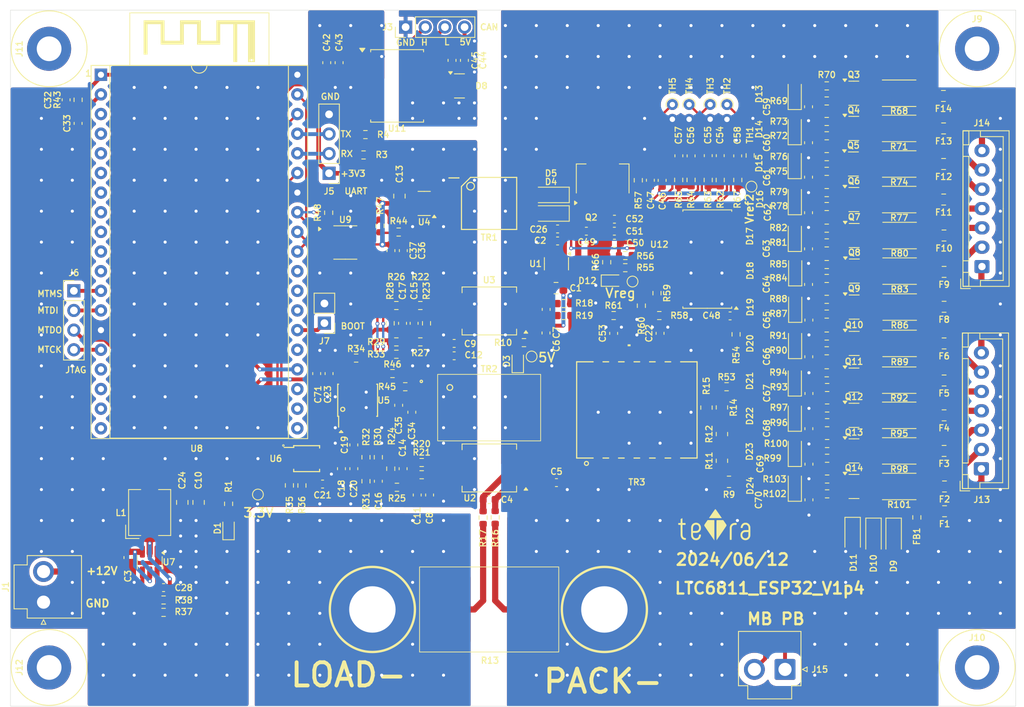
<source format=kicad_pcb>
(kicad_pcb (version 20221018) (generator pcbnew)
  (layers (0 "F.Cu" signal) (31 "B.Cu" signal) (34 "B.Paste" user) (35 "F.Paste" user) (36 "B.SilkS" user "B.Silkscreen") (37 "F.SilkS" user "F.Silkscreen") (38 "B.Mask" user) (39 "F.Mask" user) (44 "Edge.Cuts" user))
  (net 0 "")
  (net 1 "+3V3")
  (net 2 "/PowerMonitor/ISO+5V")
  (net 3 "Net-(D4-K)")
  (net 4 "GND")
  (net 5 "Net-(U2-VINP)")
  (net 6 "Net-(U2-VINN)")
  (net 7 "Net-(U3-VINP)")
  (net 8 "Net-(U3-VINN)")
  (net 9 "Net-(C14-Pad1)")
  (net 10 "Net-(C14-Pad2)")
  (net 11 "Net-(C15-Pad1)")
  (net 12 "Net-(C15-Pad2)")
  (net 13 "Net-(C16-Pad1)")
  (net 14 "Net-(C16-Pad2)")
  (net 15 "Net-(C17-Pad1)")
  (net 16 "Net-(C17-Pad2)")
  (net 17 "/LTC6811/Vref2")
  (net 18 "Net-(U6-Vin+)")
  (net 19 "Net-(U6-Vin-)")
  (net 20 "/LTC6811/Vreg")
  (net 21 "/LTC6811/T2")
  (net 22 "/LTC6811/T3")
  (net 23 "/LTC6811/T4")
  (net 24 "/LTC6811/T5")
  (net 25 "/LTC6811/T1")
  (net 26 "/LTC6811/cell1/C")
  (net 27 "/LTC6811/cell2/C")
  (net 28 "/LTC6811/cell3/C")
  (net 29 "/CAN/5V_CAN")
  (net 30 "/CAN/CAN_GND")
  (net 31 "/LTC6811/cell4/C")
  (net 33 "Net-(C34-Pad1)")
  (net 34 "Net-(C35-Pad2)")
  (net 35 "/LTC6811/cell5/C")
  (net 36 "/LTC6811/cell6/C")
  (net 37 "/LTC6811/cell7/C")
  (net 38 "/LTC6811/cell8/C")
  (net 39 "/LTC6811/cell10/CM")
  (net 40 "/LTC6811/cell10/C")
  (net 41 "/LTC6811/cell11/C")
  (net 42 "/LTC6811/cell12/C")
  (net 43 "Net-(U12-Vref1)")
  (net 44 "Net-(U12-V+)")
  (net 45 "Net-(C49-Pad1)")
  (net 46 "Net-(C53-Pad1)")
  (net 47 "Net-(D3-A)")
  (net 48 "Net-(D12-K)")
  (net 49 "/MCU/IP")
  (net 50 "/MCU/CAN_TX")
  (net 51 "/PowerMonitor/VBAT_SENSE")
  (net 52 "/MCU/CAN_RX")
  (net 53 "/MCU/Boot")
  (net 54 "/MCU/NRST")
  (net 55 "Net-(Q10-G)")
  (net 56 "Net-(Q10-D)")
  (net 57 "Net-(R11-Pad1)")
  (net 58 "Net-(R11-Pad2)")
  (net 59 "Net-(R12-Pad2)")
  (net 60 "Net-(R14-Pad2)")
  (net 61 "Net-(D1-A)")
  (net 62 "Net-(U7-CB)")
  (net 63 "Net-(U2-VOUTN)")
  (net 64 "/BAT+")
  (net 65 "Net-(U2-VOUTP)")
  (net 66 "/LTC6811/cell12/C+")
  (net 67 "/LTC6811/cell11/C+")
  (net 68 "/LTC6811/cell10/C+")
  (net 69 "/LTC6811/cell10/C-")
  (net 70 "/LTC6811/cell8/C+")
  (net 71 "/LTC6811/cell7/C+")
  (net 72 "/LTC6811/cell6/C+")
  (net 73 "/LTC6811/cell5/C+")
  (net 74 "/LTC6811/cell4/C+")
  (net 75 "/LTC6811/cell3/C+")
  (net 76 "/LTC6811/cell2/C+")
  (net 77 "/LTC6811/cell1/C+")
  (net 78 "/MCU/IM")
  (net 80 "Net-(U3-VOUTN)")
  (net 81 "Net-(U3-VOUTP)")
  (net 82 "/MCU/MTMS")
  (net 83 "/MCU/MTDI")
  (net 84 "/MCU/MTCK")
  (net 85 "/MCU/MTDO")
  (net 86 "Net-(U9-ICMP)")
  (net 91 "Net-(U9-IBIAS)")
  (net 94 "Net-(U12-ISOMD)")
  (net 95 "Net-(U12-WDT)")
  (net 96 "Net-(U12-DTEN)")
  (net 97 "Net-(U12-IBIAS)")
  (net 98 "Net-(U12-ICMP)")
  (net 99 "Net-(Q3-D)")
  (net 100 "Net-(Q3-G)")
  (net 101 "/MCU/MISO")
  (net 102 "Net-(Q4-D)")
  (net 103 "Net-(Q4-G)")
  (net 104 "Net-(Q5-D)")
  (net 105 "Net-(Q5-G)")
  (net 106 "Net-(Q6-D)")
  (net 107 "Net-(Q6-G)")
  (net 108 "/LTC6811/IPA")
  (net 109 "/LTC6811/IMA")
  (net 110 "Net-(Q11-D)")
  (net 111 "/LTC6811/cell1/S")
  (net 112 "Net-(Q11-G)")
  (net 113 "Net-(Q12-D)")
  (net 114 "/LTC6811/cell2/S")
  (net 115 "Net-(Q12-G)")
  (net 116 "Net-(Q13-D)")
  (net 117 "/LTC6811/cell3/S")
  (net 118 "Net-(Q13-G)")
  (net 119 "Net-(Q14-D)")
  (net 120 "/LTC6811/cell4/S")
  (net 121 "Net-(Q14-G)")
  (net 122 "Net-(Q7-D)")
  (net 123 "/LTC6811/cell5/S")
  (net 124 "Net-(Q7-G)")
  (net 125 "Net-(Q8-D)")
  (net 126 "/LTC6811/cell6/S")
  (net 127 "Net-(Q8-G)")
  (net 128 "Net-(Q9-D)")
  (net 129 "/LTC6811/cell7/S")
  (net 130 "Net-(Q9-G)")
  (net 131 "/LTC6811/cell8/S")
  (net 133 "/LTC6811/cell9/S")
  (net 134 "/LTC6811/cell10/S")
  (net 135 "/LTC6811/cell11/S")
  (net 138 "/LTC6811/cell12/S")
  (net 147 "/MCU/5V")
  (net 152 "/MCU/SS")
  (net 153 "/MCU/SCK")
  (net 154 "/MCU/MOSI")
  (net 155 "/MCU/SCL")
  (net 156 "/MCU/SDA")
  (net 157 "/LTC6811/C12")
  (net 158 "/LTC6811/C11")
  (net 159 "/LTC6811/C10")
  (net 160 "/LTC6811/C9")
  (net 161 "/LTC6811/C8")
  (net 162 "/LTC6811/C7")
  (net 163 "/LTC6811/C1_G")
  (net 164 "/LTC6811/C6")
  (net 165 "/LTC6811/C5")
  (net 166 "Net-(U4-D2)")
  (net 167 "Net-(U4-D1)")
  (net 168 "/LTC6811/C4")
  (net 169 "/LTC6811/C3")
  (net 170 "/LTC6811/C2")
  (net 171 "/LTC6811/C1")
  (net 172 "Net-(U5B--)")
  (net 173 "Net-(D4-A)")
  (net 174 "Net-(D5-A)")
  (net 175 "/MA")
  (net 176 "/CAN/CANL")
  (net 177 "/CAN/CANH")
  (net 178 "/LTC6811/DRIVE")
  (net 180 "/PA")
  (net 188 "Net-(U5B-+)")
  (net 191 "GND_PACK")
  (net 193 "Net-(C22-Pad1)")
  (net 194 "Net-(J15-Pin_2)")
  (net 195 "Net-(J15-Pin_1)")
  (net 196 "/LTC6811/IPB")
  (net 197 "/LTC6811/IMB")
  (net 199 "+12V")
  (net 200 "Net-(U7-SW)")
  (net 201 "Net-(U7-FB)")
  (net 202 "/PowerMonitor/BAT-")
  (net 203 "/CAN_RX")
  (net 204 "/CAN/RXD")
  (net 205 "/CAN_TX")
  (net 206 "/CAN/TXD")
  (footprint "Library:C_0603_1608Metric" (layer "F.Cu") (at 141.1 92.3 90)
    (fp_text reference "C53")
    (fp_text value "100pF/100V")
  )
  (footprint "Library:R_0603_1608Metric" (layer "F.Cu") (at 124.22 116.125 90)
    (fp_text reference "R17")
    (fp_text value "1K")
  )
  (footprint "Library:R_0603_1608Metric" (layer "F.Cu") (at 168.7 113.05)
    (fp_text reference "R102")
    (fp_text value "100R")
  )
  (footprint "Library:R_2512_6332Metric" (layer "F.Cu") (at 178.025 102.9 180)
    (fp_text reference "R95")
    (fp_text value "36R 1W 2512")
  )
  (footprint "Library:R_0603_1608Metric" (layer "F.Cu") (at 110.9 78.4 -90)
    (fp_text reference "R47")
    (fp_text value "1.2K")
  )
  (footprint "Library:LED_0603_1608Metric" (layer "F.Cu") (at 128.7 95.9 90)
    (fp_text reference "D3")
    (fp_text value "LED Red")
  )
  (footprint "Library:SOT-23" (layer "F.Cu") (at 172.2 93.6)
    (fp_text reference "Q10")
    (fp_text value "TSM2323")
  )
  (footprint "Library:C_0603_1608Metric" (layer "F.Cu") (at 166.35 100.075 -90)
    (fp_text reference "C67")
    (fp_text value "100nF/100V")
  )
  (footprint "Library:SOT-223" (layer "F.Cu") (at 139.68 72.3 90)
    (fp_text reference "Q2")
    (fp_text value "NSV1C201MZ4")
  )
  (footprint "Library:R_0805_2012Metric" (layer "F.Cu") (at 153.1 101.9 -90)
    (fp_text reference "R15")
    (fp_text value "1KΩ ±0.1% 250mW")
  )
  (footprint "Library:R_0603_1608Metric" (layer "F.Cu") (at 168.65 69.45)
    (fp_text reference "R76")
    (fp_text value "3.3K")
  )
  (footprint "Library:SOT-23" (layer "F.Cu") (at 172.1625 75)
    (fp_text reference "Q6")
    (fp_text value "TSM2323")
  )
  (footprint "Library:R_0805_2012Metric" (layer "F.Cu") (at 155.1 101.875 90)
    (fp_text reference "R14")
    (fp_text value "470KΩ ±0.1% 250mW")
  )
  (footprint "Library:R_PSR500HTQFB0L10_Metric_Pad5.2x8.75mm_HandSolder" (layer "F.Cu") (at 125 128 180)
    (fp_text reference "R13")
    (fp_text value "0.1MR  1% 15W ")
  )
  (footprint "Library:R_0603_1608Metric" (layer "F.Cu") (at 168.7 106.55)
    (fp_text reference "R100")
    (fp_text value "3.3K")
  )
  (footprint "Library:MountingHole_3.2mm_M3_ISO7380_Pad" (layer "F.Cu") (at 188.1 55.5)
    (fp_text reference "J9")
    (fp_text value "Hole /NC")
  )
  (footprint "Library:JST_XH_B7B-XH-A_1x07_P2.50mm_Vertical_BAT_6S" (layer "F.Cu") (at 188.725 83.6625 90)
    (fp_text reference "J14")
    (fp_text value "B7B-XH-A")
  )
  (footprint "Library:R_0603_1608Metric" (layer "F.Cu") (at 168.7 103.85)
    (fp_text reference "R96")
    (fp_text value "100R")
  )
  (footprint "Library:Fuse_0805_2012Metric" (layer "F.Cu") (at 183.825 93.6 180)
    (fp_text reference "F6")
    (fp_text value "MPZ2012S102ATD25")
  )
  (footprint "Library:Fuse_0805_2012Metric" (layer "F.Cu") (at 183.825 107.5 180)
    (fp_text reference "F3")
    (fp_text value "MPZ2012S102ATD25")
  )
  (footprint "Library:TestPoint_Pad_D1.0mm" (layer "F.Cu") (at 143.54 85.6)
    (fp_text reference "TP3" hide)
    (fp_text value "TestPoint")
  )
  (footprint "Library:C_0603_1608Metric" (layer "F.Cu") (at 107.5 106.725 -90)
    (fp_text reference "C19")
    (fp_text value "100nF/100V")
  )
  (footprint "Library:C_0603_1608Metric" (layer "F.Cu") (at 110.67 111.42 -90)
    (fp_text reference "C16")
    (fp_text value "220pF/50V")
  )
  (footprint "Library:C_0603_1608Metric" (layer "F.Cu") (at 120.475 95.2 180)
    (fp_text reference "C12")
    (fp_text value "2.2uF/25V")
  )
  (footprint "Library:R_0603_1608Metric" (layer "F.Cu") (at 168.7 108.45)
    (fp_text reference "R99")
    (fp_text value "100R")
  )
  (footprint "Library:C_0805_2012Metric" (layer "F.Cu") (at 113.4 74.55 90)
    (fp_text reference "C13")
    (fp_text value "10uF/16V")
  )
  (footprint "Library:TestPoint_Pad_D1.0mm" (layer "F.Cu") (at 158.92 73.32)
    (fp_text reference "TP4" hide)
    (fp_text value "TestPoint")
  )
  (footprint "Library:PinHeader_1x04_P2.54mm_Vertical" (layer "F.Cu") (at 114.2 52.7 90)
    (fp_text reference "J3")
    (fp_text value "CAN /NC")
  )
  (footprint "Library:D_SOD-323_HandSoldering" (layer "F.Cu") (at 164.525 79.7 90)
    (fp_text reference "D17")
    (fp_text value "PDZ7.5B")
  )
  (footprint "Library:D_SOD-323_HandSoldering" (layer "F.Cu") (at 164.5125 61.35 90)
    (fp_text reference "D13")
    (fp_text value "PDZ7.5B")
  )
  (footprint "Library:R_0603_1608Metric" (layer "F.Cu") (at 168.65 60.3)
    (fp_text reference "R70")
    (fp_text value "3.3K")
  )
  (footprint "Library:C_0603_1608Metric" (layer "F.Cu") (at 166.3 76.7 -90)
    (fp_text reference "C62")
    (fp_text value "100nF/100V")
  )
  (footprint "Library:R_0603_1608Metric" (layer "F.Cu") (at 153.3275 72.47 -90)
    (fp_text reference "R63")
    (fp_text value "100K")
  )
  (footprint "Library:R_0603_1608Metric" (layer "F.Cu") (at 116.1 93.4 180)
    (fp_text reference "R27")
    (fp_text value "1K")
  )
  (footprint "Library:R_2512_6332Metric" (layer "F.Cu") (at 178.025 98.35 180)
    (fp_text reference "R92")
    (fp_text value "36R 1W 2512")
  )
  (footprint "Library:SOT-23" (layer "F.Cu") (at 172.15 65.8)
    (fp_text reference "Q4")
    (fp_text value "TSM2323")
  )
  (footprint "Library:MountingHole_3.2mm_M3_ISO7380_Pad" (layer "F.Cu") (at 68.1 135.5 90)
    (fp_text reference "J12")
    (fp_text value "Hole /NC")
  )
  (footprint "Library:C_0603_1608Metric" (layer "F.Cu") (at 115.3 91 -90)
    (fp_text reference "C15")
    (fp_text value "2.2nF/16V")
  )
  (footprint "Library:C_0603_1608Metric" (layer "F.Cu") (at 166.3 72.1 -90)
    (fp_text reference "C61")
    (fp_text value "100nF/100V")
  )
  (footprint "Library:SOIC-8_3.9x4.9mm_Pitch1.27mm" (layer "F.Cu") (at 107.995 100.95 90)
    (fp_text reference "U5")
    (fp_text value "OPA2197IDR" hide)
  )
  (footprint "Library:R_0603_1608Metric" (layer "F.Cu") (at 141.1 90 180)
    (fp_text reference "R61")
    (fp_text value "100R")
  )
  (footprint "Library:R_0603_1608Metric" (layer "F.Cu") (at 144.68 88.725 -90)
    (fp_text reference "R60")
    (fp_text value "806R")
  )
  (footprint "Library:R_0603_1608Metric" (layer "F.Cu") (at 114.15 99.2)
    (fp_text reference "R45")
    (fp_text value "51R")
  )
  (footprint "Library:R_Axial_DIN0204_L3.6mm_D1.6mm_P1.90mm_Vertical" (layer "F.Cu") (at 155.75 62.725 -90)
    (fp_text reference "TH2")
    (fp_text value "100K NTC")
  )
  (footprint "Library:R_0603_1608Metric" (layer "F.Cu") (at 109 66.6)
    (fp_text reference "R4")
    (fp_text value "0")
  )
  (footprint "Library:C_0603_1608Metric" (layer "F.Cu") (at 132.375 89.2 90)
    (fp_text reference "C7")
    (fp_text value "330pF/100V")
  )
  (footprint "Library:D_SOD-323_HandSoldering" (layer "F.Cu") (at 164.56 93.5575 90)
    (fp_text reference "D20")
    (fp_text value "PDZ7.5B")
  )
  (footprint "Library:D_SOD-323_HandSoldering" (layer "F.Cu") (at 164.525 98.4 90)
    (fp_text reference "D21")
    (fp_text value "PDZ7.5B")
  )
  (footprint "Library:PinHeader_1x02_P2.54mm_Vertical" (layer "F.Cu") (at 103.7 90.975 180)
    (fp_text reference "J7")
    (fp_text value "Boot Option /NC")
  )
  (footprint "Library:R_0603_1608Metric" (layer "F.Cu") (at 113 88.7 180)
    (fp_text reference "R26")
    (fp_text value "1K")
  )
  (footprint "Library:R_0603_1608Metric" (layer "F.Cu") (at 116.1 88.7)
    (fp_text reference "R22")
    (fp_text value "100R")
  )
  (footprint "Library:R_0603_1608Metric" (layer "F.Cu") (at 151.11 72.46 -90)
    (fp_text reference "R64")
    (fp_text value "100K")
  )
  (footprint "Library:R_0603_1608Metric" (layer "F.Cu") (at 108.76 69.23)
    (fp_text reference "R3")
    (fp_text value "0")
  )
  (footprint "Library:C_0603_1608Metric" (layer "F.Cu") (at 71.85 65.15 90)
    (fp_text reference "C33")
    (fp_text value "100nF/100V")
  )
  (footprint "Library:R_0603_1608Metric" (layer "F.Cu") (at 116.275 110.58)
    (fp_text reference "R21")
    (fp_text value "100R")
  )
  (footprint "Library:C_0603_1608Metric" (layer "F.Cu") (at 125 113.8 180)
    (fp_text reference "C4")
    (fp_text value "330pF/100V")
  )
  (footprint "Library:Battery_6mm×10mm_Cell_half_2" (layer "F.Cu") (at 139.9 128 180)
    (fp_text reference "BAT1" hide)
    (fp_text value "BAT-")
  )
  (footprint "Library:SOT-23" (layer "F.Cu") (at 121.1625 60.3)
    (fp_text reference "D8")
    (fp_text value "ESD24VS2U")
  )
  (footprint "Library:C_0603_1608Metric" (layer "F.Cu") (at 149.53 69.34 90)
    (fp_text reference "C57")
    (fp_text value "100nF/100V")
  )
  (footprint "Library:R_0603_1608Metric" (layer "F.Cu") (at 156.93 92.425 90)
    (fp_text reference "R54")
    (fp_text value "100R")
  )
  (footprint "Library:C_0603_1608Metric" (layer "F.Cu") (at 141.2 80.64 180)
    (fp_text reference "C50")
    (fp_text value "1uF/25V")
  )
  (footprint "Library:C_0603_1608Metric" (layer "F.Cu") (at 166.34 90.585 -90)
    (fp_text reference "C65")
    (fp_text value "100nF/100V")
  )
  (footprint "Library:HM2102NL_PUL" (layer "F.Cu") (at 144.1 102.2 90)
    (fp_text reference "TR3")
    (fp_text value "HM2102NL")
  )
  (footprint "Library:Fuse_0805_2012Metric" (layer "F.Cu") (at 183.8875 115.3 180)
    (fp_text reference "F1")
    (fp_text value "MPZ2012S102ATD25")
  )
  (footprint "Library:C_0603_1608Metric" (layer "F.Cu") (at 141.2 77.54 180)
    (fp_text reference "C52")
    (fp_text value "1uF/25V")
  )
  (footprint "Library:R_0805_2012Metric" (layer "F.Cu") (at 155.1 105.325 90)
    (fp_text reference "R12")
    (fp_text value "470KΩ ±0.1% 250mW")
  )
  (footprint "Library:R_0603_1608Metric" (layer "F.Cu") (at 168.65 94.55)
    (fp_text reference "R90")
    (fp_text value "100R")
  )
  (footprint "Library:MSOP-16_3x4mm_P0.5mm" (layer "F.Cu") (at 106.4 80.55)
    (fp_text reference "U9")
    (fp_text value "LTC6820")
  )
  (footprint "Library:R_0603_1608Metric" (layer "F.Cu") (at 168.65 97.4)
    (fp_text reference "R94")
    (fp_text value "3.3K")
  )
  (footprint "Library:D_SOD-123" (layer "F.Cu") (at 133 74.4 180)
    (fp_text reference "D5")
    (fp_text value "MBR0520")
  )
  (footprint "Library:R_2512_6332Metric" (layer "F.Cu") (at 178.025 70.4 180)
    (fp_text reference "R74")
    (fp_text value "36R 1W 2512")
  )
  (footprint "Library:D_SOD-323_HandSoldering" (layer "F.Cu") (at 164.575 84.15 90)
    (fp_text reference "D18")
    (fp_text value "PDZ7.5B")
  )
  (footprint "Library:R_0603_1608Metric" (layer "F.Cu") (at 168.65 75.9)
    (fp_text reference "R78")
    (fp_text value "100R")
  )
  (footprint "Library:C_0603_1608Metric" (layer "F.Cu") (at 166.35 109.215 -90)
    (fp_text reference "C69")
    (fp_text value "100nF/100V")
  )
  (footprint "Library:C_0603_1608Metric" (layer "F.Cu") (at 145.845 72.501053 90)
    (fp_text reference "C47")
    (fp_text value "1uF/25V")
  )
  (footprint "Library:R_0603_1608Metric" (layer "F.Cu") (at 142.6 83.81 180)
    (fp_text reference "R55")
    (fp_text value "0")
  )
  (footprint "Library:R_0603_1608Metric" (layer "F.Cu") (at 168.65 87.9)
    (fp_text reference "R88")
    (fp_text value "3.3K")
  )
  (footprint "Library:Fuse_0805_2012Metric" (layer "F.Cu") (at 183.825 98.4 180)
    (fp_text reference "F5")
    (fp_text value "MPZ2012S102ATD25")
  )
  (footprint "Library:D_SOD-323_HandSoldering" (layer "F.Cu") (at 164.5125 65.9 90)
    (fp_text reference "D14")
    (fp_text value "PDZ7.5B")
  )
  (footprint "Library:JST_VH_B2P-VH-B_1x02_P3.96mm_Vertical" (layer "F.Cu") (at 163.2575 135.75 180)
    (fp_text reference "J15")
    (fp_text value "PB MB")
  )
  (footprint "Library:R_2512_6332Metric" (layer "F.Cu") (at 178.075 79.65 180)
    (fp_text reference "R80")
    (fp_text value "36R 1W 2512")
  )
  (footprint "Library:R_0603_1608Metric" (layer "F.Cu") (at 168.65 85.2)
    (fp_text reference "R84")
    (fp_text value "100R")
  )
  (footprint "Library:D_SOD-123" (layer "F.Cu") (at 177.3 118.55 -90)
    (fp_text reference "D9")
    (fp_text value "1N4148W")
  )
  (footprint "Library:R_0603_1608Metric" (layer "F.Cu") (at 110.67 108.32 -90)
    (fp_text reference "R30")
    (fp_text value "3.3K")
  )
  (footprint "Library:C_0603_1608Metric" (layer "F.Cu") (at 133.85 80.35 180)
    (fp_text reference "C2")
    (fp_text value "100nF/100V")
  )
  (footprint "Library:SOT-23" (layer "F.Cu") (at 172.2 79.65)
    (fp_text reference "Q7")
    (fp_text value "TSM2323")
  )
  (footprint "Library:R_0603_1608Metric" (layer "F.Cu") (at 168.65 78.7)
    (fp_text reference "R82")
    (fp_text value "3.3K")
  )
  (footprint "Library:R_0603_1608Metric" (layer "F.Cu") (at 99.17 111.96 90)
    (fp_text reference "R35")
    (fp_text value "4.7K")
  )
  (footprint "Library:SOP-8_6.62x9.15mm_P2.54mm" (layer "F.Cu") (at 113.1 60.3)
    (fp_text reference "U11")
    (fp_text value "ISO1050DUBR")
  )
  (footprint "Library:R_0603_1608Metric" (layer "F.Cu") (at 168.65 83.4)
    (fp_text reference "R85")
    (fp_text value "3.3K")
  )
  (footprint "Library:R_0603_1608Metric" (layer "F.Cu") (at 112.2 91 -90)
    (fp_text reference "R28")
    (fp_text value "5.6K")
  )
  (footprint "Library:SOT-23" (layer "F.Cu") (at 172.225 84.25)
    (fp_text reference "Q8")
    (fp_text value "TSM2323")
  )
  (footprint "Library:R_0603_1608Metric" (layer "F.Cu") (at 146.7 87.1 -90)
    (fp_text reference "R59")
    (fp_text value "1.2K")
  )
  (footprint "Library:R_0603_1608Metric" (layer "F.Cu") (at 104.25 76.7 90)
    (fp_text reference "R48")
    (fp_text value "2K")
  )
  (footprint "Library:R_0603_1608Metric" (layer "F.Cu") (at 168.65 74.1)
    (fp_text reference "R79")
    (fp_text value "3.3K")
  )
  (footprint "Library:Fuse_0805_2012Metric" (layer "F.Cu") (at 183.775 75 180)
    (fp_text reference "F11")
    (fp_text value "MPZ2012S102ATD25")
  )
  (footprint "Library:R_0603_1608Metric" (layer "F.Cu") (at 142.61 82.24 180)
    (fp_text reference "R56")
    (fp_text value "1M")
  )
  (footprint "Library:R_0603_1608Metric" (layer "F.Cu") (at 155.7 99.2 180)
    (fp_text reference "R53")
    (fp_text value "100R")
  )
  (footprint "Library:MountingHole_3.2mm_M3_ISO7380_Pad" (layer "F.Cu") (at 188.1 135.5)
    (fp_text reference "J10")
    (fp_text value "Hole /NC")
  )
  (footprint "Library:SSO-8_6.8x5.9mm_P1.27mm_Clearance8mm" (layer "F.Cu") (at 125 89.4 180)
    (fp_text reference "U3")
    (fp_text value "AMC1301")
  )
  (footprint "Library:C_0603_1608Metric" (layer "F.Cu") (at 153.33 69.32 90)
    (fp_text reference "C55")
    (fp_text value "100nF/100V")
  )
  (footprint "Library:SOT-23" (layer "F.Cu") (at 172.1 70.4)
    (fp_text reference "Q5")
    (fp_text value "TSM2323")
  )
  (footprint "Library:R_2512_6332Metric" (layer "F.Cu") (at 178.0125 61.25 180)
    (fp_text reference "R68")
    (fp_text value "36R 1W 2512")
  )
  (footprint "Library:PinHeader_1x04_P2.54mm_Vertical" (layer "F.Cu") (at 71.3 86.8)
    (fp_text reference "J6")
    (fp_text value "JTAG /NC")
  )
  (footprint "Library:C_0805_2012Metric" (layer "F.Cu") (at 85.32 114.16 -90)
    (fp_text reference "C24")
    (fp_text value "10uF/16V")
  )
  (footprint "Library:C_0603_1608Metric" (layer "F.Cu") (at 105.6 57.3 -90)
    (fp_text reference "C43")
    (fp_text value "100nF/100V")
  )
  (footprint "Library:SOT-23" (layer "F.Cu") (at 172.2 88.9)
    (fp_text reference "Q9")
    (fp_text value "TSM2323")
  )
  (footprint "Library:SOT-23-5" (layer "F.Cu") (at 116.6 75.5 180)
    (fp_text reference "U4")
    (fp_text value "SN6501DBV")
  )
  (footprint "Library:R_0603_1608Metric" (layer "F.Cu") (at 113.075 112.2 180)
    (fp_text reference "R25")
    (fp_text value "1K")
  )
  (footprint "Library:R_Axial_DIN0204_L3.6mm_D1.6mm_P1.90mm_Vertical" (layer "F.Cu") (at 150.8575 62.715 -90)
    (fp_text reference "TH4")
    (fp_text value "100K NTC")
  )
  (footprint "Library:SOT-23-5" (layer "F.Cu") (at 133.7 83.3 -90)
    (fp_text reference "U1")
    (fp_text value "TPS76350")
  )
  (footprint "Library:R_0603_1608Metric" (layer "F.Cu") (at 134.675 90 180)
    (fp_text reference "R19")
    (fp_text value "10R")
  )
  (footprint "Library:PinHeader_1x04_P2.54mm_Vertical" (layer "F.Cu") (at 104.3 71.6 180)
    (fp_text reference "J5")
    (fp_text value "UART /NC")
  )
  (footprint "Library:C_0603_1608Metric" (layer "F.Cu") (at 105.9 109.8 90)
    (fp_text reference "C18")
    (fp_text value "100nF/100V")
  )
  (footprint "Library:Fuse_0805_2012Metric" (layer "F.Cu") (at 183.74 61.6 180)
    (fp_text reference "F14")
    (fp_text value "MPZ2012S102ATD25")
  )
  (footprint "Library:ESP32-DevKitc V4_DIP-38_27.9mm×48.2mm" (layer "F.Cu") (at 73.53 105.85)
    (fp_text reference "U8")
    (fp_text value "ESP32-DevKitC V4" hide)
  )
  (footprint "Library:D_SOD-323_HandSoldering" (layer "F.Cu") (at 164.525 102.95 90)
    (fp_text reference "D22")
    (fp_text value "PDZ7.5B")
  )
  (footprint "Library:D_SOD-323_HandSoldering" (layer "F.Cu") (at 164.525 112 90)
    (fp_text reference "D24")
    (fp_text value "PDZ7.5B")
  )
  (footprint "Library:R_0603_1608Metric" (layer "F.Cu") (at 168.65 89.8125)
    (fp_text reference "R87")
    (fp_text value "100R")
  )
  (footprint "Library:JST_VH_B2P-VH-B_1x02_P3.96mm_Vertical" (layer "F.Cu") (at 67.38 127.0575 90)
    (fp_text reference "J1")
    (fp_text value "PB MB")
  )
  (footprint "Library:C_0603_1608Metric" (layer "F.Cu") (at 113.8 91 -90)
    (fp_text reference "C17")
    (fp_text value "220pF/50V")
  )
  (footprint "Library:C_0603_1608Metric" (layer "F.Cu") (at 70.3 62.1 90)
    (fp_text reference "C32")
    (fp_text value "100nF/100V")
  )
  (footprint "Library:R_0603_1608Metric" (layer "F.Cu") (at 71.85 62.1 -90)
    (fp_text reference "R43")
    (fp_text value "10K")
  )
  (footprint "Library:R_0603_1608Metric" (layer "F.Cu") (at 134.675 88.45)
    (fp_text reference "R18")
    (fp_text value "1K")
  )
  (footprint "Library:D_SOD-323_HandSoldering" (layer "F.Cu") (at 164.525 74.95 90)
    (fp_text reference "D16")
    (fp_text value "PDZ7.5B")
  )
  (footprint "Library:D_SOD-323_HandSoldering" (layer "F.Cu") (at 164.5125 70.2875 90)
    (fp_text reference "D15")
    (fp_text value "PDZ7.5B")
  )
  (footprint "Library:TestPoint_Pad_D1.0mm" (layer "F.Cu") (at 130.49 95.29)
    (fp_text reference "TP1" hide)
    (fp_text value "TestPoint")
  )
  (footprint "Library:C_0603_1608Metric" (layer "F.Cu") (at 166.33 95.325 -90)
    (fp_text reference "C66")
    (fp_text value "100nF/100V")
  )
  (footprint "Library:R_0603_1608Metric" (layer "F.Cu") (at 82.9 126.7775)
    (fp_text reference "R38")
    (fp_text value "22.1K")
  )
  (footprint "Library:Fuse_0805_2012Metric" (layer "F.Cu") (at 183.825 88.8625 180)
    (fp_text reference "F8")
    (fp_text value "MPZ2012S102ATD25")
  )
  (footprint "Library:C_0603_1608Metric" (layer "F.Cu") (at 166.35 113.825 -90)
    (fp_text reference "C70")
    (fp_text value "100nF/100V")
  )
  (footprint "Library:R_2512_6332Metric" (layer "F.Cu") (at 178.025 75 180)
    (fp_text reference "R77")
    (fp_text value "36R 1W 2512")
  )
  (footprint "Library:SOT-23" (layer "F.Cu") (at 172.175 102.9)
    (fp_text reference "Q12")
    (fp_text value "TSM2323")
  )
  (footprint "Library:Fuse_0805_2012Metric" (layer "F.Cu") (at 183.7625 65.8 180)
    (fp_text reference "F13")
    (fp_text value "MPZ2012S102ATD25")
  )
  (footprint "Library:R_0603_1608Metric" (layer "F.Cu") (at 154.88 72.47 -90)
    (fp_text reference "R62")
    (fp_text value "100K")
  )
  (footprint "Library:teTra-LOGO" (layer "F.Cu") (at 154.25 117.07)
    (fp_text reference "LOGO1" hide)
    (fp_text value "teTra /NC" hide)
  )
  (footprint "Library:MountingHole_3.2mm_M3_ISO7380_Pad" (layer "F.Cu") (at 68.1 55.5 90)
    (fp_text reference "J11")
    (fp_text value "Hole /NC")
  )
  (footprint "Library:R_0603_1608Metric" (layer "F.Cu") (at 112.275 109.8 -90)
    (fp_text reference "R24")
    (fp_text value "1K")
  )
  (footprint "Library:R_2512_6332Metric" (layer "F.Cu") (at 178.075 84.25 180)
    (fp_text reference "R83")
    (fp_text value "36R 1W 2512")
  )
  (footprint "Library:C_0603_1608Metric" (layer "F.Cu") (at 166.34 104.625 -90)
    (fp_text reference "C68")
    (fp_text value "100nF/100V")
  )
  (footprint "Library:HM2108NL" (layer "F.Cu") (at 125 101.9 -90)
    (fp_text reference "TR2")
    (fp_text value "HM2108NL")
  )
  (footprint "Library:WURTH-760390015" (layer "F.Cu") (at 125 75.5)
    (fp_text reference "TR1")
    (fp_text value "Transformer")
  )
  (footprint "Library:R_0603_1608Metric" (layer "F.Cu") (at 158.75 69.295 90)
    (fp_text reference "TH1")
    (fp_text value "100K NTC")
  )
  (footprint "Library:JST_XH_B7B-XH-A_1x07_P2.50mm_Vertical_BAT_6S" (layer "F.Cu") (at 188.65 109.8125 90)
    (fp_text reference "J13")
    (fp_text value "B7B-XH-A")
  )
  (footprint "Library:R_0603_1608Metric" (layer "F.Cu") (at 168.7 99.3)
    (fp_text reference "R93")
    (fp_text value "100R")
  )
  (footprint "Library:SOT-23" (layer "F.Cu") (at 172.15 61.25)
    (fp_text reference "Q3")
    (fp_text value "TSM2323")
  )
  (footprint "Library:R_Axial_DIN0204_L3.6mm_D1.6mm_P1.90mm_Vertical" (layer "F.Cu") (at 148.69 62.715 -90)
    (fp_text reference "TH5")
    (fp_text value "100K NTC")
  )
  (footprint "Library:R_0603_1608Metric" (layer "F.Cu") (at 116.9 91 90)
    (fp_text reference "R23")
    (fp_text value "100R")
  )
  (footprint "Library:C_0603_1608Metric" (layer "F.Cu") (at 133.85 78.8 180)
    (fp_text reference "C26")
    (fp_text value "4.7uF/16V")
  )
  (footprint "Library:R_0603_1608Metric" (layer "F.Cu") (at 168.65 66.75)
    (fp_text reference "R72")
    (fp_text value "100R")
  )
  (footprint "Library:C_0603_1608Metric" (layer "F.Cu") (at 132.35 92.25 -90)
    (fp_text reference "C6")
    (fp_text value "100nF/100V")
  )
  (footprint "Library:C_0805_2012Metric" (layer "F.Cu") (at 87.43 114.16 -90)
    (fp_text reference "C10")
    (fp_text value "10uF/16V")
  )
  (footprint "Library:C_0603_1608Metric" (layer "F.Cu") (at 113.875 109.8 -90)
    (fp_text reference "C14")
    (fp_text value "2.2nF/16V")
  )
  (footprint "Library:D_SOD-123F" (layer "F.Cu") (at 172 118.3 -90)
    (fp_text reference "D11")
    (fp_text value "BZT52H-C62")
  )
  (footprint "Library:C_0603_1608Metric" (layer "F.Cu") (at 115 102.5 -90)
    (fp_text reference "C34")
    (fp_text value "10nF/100V")
  )
  (footprint "Library:C_0603_1608Metric" (layer "F.Cu") (at 133.7 111.6)
    (fp_text reference "C5")
    (fp_text value "100nF/100V")
  )
  (footprint "Library:C_0603_1608Metric" (layer "F.Cu") (at 113.3 101.6 90)
    (fp_text reference "C35")
    (fp_text value "10nF/100V")
  )
  (footprint "Library:R_0603_1608Metric" (layer "F.Cu") (at 100.79 111.97 90)
    (fp_text reference "R36")
    (fp_text value "4.7K")
  )
  (footprint "Library:R_2512_6332Metric" (layer "F.Cu") (at 178.025 112.1 180)
    (fp_text reference "R101")
    (fp_text value "36R 1W 2512")
  )
  (footprint "Library:LED_0603_1608Metric" (layer "F.Cu") (at 91.3 117.5 90)
    (fp_text reference "D1")
    (fp_text value "LED Red")
  )
  (footprint "Library:R_0603_1608Metric" (layer "F.Cu") (at 168.65 80.6)
    (fp_text reference "R81")
    (fp_text value "100R")
  )
  (footprint "Library:C_0603_1608Metric" (layer "F.Cu") (at 166.3 67.65 -90)
    (fp_text reference "C60")
    (fp_text value "100nF/100V")
  )
  (footprint "Library:R_0603_1608Metric" (layer "F.Cu") (at 168.65 92.65)
    (fp_text reference "R91")
    (fp_text value "3.3K")
  )
  (footprint "Library:R_0603_1608Metric" (layer "F.Cu") (at 157.15 72.47 90)
    (fp_text reference "R67")
    (fp_text value "100K")
  )
  (footprint "Library:R_0603_1608Metric" (layer "F.Cu") (at 144.285 72.501053 90)
    (fp_text reference "R57")
    (fp_text value "0")
  )
  (footprint "Library:R_0603_1608Metric" (layer "F.Cu") (at 91.31 114.34 90)
    (fp_text reference "R1")
    (fp_text value "470R")
  )
  (footprint "Library:C_0603_1608Metric" (layer "F.Cu") (at 157.14 69.348553 90)
    (fp_text reference "C58")
    (fp_text value "100nF/100V")
  )
  (footprint "Library:C_0805_2012Metric" (layer "F.Cu") (at 133.65 86.45 180)
    (fp_text reference "C1")
    (fp_text value "10uF/16V")
  )
  (footprint "Library:R_0805_2012Metric" (layer "F.Cu") (at 156.0125 111.5 180)
    (fp_text reference "R9")
    (fp_text value "470KΩ ±0.1% 250mW")
  )
  (footprint "Library:Fuse_0805_2012Metric" (layer "F.Cu") (at 183.7625 70.4 180)
    (fp_text reference "F12")
    (fp_text value "MPZ2012S102ATD25")
  )
  (footprint "Library:L_Bourns_SRP5030T" (layer "F.Cu") (at 81.1 115.47 90)
    (fp_text reference "L1")
    (fp_text value "3.3uH")
  )
  (footprint "Library:R_0603_1608Metric" (layer "F.Cu") (at 107.8 95.5 180)
    (fp_text reference "R34")
    (fp_text value "33K")
  )
  (footprint "Library:R_0603_1608Metric" (layer "F.Cu") (at 109.07 108.32 -90)
    (fp_text reference "R32")
    (fp_text value "1K")
  )
  (footprint "Library:D_SOD-123" (layer "F.Cu") (at 133 76.8 180)
    (fp_text reference "D4")
    (fp_text value "MBR0520")
  )
  (footprint "Library:C_0603_1608Metric" (layer "F.Cu") (at 104 57.3 -90)
    (fp_text reference "C42")
    (fp_text value "1uF/25V")
  )
  (footprint "Library:C_0603_1608Metric" (layer "F.Cu") (at 120.2 57 90)
    (fp_text reference "C45")
    (fp_text value "100nF/100V")
  )
  (footprint "Library:SOT-23" (layer "F.Cu") (at 172.175 107.5)
    (fp_text reference "Q13")
    (fp_text value "TSM2323")
  )
  (footprint "Library:Fuse_0805_2012Metric" (layer "F.Cu") (at 183.825 102.9 180)
    (fp_text reference "F4")
    (fp_text value "MPZ2012S102ATD25")
  )
  (footprint "Library:D_SOD-323_HandSoldering" (layer "F.Cu") (at 164.575 88.8625 90)
    (fp_text reference "D19")
    (fp_text value "PDZ7.5B")
  )
  (footprint "Library:R_0603_1608Metric" (layer "F.Cu") (at 168.65 64.9)
    (fp_text reference "R73")
    (fp_text value "3.3K")
  )
  (footprint "Library:D_SOD-323_HandSoldering" (layer "F.Cu") (at 164.525 107.5 90)
    (fp_text reference "D23")
    (fp_text value "PDZ7.5B")
  )
  (footprint "Library:C_0603_1608Metric" (layer "F.Cu") (at 102.7 97.5 -90)
    (fp_text reference "C71")
    (fp_text value "1uF/25V")
  )
  (footprint "Library:Fuse_0805_2012Metric" (layer "F.Cu") (at 183.825 84.35 180)
    (fp_text reference "F9")
    (fp_text value "MPZ2012S102ATD25")
  )
  (footprint "Library:R_0603_1608Metric" (layer "F.Cu") (at 113 95)
    (fp_text reference "R33")
    (fp_text value "33K")
  )
  (footprint "Library:C_0603_1608Metric" (layer "F.Cu") (at 107.5 109.8 90)
    (fp_text reference "C20")
    (fp_text value "100nF/100V")
  )
  (footprint "Library:R_0805_2012Metric" (layer "F.Cu") (at 155.1 108.775 90)
    (fp_text reference "R11")
    (fp_text value "470KΩ ±0.1% 250mW")
  )
  (footprint "Library:TSSOP-48_6.1x12.5mm_P0.5mm" (layer "F.Cu") (at 153.205 82.693553 180)
    (fp_text reference "U12")
    (fp_text value "LTC6811HG-1")
  )
  (footprint "Library:C_0603_1608Metric" (layer "F.Cu") (at 151.1125 69.348553 90)
    (fp_text reference "C56")
    (fp_text value "100nF/100V")
  )
  (footprint "Library:C_0603_1608Metric" (layer "F.Cu") (at 166.3 63 -90)
    (fp_text reference "C59")
    (fp_text value "100nF/100V")
  )
  (footprint "Library:R_0603_1608Metric" (layer "F.Cu") (at 147 90)
    (fp_text reference "R58")
    (fp_text value "100K")
  )
  (footprint "Library:SSO-8_6.8x5.9mm_P1.27mm_Clearance8mm" (layer "F.Cu") (at 125 109.7 180)
    (fp_text reference "U2")
    (fp_text value "AMC1301 or AMC1302")
  )
  (footprint "Library:R_0603_1608Metric" (layer "F.Cu") (at 113 93.4 180)
    (fp_text reference "R29")
    (fp_text value "5.6K")
  )
  (footprint "Library:R_0603_1608Metric" (layer "F.Cu") (at 112.5 97.5)
    (fp_text reference "R46")
    (fp_text value "51R")
  )
  (footprint "Library:Battery_6mm×10mm_Cell_half_2" (layer "F.Cu") (at 109.9 128)
    (fp_text reference "BAT-1" hide)
    (fp_text value "BAT-")
  )
  (footprint "Library:D_SOD-123" (layer "F.Cu") (at 174.7 118.55 -90)
    (fp_text reference "D10")
    (fp_text value "1N4148W")
  )
  (footprint "Library:LED_0603_1608Metric" (layer "F.Cu") (at 140.98 85.48)
    (fp_text reference "D12")
    (fp_text value "LED Red")
  )
  (footprint "Library:C_0603_1608Metric" (layer "F.Cu") (at 82.9 125.1775 180)
    (fp_text reference "C28")
    (fp_text value "100nF/100V")
  )
  (footprint "Library:C_0603_1608Metric" (layer "F.Cu") (at 137.57 79.09)
    (fp_text reference "C49")
    (fp_text value "100nF/100V")
  )
  (footprint "Library:C_0603_1608Metric" (layer "F.Cu") (at 141.19 79.09 180)
    (fp_text reference "C51")
    (fp_text value "1uF/25V")
  )
  (footprint "Library:R_0603_1608Metric" (layer "F.Cu") (at 149.51 72.46 -90)
    (fp_text reference "R65")
    (fp_text value "100K")
  )
  (footprint "Library:C_0603_1608Metric" (layer "F.Cu") (at 147.1 92.293553 90)
    (fp_text reference "C22")
    (fp_text value "100pF/100V")
  )
  (footprint "Library:R_0603_1608Metric" (layer "F.Cu") (at 140.2 83.1 90)
    (fp_text reference "R66")
    (fp_text value "1.2K")
  )
  (footprint "Library:R_0603_1608Metric" (layer "F.Cu") (at 180.3 116.1 90)
    (fp_text reference "FB1")
    (fp_text value "BLM18PG330SN1D")
  )
  (footprint "Library:SOT-23-6_Handsoldering" (layer "F.Cu") (at 81.11 121.875 -90)
    (fp_text reference "U7")
    (fp_text value "LMR51420XDDCR")
  )
  (footprint "Library:C_0603_1608Metric" (layer "F.Cu") (at 154.88 69.32 90)
    (fp_text reference "C54")
    (fp_text value "100nF/100V")
  )
  (footprint "Library:C_0603_1608Metric" (layer "F.Cu") (at 166.3 81.375 -90)
    (fp_text reference "C63")
    (fp_text value "100nF/100V")
  )
  (footprint "Library:R_Axial_DIN0204_L3.6mm_D1.6mm_P1.90mm_Vertical" (layer "F.Cu") (at 153.58 62.706447 -90)
    (fp_text reference "TH3")
    (fp_text value "100K NTC")
  )
  (footprint "Library:C_0603_1608Metric" (layer "F.Cu") (at 166.3 85.975 -90)
    (fp_text reference "C64")
    (fp_text value "100nF/100V")
  )
  (footprint "Library:R_0603_1608Metric" (layer "F.Cu") (at 129.5 93.5)
    (fp_text reference "R10")
    (fp_text value "470R")
  )
  (footprint "Library:R_0603_1608Metric" (layer "F.Cu") (at 125.78 116.1 90)
    (fp_text reference "R16")
    (fp_text value "1K")
  )
  (footprint "Library:Fuse_0805_2012Metric" (layer "F.Cu") (at 183.8125 79.65 180)
    (fp_text reference "F10")
    (fp_text value "MPZ2012S102ATD25")
  )
  (footprint "Library:R_0603_1608Metric" (layer "F.Cu") (at 168.65 71.35)
    (fp_text reference "R75")
    (fp_text value "100R")
  )
  (footprint "Library:C_0603_1608Metric" (layer "F.Cu") (at 104.3 97.5 90)
    (fp_text reference "C23")
    (fp_text value "100nF/100V")
  )
  (footprint "Library:R_0603_1608Metric" (layer "F.Cu") (at 113.3 79.2)
    (fp_text reference "R44")
    (fp_text value "806R")
  )
  (footprint "Library:C_0603_1608Metric" (layer "F.Cu") (at 117.3 113.2 -90)
    (fp_text reference "C8")
    (fp_text value "100nF/100V")
  )
  (footprint "Library:C_0603_1608Metric" (layer "F.Cu") (at 156.155 90.04 180)
    (fp_text reference "C48")
    (fp_text value "100nF/100V")
  )
  (footprint "Library:MSOP-10_3x3mm_P0.5mm" (layer "F.Cu") (at 101.4 108.5)
    (fp_text reference "U6")
    (fp_text value "ISL28022")
  )
  (footprint "Library:R_0603_1608Metric" (layer "F.Cu") (at 116.275 109)
    (fp_text reference "R20")
    (fp_text value "100R")
  )
  (footprint "Library:C_0603_1608Metric" (layer "F.Cu") (at 78.29 121.29 -90)
    (fp_text reference "C3")
    (fp_text value "2.2uF/25V")
  )
  (footprint "Library:C_0603_1608Metric" (layer "F.Cu") (at 115.7 113.2 -90)
    (fp_text reference "C11")
    (fp_text value "2.2uF/25V")
  )
  (footprint "Library:C_0603_1608Metric" (layer "F.Cu") (at 121.8 57 -90)
    (fp_text reference "C44")
    (fp_text value "1uF/25V")
  )
  (footprint "Library:SOT-23" (layer "F.Cu") (at 172.175 98.35)
    (fp_text reference "Q11")
    (fp_text value "TSM2323")
  )
  (footprint "Library:R_0603_1608Metric" (layer "F.Cu") (at 168.65 62.25)
    (fp_text reference "R69")
    (fp_text value "100R")
  )
  (footprint "Library:TestPoint_Pad_D1.0mm" (layer "F.Cu") (at 95.1 113.14)
    (fp_text reference "TP2" hide)
    (fp_text value "TestPoint")
  )
  (footprint "Library:SOT-23" (layer "F.Cu") (at 172.175 112.1)
    (fp_text reference "Q14")
    (fp_text value "TSM2323")
  )
  (footprint "Library:R_0603_1608Metric" (layer "F.Cu") (at 168.7 101.95)
    (fp_text reference "R97")
    (fp_text value "3.3K")
  )
  (footprint "Library:R_2512_6332Metric" (layer "F.Cu") (at 178.075 93.6 180)
    (fp_text reference "R89")
    (fp_text value "36R 1W 2512")
  )
  (footprint "Library:R_0603_1608Metric" (layer "F.Cu") (at 109.07 111.42 -90)
    (fp_text reference "R31")
    (fp_text value "3.3K")
  )
  (footprint "Library:R_0603_1608Metric" (layer "F.Cu") (at 168.7 111.1375)
    (fp_text reference "R103")
    (fp_text value "3.3K")
  )
  (footprint "Library:R_2512_6332Metric" (layer "F.Cu") (at 178.0875 88.9 180)
    (fp_text reference "R86")
    (fp_text value "36R 1W 2512")
  )
  (footprint "Library:C_0603_1608Metric" (layer "F.Cu") (at 112.3 81.6 -90)
    (fp_text reference "C37")
    (fp_text value "100nF/100V")
  )
  (footprint "Library:R_2512_6332Metric" (layer "F.Cu") (at 178.025 107.5 180)
    (fp_text reference "R98")
    (fp_text value "36R 1W 2512")
  )
  (footprint "Library:R_2512_6332Metric" (layer "F.Cu") (at 178.0125 65.8 180)
    (fp_text reference "R71")
    (fp_text value "36R 1W 2512")
  )
  (footprint "Library:C_0603_1608Metric" (layer "F.Cu") (at 103.46 111.79 180)
    (fp_text reference "C21")
    (fp_text value "100nF/100V")
  )
  (footprint "Library:Fuse_0805_2012Metric" (layer "F.Cu") (at 183.875 112.1 180)
    (fp_text reference "F2")
    (fp_text value "MPZ2012S102ATD25")
  )
  (footprint "Library:R_0603_1608Metric" (layer "F.Cu") (at 82.9 128.3775)
    (fp_text reference "R37")
    (fp_text value "100K")
  )
  (footprint "Library:C_0603_1608Metric" (layer "F.Cu") (at 147.37 72.515 90)
    (fp_text reference "C46")
    (fp_text value "1uF/25V")
  )
  (footprint "Library:C_0603_1608Metric" (layer "F.Cu") (at 113.9 81.6 90)
    (fp_text reference "C36")
    (fp_text value "1uF/25V")
  )
  (footprint "Library:C_0603_1608Metric" (layer "F.Cu") (at 120.475 93.6 180)
    (fp_text reference "C9")
    (fp_text value "100nF/100V")
  )
  (gr_circle (center 188.1 55.5) (end 193 55.5) (stroke (width 0.12)) (fill none) (layer "F.SilkS"))
  (gr_circle (center 188.1 135.5) (end 193 135.5) (stroke (width 0.12)) (fill none) (layer "F.SilkS"))
  (gr_circle (center 68.1 55.5) (end 73 55.5) (stroke (width 0.12)) (fill none) (layer "F.SilkS"))
  (gr_circle (center 68.1 135.5) (end 73 135.5) (stroke (width 0.12)) (fill none) (layer "F.SilkS"))
  (gr_rect locked (start 63.1 50.5) (end 193.1 140.5) (stroke (width 0.05)) (fill none) (layer "Edge.Cuts"))
  (gr_text "L" (at 119.1 55.09) (layer "F.SilkS") (effects (font (size 0.8 0.8) (thickness 0.15) bold) (justify left bottom)))
  (gr_text "JTAG" (at 70.1 97.5) (layer "F.SilkS") (effects (font (size 0.8 0.8) (thickness 0.15) bold) (justify left bottom)))
  (gr_text "TX" (at 105.7 67) (layer "F.SilkS") (effects (font (size 0.8 0.8) (thickness 0.15) bold) (justify left bottom)))
  (gr_text "BOOT" (at 105.73 91.84) (layer "F.SilkS") (effects (font (size 0.8 0.8) (thickness 0.15) bold) (justify left bottom)))
  (gr_text "Vref2" (at 159.25 78.25 90) (layer "F.SilkS") (effects (font (size 1 1) (thickness 0.2) bold) (justify left bottom)))
  (gr_text "MTDI" (at 66.5 89.8) (layer "F.SilkS") (effects (font (size 0.8 0.8) (thickness 0.15) bold) (justify left bottom)))
  (gr_text "CAN" (at 123.74 53.17) (layer "F.SilkS") (effects (font (size 0.8 0.8) (thickness 0.15) bold) (justify left bottom)))
  (gr_text "2024/06/12" (at 148.973007 122.428472) (layer "F.SilkS") (effects (font (size 1.5 1.5) (thickness 0.3) bold) (justify left bottom)))
  (gr_text "GND" (at 72.7 127.8) (layer "F.SilkS") (effects (font (size 1 1) (thickness 0.2) bold) (justify left bottom)))
  (gr_text "MTMS" (at 66.5 87.65) (layer "F.SilkS") (effects (font (size 0.8 0.8) (thickness 0.15) bold) (justify left bottom)))
  (gr_text "3.3V" (at 93.1 116.2) (layer "F.SilkS") (effects (font (size 1.2 1.2) (thickness 0.2) bold) (justify left bottom)))
  (gr_text "GND" (at 103.15 62.15) (layer "F.SilkS") (effects (font (size 0.8 0.8) (thickness 0.15) bold) (justify left bottom)))
  (gr_text "Vreg" (at 139.9 87.8) (layer "F.SilkS") (effects (font (size 1.2 1.2) (thickness 0.2) bold) (justify left bottom)))
  (gr_text "MTCK" (at 66.5 94.87) (layer "F.SilkS") (effects (font (size 0.8 0.8) (thickness 0.15) bold) (justify left bottom)))
  (gr_text "H" (at 117.14 54.13 180) (layer "F.SilkS") (effects (font (size 0.8 0.8) (thickness 0.15) bold) (justify left bottom)))
  (gr_text "LTC6811_ESP32_V1p4" (at 148.843007 126.138472) (layer "F.SilkS") (effects (font (size 1.5 1.5) (thickness 0.3) bold) (justify left bottom)))
  (gr_text "MTDO" (at 66.5 92.35) (layer "F.SilkS") (effects (font (size 0.8 0.8) (thickness 0.15) bold) (justify left bottom)))
  (gr_text "GND" (at 112.88 55.16) (layer "F.SilkS") (effects (font (size 0.8 0.8) (thickness 0.15) bold) (justify left bottom)))
  (gr_text "5V" (at 121.09 55.11) (layer "F.SilkS") (effects (font (size 0.8 0.8) (thickness 0.15) bold) (justify left bottom)))
  (gr_text "RX" (at 105.7 69.55) (layer "F.SilkS") (effects (font (size 0.8 0.8) (thickness 0.15) bold) (justify left bottom)))
  (gr_text "5V" (at 131.23 96.13) (layer "F.SilkS") (effects (font (size 1.2 1.2) (thickness 0.2) bold) (justify left bottom)))
  (gr_text "+12V" (at 72.8 123.6) (layer "F.SilkS") (effects (font (size 1 1) (thickness 0.2) bold) (justify left bottom)))
  (gr_text "LOAD-" (at 99.06 138.22) (layer "F.SilkS") (effects (font (size 3 3) (thickness 0.5) bold) (justify left bottom)))
  (gr_text "+3V3" (at 105.7 72.1) (layer "F.SilkS") (effects (font (size 0.8 0.8) (thickness 0.15) bold) (justify left bottom)))
  (gr_text "MB PB" (at 158.2 130.1) (layer "F.SilkS") (effects (font (size 1.5 1.5) (thickness 0.3) bold) (justify left bottom)))
  (gr_text "PACK-" (at 131.75 139.05) (layer "F.SilkS") (effects (font (size 3 3) (thickness 0.5) bold) (justify left bottom)))
  (gr_text "UART" (at 106.21 74.38) (layer "F.SilkS") (effects (font (size 0.8 0.8) (thickness 0.15) bold) (justify left bottom)))
  (segment (start 114.803274 113.23) (end 115.608274 112.425) (width 0.6) (layer "F.Cu") (net 1))
  (segment (start 70.35 61.275) (end 70.3 61.325) (width 0.5) (layer "F.Cu") (net 1))
  (segment (start 105.5 79.2) (end 105.5 80.876041) (width 0.3) (layer "F.Cu") (net 1))
  (segment (start 99.682233 60.11) (end 97.792233 62) (width 0.5) (layer "F.Cu") (net 1))
  (segment (start 102.95 60.05) (end 102.89 60.11) (width 0.5) (layer "F.Cu") (net 1))
  (segment (start 105.076041 81.3) (end 104.25 81.3) (width 0.3) (layer "F.Cu") (net 1))
  (segment (start 102.9875 109.6125) (end 104.1 109.6125) (width 0.5) (layer "F.Cu") (net 1))
  (segment (start 95.12 113.23) (end 114.803274 113.23) (width 0.6) (layer "F.Cu") (net 1))
  (segment (start 121.26 111.09) (end 121.26 84.76) (width 0.6) (layer "F.Cu") (net 1))
  (segment (start 97.792233 62) (end 79.397918 62) (width 0.5) (layer "F.Cu") (net 1))
  (segment (start 104.035 56.49) (end 108.575 56.49) (width 0.6) (layer "F.Cu") (net 1))
  (segment (start 71.85 61.275) (end 70.35 61.275) (width 0.5) (layer "F.Cu") (net 1))
  (segment (start 120.745 111.605) (end 121.26 111.09) (width 0.6) (layer "F.Cu") (net 1))
  (segment (start 107.475 82.051041) (end 107.475 81.025) (width 0.3) (layer "F.Cu") (net 1))
  (segment (start 105.1 78.8) (end 105.5 79.2) (width 0.3) (layer "F.Cu") (net 1))
  (segment (start 102.69 109.91) (end 102.9875 109.6125) (width 0.5) (layer "F.Cu") (net 1))
  (segment (start 105.5 80.876041) (end 105.076041 81.3) (width 0.3) (layer "F.Cu") (net 1))
  (segment (start 81.23 113.23) (end 95.12 113.23) (width 0.8) (layer "F.Cu") (net 1))
  (segment (start 74.8 59.153554) (end 74.8 58.86) (width 0.5) (layer "F.Cu") (net 1))
  (segment (start 117.3 80.8) (end 111.2 80.8) (width 0.6) (layer "F.Cu") (net 1))
  (segment (start 107.29 71.6) (end 111.19 75.5) (width 0.6) (layer "F.Cu") (net 1))
  (segment (start 88.3225 128.3775) (end 90.1 126.6) (width 0.5) (layer "F.Cu") (net 1))
  (segment (start 104.225 81.4) (end 104.25 81.4) (width 0.5) (layer "F.Cu") (net 1))
  (segment (start 121.26 84.76) (end 117.3 80.8) (width 0.6) (layer "F.Cu") (net 1))
  (segment (start 108.55 80.8) (end 111.2 80.8) (width 0.3) (layer "F.Cu") (net 1))
  (segment (start 119.6525 111.605) (end 118.12 111.605) (width 0.6) (layer "F.Cu") (net 1))
  (segment (start 104.3 71.6) (end 102.95 70.25) (width 0.6) (layer "F.Cu") (net 1))
  (segment (start 81.11 113.35) (end 81.23 113.23) (width 0.8) (layer "F.Cu") (net 1))
  (segment (start 102.95 70.25) (end 102.95 57.575) (width 0.6) (layer "F.Cu") (net 1))
  (segment (start 107.475 81.025) (end 107.7 80.8) (width 0.3) (layer "F.Cu") (net 1))
  (segment (start 111.19 75.5) (end 111.2 75.5) (width 0.8) (layer "F.Cu") (net 1))
  (segment (start 107.475 82.051041) (end 107.475 82.125) (width 0.3) (layer "F.Cu") (net 1))
  (segment (start 83.725 128.3775) (end 88.3225 128.3775) (width 0.5) (layer "F.Cu") (net 1))
  (segment (start 107.723959 82.3) (end 107.475 82.051041) (width 0.3) (layer "F.Cu") (net 1))
  (segment (start 107.7 80.8) (end 108.55 80.8) (width 0.3) (layer "F.Cu") (net 1))
  (segment (start 107.475 82.125) (end 107.3 82.3) (width 0.3) (layer "F.Cu") (net 1))
  (segment (start 76.257918 58.86) (end 74.8 58.86) (width 0.5) (layer "F.Cu") (net 1))
  (segment (start 104.25 78.8) (end 104.25 77.525) (width 0.3) (layer "F.Cu") (net 1))
  (segment (start 71.85 61.275) (end 72.678554 61.275) (width 0.5) (layer "F.Cu") (net 1))
  (segment (start 104.25 78.8) (end 105.1 78.8) (width 0.3) (layer "F.Cu") (net 1))
  (segment (start 108.55 82.3) (end 107.723959 82.3) (width 0.3) (layer "F.Cu") (net 1))
  (segment (start 118.12 111.605) (end 117.3 112.425) (width 0.6) (layer "F.Cu") (net 1))
  (segment (start 102.89 60.11) (end 99.682233 60.11) (width 0.5) (layer "F.Cu") (net 1))
  (segment (start 72.678554 61.275) (end 74.8 59.153554) (width 0.5) (layer "F.Cu") (net 1))
  (segment (start 111.2 75.5) (end 120.42 75.5) (width 0.6) (layer "F.Cu") (net 1))
  (segment (start 104.25 81.3) (end 104.25 82.3) (width 0.3) (layer "F.Cu") (net 1))
  (segment (start 104.8 82.4) (end 108.55 82.4) (width 0.5) (layer "F.Cu") (net 1))
  (segment (start 119.6525 111.605) (end 120.745 111.605) (width 0.6) (layer "F.Cu") (net 1))
  (segment (start 102.95 57.575) (end 104.035 56.49) (width 0.6) (layer "F.Cu") (net 1))
  (segment (start 119.6525 91.305) (end 121.26 91.305) (width 0.6) (layer "F.Cu") (net 1))
  (segment (start 115.7 112.425) (end 117.3 112.425) (width 0.6) (layer "F.Cu") (net 1))
  (segment (start 104.3 71.6) (end 107.29 71.6) (width 0.6) (layer "F.Cu") (net 1))
  (segment (start 102.69 113.22) (end 102.69 109.91) (width 0.5) (layer "F.Cu") (net 1))
  (segment (start 107.3 82.3) (end 108.55 82.3) (width 0.3) (layer "F.Cu") (net 1))
  (segment (start 90.1 126.6) (end 90.1 113.23) (width 0.5) (layer "F.Cu") (net 1))
  (segment (start 79.397918 62) (end 76.257918 58.86) (width 0.5) (layer "F.Cu") (net 1))
  (via (at 111.2 80.8) (size 0.8) (drill 0.4) (layers "F.Cu" "B.Cu") (net 1))
  (via (at 111.2 75.5) (size 0.8) (drill 0.4) (layers "F.Cu" "B.Cu") (net 1))
  (segment (start 111.2 80.8) (end 111.2 75.5) (width 0.6) (layer "B.Cu") (net 1))
  (segment (start 132.92 111.605) (end 132.925 111.6) (width 0.5) (layer "F.Cu") (net 2))
  (segment (start 130.3475 111.605) (end 132.92 111.605) (width 0.5) (layer "F.Cu") (net 2))
  (segment (start 132.925 107.675) (end 132.925 111.6) (width 0.5) (layer "F.Cu") (net 2))
  (segment (start 130.52 105.27) (end 132.925 107.675) (width 0.5) (layer "F.Cu") (net 2))
  (segment (start 130.3475 91.305) (end 130.3475 93.4775) (width 0.5) (layer "F.Cu") (net 2))
  (segment (start 134.65 86.4) (end 134.6 86.45) (width 0.8) (layer "F.Cu") (net 2))
  (segment (start 130.3475 93.4775) (end 130.325 93.5) (width 0.5) (layer "F.Cu") (net 2))
  (segment (start 130.52 93.695) (end 130.52 105.27) (width 0.5) (layer "F.Cu") (net 2))
  (segment (start 134.544924 91.305) (end 134.6 91.249924) (width 0.5) (layer "F.Cu") (net 2))
  (segment (start 134.6 86.45) (end 134.6 87.4) (width 0.5) (layer "F.Cu") (net 2))
  (segment (start 134.65 84.4375) (end 134.65 86.4) (width 0.8) (layer "F.Cu") (net 2))
  (segment (start 130.325 93.5) (end 130.52 93.695) (width 0.5) (layer "F.Cu") (net 2))
  (segment (start 130.3475 91.305) (end 134.544924 91.305) (width 0.5) (layer "F.Cu") (net 2))
  (via (at 134.6 91.249924) (size 0.5) (drill 0.3) (layers "F.Cu" "B.Cu") (net 2))
  (via (at 134.6 87.4) (size 0.5) (drill 0.3) (layers "F.Cu" "B.Cu") (net 2))
  (segment (start 134.6 87.4) (end 134.6 91.249998) (width 0.5) (layer "B.Cu") (net 2))
  (segment (start 134.057107 83.175) (end 133.342893 83.175) (width 0.3) (layer "F.Cu") (net 3))
  (segment (start 134.65 82.582107) (end 134.057107 83.175) (width 0.3) (layer "F.Cu") (net 3))
  (segment (start 133.342893 83.175) (end 132.75 82.582107) (width 0.3) (layer "F.Cu") (net 3))
  (segment (start 134.65 82.1625) (end 134.65 82.582107) (width 0.3) (layer "F.Cu") (net 3))
  (segment (start 132.75 82.582107) (end 132.75 82.1625) (width 0.3) (layer "F.Cu") (net 3))
  (segment (start 134.65 82.1625) (end 134.65 74.4) (width 0.8) (layer "F.Cu") (net 3))
  (segment (start 111.05 114.35) (end 107.1 114.35) (width 0.8) (layer "F.Cu") (net 4))
  (segment (start 104.5 109) (end 106.175 110.675) (width 0.3) (layer "F.Cu") (net 4))
  (segment (start 117.3 113.975) (end 115.7 113.975) (width 0.6) (layer "F.Cu") (net 4))
  (segment (start 106.72 78.88) (end 106.72 80.05) (width 0.8) (layer "F.Cu") (net 4))
  (segment (start 95.05 114.35) (end 94.39 114.35) (width 0.8) (layer "F.Cu") (net 4))
  (segment (start 85.3525 126.5) (end 85.1 126.5) (width 0.5) (layer "F.Cu") (net 4))
  (segment (start 107.1 114.35) (end 103.1 114.35) (width 0.8) (layer "F.Cu") (net 4))
  (segment (start 107.1 78.5) (end 106.72 78.88) (width 0.8) (layer "F.Cu") (net 4))
  (segment (start 86.31 123.35) (end 85.46 122.5) (width 0.5) (layer "F.Cu") (net 4))
  (segment (start 82.06 121.960001) (end 82.06 120.525) (width 0.5) (layer "F.Cu") (net 4))
  (segment (start 114.1 102.375) (end 115 103.275) (width 0.5) (layer "F.Cu") (net 4))
  (segment (start 85.1 122.5) (end 85.1 122.14) (width 0.5) (layer "F.Cu") (net 4))
  (segment (start 99.1 114.35) (end 95.05 114.35) (width 0.8) (layer "F.Cu") (net 4))
  (segment (start 106.175 110.675) (end 107.5 110.675) (width 0.3) (layer "F.Cu") (net 4))
  (segment (start 86.31 125.5425) (end 85.3525 126.5) (width 0.5) (layer "F.Cu") (net 4))
  (segment (start 85.1 126.7525) (end 85.075 126.7775) (width 0.5) (layer "F.Cu") (net 4))
  (segment (start 106.72 80.05) (end 108.55 80.05) (width 0.8) (layer "F.Cu") (net 4))
  (segment (start 85.1 122.14) (end 84.950001 121.990001) (width 0.5) (layer "F.Cu") (net 4))
  (segment (start 84.950001 121.990001) (end 78.544999 121.990001) (width 0.5) (layer "F.Cu") (net 4))
  (segment (start 85.1 126.5) (end 85.1 126.7525) (width 0.5) (layer "F.Cu") (net 4))
  (segment (start 103.1 114.35) (end 99.1 114.35) (width 0.8) (layer "F.Cu") (net 4))
  (segment (start 94.39 114.35) (end 93.19 115.55) (width 0.8) (layer "F.Cu") (net 4))
  (segment (start 85.46 122.5) (end 85.1 122.5) (width 0.5) (layer "F.Cu") (net 4))
  (segment (start 118.775 112.5) (end 117.3 113.975) (width 0.6) (layer "F.Cu") (net 4))
  (segment (start 123.1 112.5) (end 118.775 112.5) (width 0.6) (layer "F.Cu") (net 4))
  (segment (start 103.6 109) (end 104.5 109) (width 0.3) (layer "F.Cu") (net 4))
  (segment (start 78.544999 121.990001) (end 78.26 122.275) (width 0.5) (layer "F.Cu") (net 4))
  (segment (start 86.31 123.35) (end 86.31 125.5425) (width 0.5) (layer "F.Cu") (net 4))
  (segment (start 115.325 114.35) (end 111.05 114.35) (width 0.8) (layer "F.Cu") (net 4))
  (segment (start 113.3 102.375) (end 114.1 102.375) (width 0.5) (layer "F.Cu") (net 4))
  (segment (start 85.075 126.7775) (end 83.725 126.7775) (width 0.5) (layer "F.Cu") (net 4))
  (segment (start 93.19 115.55) (end 92.66 115.55) (width 0.8) (layer "F.Cu") (net 4))
  (segment (start 115.7 113.975) (end 115.325 114.35) (width 0.8) (layer "F.Cu") (net 4))
  (via (at 87.1 124.5) (size 0.8) (drill 0.4) (layers "F.Cu" "B.Cu") (net 4))
  (via (at 71.1 100.5) (size 0.8) (drill 0.4) (layers "F.Cu" "B.Cu") (net 4))
  (via (at 91.1 128.5) (size 0.8) (drill 0.4) (layers "F.Cu" "B.Cu") (net 4))
  (via (at 95.1 80.5) (size 0.8) (drill 0.4) (layers "F.Cu" "B.Cu") (net 4))
  (via (at 87.1 84.5) (size 0.8) (drill 0.4) (layers "F.Cu" "B.Cu") (net 4))
  (via (at 119.1 68.5) (size 0.8) (drill 0.4) (layers "F.Cu" "B.Cu") (net 4))
  (via (at 87.1 88.5) (size 0.8) (drill 0.4) (layers "F.Cu" "B.Cu") (net 4))
  (via (at 67.1 104.5) (size 0.8) (drill 0.4) (layers "F.Cu" "B.Cu") (net 4))
  (via (at 71.1 124.5) (size 0.8) (drill 0.4) (layers "F.Cu" "B.Cu") (net 4))
  (via (at 91.1 60.5) (size 0.8) (drill 0.4) (layers "F.Cu" "B.Cu") (net 4))
  (via (at 87.1 76.5) (size 0.8) (drill 0.4) (layers "F.Cu" "B.Cu") (net 4))
  (via (at 85.1 122.5) (size 0.8) (drill 0.4) (layers "F.Cu" "B.Cu") (net 4))
  (via (at 123.1 92.5) (size 0.8) (drill 0.4) (layers "F.Cu" "B.Cu") (net 4))
  (via (at 83.1 96.5) (size 0.8) (drill 0.4) (layers "F.Cu" "B.Cu") (net 4))
  (via (at 71.1 68.5) (size 0.8) (drill 0.4) (layers "F.Cu" "B.Cu") (net 4))
  (via (at 107.1 60.5) (size 0.8) (drill 0.4) (layers "F.Cu" "B.Cu") (net 4))
  (via (at 79.1 76.5) (size 0.8) (drill 0.4) (layers "F.Cu" "B.Cu") (net 4))
  (via (at 83.1 80.5) (size 0.8) (drill 0.4) (layers "F.Cu" "B.Cu") (net 4))
  (via (at 67.1 96.5) (size 0.8) (drill 0.4) (layers "F.Cu" "B.Cu") (net 4))
  (via (at 79.1 96.5) (size 0.8) (drill 0.4) (layers "F.Cu" "B.Cu") (net 4))
  (via (at 75.1 124.5) (size 0.8) (drill 0.4) (layers "F.Cu" "B.Cu") (net 4))
  (via (at 79.1 80.5) (size 0.8) (drill 0.4) (layers "F.Cu" "B.Cu") (net 4))
  (via (at 83.1 68.5) (size 0.8) (drill 0.4) (layers "F.Cu" "B.Cu") (net 4))
  (via (at 95.1 108.5) (size 0.8) (drill 0.4) (layers "F.Cu" "B.Cu") (net 4))
  (via (at 111.1 104.5) (size 0.8) (drill 0.4) (layers "F.Cu" "B.Cu") (net 4))
  (via (at 91.1 68.5) (size 0.8) (drill 0.4) (layers "F.Cu" "B.Cu") (net 4))
  (via (at 91.1 92.5) (size 0.8) (drill 0.4) (layers "F.Cu" "B.Cu") (net 4))
  (via (at 87.1 96.5) (size 0.8) (drill 0.4) (layers "F.Cu" "B.Cu") (net 4))
  (via (at 87.1 60.5) (size 0.8) (drill 0.4) (layers "F.Cu" "B.Cu") (net 4))
  (via (at 123.1 108.5) (size 0.8) (drill 0.4) (layers "F.Cu" "B.Cu") (net 4))
  (via (at 67.1 88.5) (size 0.8) (drill 0.4) (layers "F.Cu" "B.Cu") (net 4))
  (via (at 103.1 94.5) (size 0.8) (drill 0.4) (layers "F.Cu" "B.Cu") (net 4))
  (via (at 95.1 60.5) (size 0.8) (drill 0.4) (layers "F.Cu" "B.Cu") (net 4))
  (via (at 87.1 122.5) (size 0.8) (drill 0.4) (layers "F.Cu" "B.Cu") (net 4))
  (via (at 95.1 76.5) (size 0.8) (drill 0.4) (layers "F.Cu" "B.Cu") (net 4))
  (via (at 79.1 124.5) (size 0.8) (drill 0.4) (layers "F.Cu" "B.Cu") (net 4))
  (via (at 87.1 116.5) (size 0.8) (drill 0.4) (layers "F.Cu" "B.Cu") (net 4))
  (via (at 111.05 114.35) (size 0.8) (drill 0.4) (layers "F.Cu" "B.Cu") (net 4))
  (via (at 115.1 78.5) (size 0.8) (drill 0.4) (layers "F.Cu" "B.Cu") (net 4))
  (via (at 75.1 108.5) (size 0.8) (drill 0.4) (layers "F.Cu" "B.Cu") (net 4))
  (via (at 91.1 64.5) (size 0.8) (drill 0.4) (layers "F.Cu" "B.Cu") (net 4))
  (via (at 104.6 110.5) (size 0.8) (drill 0.4) (layers "F.Cu" "B.Cu") (net 4))
  (via (at 85.1 116.5) (size 0.8) (drill 0.4) (layers "F.Cu" "B.Cu") (net 4))
  (via (at 79.1 100.5) (size 0.8) (drill 0.4) (layers "F.Cu" "B.Cu") (net 4))
  (via (at 87.1 126.5) (size 0.8) (drill 0.4) (layers "F.Cu" "B.Cu") (net 4))
  (via (at 123.1 76.5) (size 0.8) (drill 0.4) (layers "F.Cu" "B.Cu") (net 4))
  (via (at 123.1 84.5) (size 0.8) (drill 0.4) (layers "F.Cu" "B.Cu") (net 4))
  (via (at 107.1 52.5) (size 0.8) (drill 0.4) (layers "F.Cu" "B.Cu") (net 4))
  (via (at 71.1 108.5) (size 0.8) (drill 0.4) (layers "F.Cu" "B.Cu") (net 4))
  (via (at 95.1 64.5) (size 0.8) (drill 0.4) (layers "F.Cu" "B.Cu") (net 4))
  (via (at 107.1 114.35) (size 0.8) (drill 0.4) (layers "F.Cu" "B.Cu") (net 4))
  (via (at 91.1 120.5) (size 0.8) (drill 0.4) (layers "F.Cu" "B.Cu") (net 4))
  (via (at 83.1 120.5) (size 0.8) (drill 0.4) (layers "F.Cu" "B.Cu") (net 4))
  (via (at 119.1 114) (size 0.8) (drill 0.4) (layers "F.Cu" "B.Cu") (net 4))
  (via (at 119.1 92.5) (size 0.8) (drill 0.4) (layers "F.Cu" "B.Cu") (net 4))
  (via (at 91.1 76.5) (size 0.8) (drill 0.4) (layers "F.Cu" "B.Cu") (net 4))
  (via (at 67.1 100.5) (size 0.8) (drill 0.4) (layers "F.Cu" "B.Cu") (net 4))
  (via (at 71.1 116.5) (size 0.8) (drill 0.4) (layers "F.Cu" "B.Cu") (net 4))
  (via (at 91.1 88.5) (size 0.8) (drill 0.4) (layers "F.Cu" "B.Cu") (net 4))
  (via (at 79.1 104.5) (size 0.8) (drill 0.4) (layers "F.Cu" "B.Cu") (net 4))
  (via (at 67.1 80.5) (size 0.8) (drill 0.4) (layers "F.Cu" "B.Cu") (net 4))
  (via (at 123.1 112.5) (size 0.8) (drill 0.4) (layers "F.Cu" "B.Cu") (net 4))
  (via (at 79.1 132.5) (size 0.8) (drill 0.4) (layers "F.Cu" "B.Cu") (net 4))
  (via (at 85.1 120.5) (size 0.8) (drill 0.4) (layers "F.Cu" "B.Cu") (net 4))
  (via (at 79.1 64.5) (size 0.8) (drill 0.4) (layers "F.Cu" "B.Cu") (net 4))
  (via (at 91.1 96.5) (size 0.8) (drill 0.4) (layers "F.Cu" "B.Cu") (net 4))
  (via (at 115.1 96.5) (size 0.8) (drill 0.4) (layers "F.Cu" "B.Cu") (net 4))
  (via (at 91.1 132.5) (size 0.8) (drill 0.4) (layers "F.Cu" "B.Cu") (net 4))
  (via (at 95.1 88.5) (size 0.8) (drill 0.4) (layers "F.Cu" "B.Cu") (net 4))
  (via (at 67.1 92.5) (size 0.8) (drill 0.4) (layers "F.Cu" "B.Cu") (net 4))
  (via (at 123.1 68.5) (size 0.8) (drill 0.4) (layers "F.Cu" "B.Cu") (net 4))
  (via (at 67.1 64.5) (size 0.8) (drill 0.4) (layers "F.Cu" "B.Cu") (net 4))
  (via (at 115.1 84.5) (size 0.8) (drill 0.4) (layers "F.Cu" "B.Cu") (net 4))
  (via (at 103.1 84.5) (size 0.8) (drill 0.4) (layers "F.Cu" "B.Cu") (net 4))
  (via (at 87.1 136.5) (size 0.8) (drill 0.4) (layers "F.Cu" "B.Cu") (net 4))
  (via (at 71.1 112.5) (size 0.8) (drill 0.4) (layers "F.Cu" "B.Cu") (net 4))
  (via (at 105.1 104.5) (size 0.8) (drill 0.4) (layers "F.Cu" "B.Cu") (net 4))
  (via (at 83.1 84.5) (size 0.8) (drill 0.4) (layers "F.Cu" "B.Cu") (net 4))
  (via (at 123.1 96.5) (size 0.8) (drill 0.4) (layers "F.Cu" "B.Cu") (net 4))
  (via (at 105.1 100.5) (size 0.8) (drill 0.4) (layers "F.Cu" "B.Cu") (net 4))
  (via (at 79.1 60.5) (size 0.8) (drill 0.4) (layers "F.Cu" "B.Cu") (net 4))
  (via (at 83.1 88.5) (size 0.8) (drill 0.4) (layers "F.Cu" "B.Cu") (net 4))
  (via (at 75.1 112.5) (size 0.8) (drill 0.4) (layers "F.Cu" "B.Cu") (net 4))
  (via (at 111.1 72.5) (size 0.8) (drill 0.4) (layers "F.Cu" "B.Cu") (net 4))
  (via (at 115.1 68.5) (size 0.8) (drill 0.4) (layers "F.Cu" "B.Cu") (net 4))
  (via (at 87.1 100.5) (size 0.8) (drill 0.4) (layers "F.Cu" "B.Cu") (net 4))
  (via (at 111.1 52.5) (size 0.8) (drill 0.4) (layers "F.Cu" "B.Cu") (net 4))
  (via (at 123.1 72.5) (size 0.8) (drill 0.4) (layers "F.Cu" "B.Cu") (net 4))
  (via (at 95.1 84.5) (size 0.8) (drill 0.4) (layers "F.Cu" "B.Cu") (net 4))
  (via (at 87.1 72.5) (size 0.8) (drill 0.4) (layers "F.Cu" "B.Cu") (net 4))
  (via (at 105.1 94.5) (size 0.8) (drill 0.4) (layers "F.Cu" "B.Cu") (net 4))
  (via (at 83.1 104.5) (size 0.8) (drill 0.4) (layers "F.Cu" "B.Cu") (net 4))
  (via (at 75.1 136.5) (size 0.8) (drill 0.4) (layers "F.Cu" "B.Cu") (net 4))
  (via (at 95.1 72.5) (size 0.8) (drill 0.4) (layers "F.Cu" "B.Cu") (net 4))
  (via (at 71.1 120.5) (size 0.8) (drill 0.4) (layers "F.Cu" "B.Cu") (net 4))
  (via (at 87.1 80.5) (size 0.8) (drill 0.4) (layers "F.Cu" "B.Cu") (net 4))
  (via (at 119.1 96.5) (size 0.8) (drill 0.4) (layers "F.Cu" "B.Cu") (net 4))
  (via (at 67.1 120.5) (size 0.8) (drill 0.4) (layers "F.Cu" "B.Cu") (net 4))
  (via (at 67.1 72.5) (size 0.8) (drill 0.4) (layers "F.Cu" "B.Cu") (net 4))
  (via (at 95.05 114.35) (size 0.8) (drill 0.4) (layers "F.Cu" "B.Cu") (net 4))
  (via (at 87.1 108.5) (size 0.8) (drill 0.4) (layers "F.Cu" "B.Cu") (net 4))
  (via (at 107.1 74.5) (size 0.8) (drill 0.4) (layers "F.Cu" "B.Cu") (net 4))
  (via (at 79.1 68.5) (size 0.8) (drill 0.4) (layers "F.Cu" "B.Cu") (net 4))
  (via (at 91.1 104.5) (size 0.8) (drill 0.4) (layers "F.Cu" "B.Cu") (net 4))
  (via (at 107.1 92.5) (size 0.8) (drill 0.4) (layers "F.Cu" "B.Cu") (net 4))
  (via (at 87.1 104.5) (size 0.8) (drill 0.4) (layers "F.Cu" "B.Cu") (net 4))
  (via (at 111.1 106.5) (size 0.8) (drill 0.4) (layers "F.Cu" "B.Cu") (net 4))
  (via (at 67.1 76.5) (size 0.8) (drill 0.4) (layers "F.Cu" "B.Cu") (net 4))
  (via (at 103.1 52.5) (size 0.8) (drill 0.4) (layers "F.Cu" "B.Cu") (net 4))
  (via (at 83.1 136.5) (size 0.8) (drill 0.4) (layers "F.Cu" "B.Cu") (net 4))
  (via (at 85.1 126.5) (size 0.8) (drill 0.4) (layers "F.Cu" "B.Cu") (net 4))
  (via (at 67.1 112.5) (size 0.8) (drill 0.4) (layers "F.Cu" "B.Cu") (net 4))
  (via (at 71.1 96.5) (size 0.8) (drill 0.4) (layers "F.Cu" "B.Cu") (net 4))
  (via (at 115.1 94.5) (size 0.8) (drill 0.4) (layers "F.Cu" "B.Cu") (net 4))
  (via (at 119.1 104.5) (size 0.8) (drill 0.4) (layers "F.Cu" "B.Cu") (net 4))
  (via (at 123.1 104.5) (size 0.8) (drill 0.4) (layers "F.Cu" "B.Cu") (net 4))
  (via (at 106.1 112) (size 0.8) (drill 0.4) (layers "F.Cu" "B.Cu") (net 4))
  (via (at 95.1 104.5) (size 0.8) (drill 0.4) (layers "F.Cu" "B.Cu") (net 4))
  (via (at 123.1 80.5) (size 0.8) (drill 0.4) (layers "F.Cu" "B.Cu") (net 4))
  (via (at 123.1 88.5) (size 0.8) (drill 0.4) (layers "F.Cu" "B.Cu") (net 4))
  (via (at 115.1 72.5) (size 0.8) (drill 0.4) (layers "F.Cu" "B.Cu") (net 4))
  (via (at 79.1 88.5) (size 0.8) (drill 0.4) (layers "F.Cu" "B.Cu") (net 4))
  (via (at 67.1 68.5) (size 0.8) (drill 0.4) (layers "F.Cu" "B.Cu") (net 4))
  (via (at 79.1 72.5) (size 0.8) (drill 0.4) (layers "F.Cu" "B.Cu") (net 4))
  (via (at 75.1 116.5) (size 0.8) (drill 0.4) (layers "F.Cu" "B.Cu") (net 4))
  (via (at 79.1 92.5) (size 0.8) (drill 0.4) (layers "F.Cu" "B.Cu") (net 4))
  (via (at 119.1 78.5) (size 0.8) (drill 0.4) (layers "F.Cu" "B.Cu") (net 4))
  (via (at 105.1 60.5) (size 0.8) (drill 0.4) (layers "F.Cu" "B.Cu") (net 4))
  (via (at 91.1 80.5) (size 0.8) (drill 0.4) (layers "F.Cu" "B.Cu") (net 4))
  (via (at 87.1 64.5) (size 0.8) (drill 0.4) (layers "F.Cu" "B.Cu") (net 4))
  (via (at 71.1 84.5) (size 0.8) (drill 0.4) (layers "F.Cu" "B.Cu") (net 4))
  (via (at 104.1 100.5) (size 0.8) (drill 0.4) (layers "F.Cu" "B.Cu") (net 4))
  (via (at 91.1 108.5) (size 0.8) (drill 0.4) (layers "F.Cu" "B.Cu") (net 4))
  (via (at 91.1 136.5) (size 0.8) (drill 0.4) (layers "F.Cu" "B.Cu") (net 4))
  (via (at 87.1 68.5) (size 0.8) (drill 0.4) (layers "F.Cu" "B.Cu") (net 4))
  (via (at 117.1 94.5) (size 0.8) (drill 0.4) (layers "F.Cu" "B.Cu") (net 4))
  (via (at 79.1 136.5) (size 0.8) (drill 0.4) (layers "F.Cu" "B.Cu") (net 4))
  (via (at 91.1 124.5) (size 0.8) (drill 0.4) (layers "F.Cu" "B.Cu") (net 4))
  (via (at 71.1 76.5) (size 0.8) (drill 0.4) (layers "F.Cu" "B.Cu") (net 4))
  (via (at 107.1 88.5) (size 0.8) (drill 0.4) (layers "F.Cu" "B.Cu") (net 4))
  (via (at 111.1 56.5) (size 0.8) (drill 0.4) (layers "F.Cu" "B.Cu") (net 4))
  (via (at 85.1 124.5) (size 0.8) (drill 0.4) (layers "F.Cu" "B.Cu") (net 4))
  (via (at 95.1 92.5) (size 0.8) (drill 0.4) (layers "F.Cu" "B.Cu") (net 4))
  (via (at 123.1 100.5) (size 0.8) (drill 0.4) (layers "F.Cu" "B.Cu") (net 4))
  (via (at 83.1 64.5) (size 0.8) (drill 0.4) (layers "F.Cu" "B.Cu") (net 4))
  (via (at 67.1 108.5) (size 0.8) (drill 0.4) (layers "F.Cu" "B.Cu") (net 4))
  (via (at 83.1 108.5) (size 0.8) (drill 0.4) (layers "F.Cu" "B.Cu") (net 4))
  (via (at 117.1 96.5) (size 0.8) (drill 0.4) (layers "F.Cu" "B.Cu") (net 4))
  (via (at 71.1 72.5) (size 0.8) (drill 0.4) (layers "F.Cu" "B.Cu") (net 4))
  (via (at 75.1 128.5) (size 0.8) (drill 0.4) (layers "F.Cu" "B.Cu") (net 4))
  (via (at 87.1 120.5) (size 0.8) (drill 0.4) (layers "F.Cu" "B.Cu") (net 4))
  (via (at 119.1 72.5) (size 0.8) (drill 0.4) (layers "F.Cu" "B.Cu") (net 4))
  (via (at 95.1 68.5) (size 0.8) (drill 0.4) (layers "F.Cu" "B.Cu") (net 4))
  (via (at 83.1 60.5) (size 0.8) (drill 0.4) (layers "F.Cu" "B.Cu") (net 4))
  (via (at 109.1 99.9) (size 0.8) (drill 0.4) (layers "F.Cu" "B.Cu") (net 4))
  (via (at 83.1 92.5) (size 0.8) (drill 0.4) (layers "F.Cu" "B.Cu") (net 4))
  (via (at 115.1 106.5) (size 0.8) (drill 0.4) (layers "F.Cu" "B.Cu") (net 4))
  (via (at 67.1 84.5) (size 0.8) (drill 0.4) (layers "F.Cu" "B.Cu") (net 4))
  (via (at 79.1 128.5) (size 0.8) (drill 0.4) (layers "F.Cu" "B.Cu") (net 4))
  (via (at 87.1 118.5) (size 0.8) (drill 0.4) (layers "F.Cu" "B.Cu") (net 4))
  (via (at 83.1 100.5) (size 0.8) (drill 0.4) (layers "F.Cu" "B.Cu") (net 4))
  (via (at 71.1 80.5) (size 0.8) (drill 0.4) (layers "F.Cu" "B.Cu") (net 4))
  (via (at 107.1 84.5) (size 0.8) (drill 0.4) (layers "F.Cu" "B.Cu") (net 4))
  (via (at 85.1 118.5) (size 0.8) (drill 0.4) (layers "F.Cu" "B.Cu") (net 4))
  (via (at 83.1 72.5) (size 0.8) (drill 0.4) (layers "F.Cu" "B.Cu") (net 4))
  (via (at 119.1 100.5) (size 0.8) (drill 0.4) (layers "F.Cu" "B.Cu") (net 4))
  (via (at 107.1 78.5) (size 0.8) (drill 0.4) (layers "F.Cu" "B.Cu") (net 4))
  (via (at 75.1 132.5) (size 0.8) (drill 0.4) (layers "F.Cu" "B.Cu") (net 4))
  (via (at 103.1 114.35) (size 0.8) (drill 0.4) (layers "F.Cu" "B.Cu") (net 4))
  (via (at 87.1 92.5) (size 0.8) (drill 0.4) (layers "F.Cu" "B.Cu") (net 4))
  (via (at 91.1 72.5) (size 0.8) (drill 0.4) (layers "F.Cu" "B.Cu") (net 4))
  (via (at 91.1 84.5) (size 0.8) (drill 0.4) (layers "F.Cu" "B.Cu") (net 4))
  (via (at 83.1 132.5) (size 0.8) (drill 0.4) (layers "F.Cu" "B.Cu") (net 4))
  (via (at 107.1 112) (size 0.8) (drill 0.4) (layers "F.Cu" "B.Cu") (net 4))
  (via (at 119.1 106.5) (size 0.8) (drill 0.4) (layers "F.Cu" "B.Cu") (net 4))
  (via (at 79.1 84.5) (size 0.8) (drill 0.4) (layers "F.Cu" "B.Cu") (net 4))
  (via (at 105.1 106.5) (size 0.8) (drill 0.4) (layers "F.Cu" "B.Cu") (net 4))
  (via (at 119.1 84.5) (size 0.8) (drill 0.4) (layers "F.Cu" "B.Cu") (net 4))
  (via (at 67.1 116.5) (size 0.8) (drill 0.4) (layers "F.Cu" "B.Cu") (net 4))
  (via (at 109.1 101.9) (size 0.8) (drill 0.4) (layers "F.Cu" "B.Cu") (net 4))
  (via (at 71.1 128.5) (size 0.8) (drill 0.4) (layers "F.Cu" "B.Cu") (net 4))
  (via (at 83.1 76.5) (size 0.8) (drill 0.4) (layers "F.Cu" "B.Cu") (net 4))
  (via (at 107.1 76.5) (size 0.8) (drill 0.4) (layers "F.Cu" "B.Cu") (net 4))
  (via (at 99.1 114.35) (size 0.8) (drill 0.4) (layers "F.Cu" "B.Cu") (net 4))
  (via (at 87.1 132.5) (size 0.8) (drill 0.4) (layers "F.Cu" "B.Cu") (net 4))
  (via (at 71.1 104.5) (size 0.8) (drill 0.4) (layers "F.Cu" "B.Cu") (net 4))
  (segment (start 125.78 115.275) (end 125.78 113.805) (width 0.8) (layer "F.Cu") (net 5))
  (segment (start 125.775 113.8) (end 129.24 110.335) (width 0.8) (layer "F.Cu") (net 5))
  (segment (start 129.24 110.335) (end 130.3475 110.335) (width 0.8) (layer "F.Cu") (net 5))
  (segment (start 125.78 113.805) (end 125.775 113.8) (width 0.8) (layer "F.Cu") (net 5))
  (segment (start 124.22 113.805) (end 124.225 113.8) (width 0.8) (layer "F.Cu") (net 6))
  (segment (start 124.225 113.435) (end 124.225 113.8) (width 0.8) (layer "F.Cu") (net 6))
  (segment (start 128.595 109.065) (end 124.225 113.435) (width 0.8) (layer "F.Cu") (net 6))
  (segment (start 124.22 115.3) (end 124.22 113.805) (width 0.8) (layer "F.Cu") (net 6))
  (segment (start 130.3475 109.065) (end 128.595 109.065) (width 0.8) (layer "F.Cu") (net 6))
  (segment (start 130.3475 90.035) (end 133.785 90.035) (width 0.5) (layer "F.Cu") (net 7))
  (segment (start 131.675 88.425) (end 133.825 88.425) (width 0.5) (layer "F.Cu") (net 8))
  (segment (start 130.3475 88.765) (end 131.335 88.765) (width 0.5) (layer "F.Cu") (net 8))
  (segment (start 131.335 88.765) (end 131.675 88.425) (width 0.5) (layer "F.Cu") (net 8))
  (segment (start 115.45 109) (end 112.35 109) (width 0.5) (layer "F.Cu") (net 9))
  (segment (start 115.45 110.58) (end 113.88 110.58) (width 0.5) (layer "F.Cu") (net 10))
  (segment (start 113.9 112.3) (end 113.9 110.6) (width 0.5) (layer "F.Cu") (net 10))
  (segment (start 113.9 110.6) (end 113.875 110.575) (width 0.5) (layer "F.Cu") (net 10))
  (segment (start 113.88 110.58) (end 113.875 110.575) (width 0.5) (layer "F.Cu") (net 10))
  (segment (start 115.3 88.725) (end 115.3 90.225) (width 0.5) (layer "F.Cu") (net 11))
  (segment (start 114.025 88.7) (end 115.275 88.7) (width 0.5) (layer "F.Cu") (net 11))
  (segment (start 115.275 88.7) (end 115.3 88.725) (width 0.5) (layer "F.Cu") (net 11))
  (segment (start 116.9 91.825) (end 116.9 93.375) (width 0.5) (layer "F.Cu") (net 12))
  (segment (start 117.1 91.825) (end 115.35 91.825) (width 0.5) (layer "F.Cu") (net 12))
  (segment (start 116.9 93.375) (end 116.925 93.4) (width 0.5) (layer "F.Cu") (net 12))
  (segment (start 110.675 109.225) (end 110.675 110.725) (width 0.5) (layer "F.Cu") (net 13))
  (segment (start 112.175 110.725) (end 112.275 110.625) (width 0.5) (layer "F.Cu") (net 13))
  (segment (start 110.675 110.725) (end 112.175 110.725) (width 0.5) (layer "F.Cu") (net 13))
  (segment (start 110.625 112.325) (end 110.675 112.275) (width 0.5) (layer "F.Cu") (net 14))
  (segment (start 109.075 112.325) (end 110.625 112.325) (width 0.5) (layer "F.Cu") (net 14))
  (segment (start 110.675 112.275) (end 112.225 112.275) (width 0.5) (layer "F.Cu") (net 14))
  (segment (start 112.35 90.225) (end 112.3 90.175) (width 0.5) (layer "F.Cu") (net 15))
  (segment (start 113.9 90.225) (end 112.35 90.225) (width 0.5) (layer "F.Cu") (net 15))
  (segment (start 112.3 90.175) (end 112.3 88.775) (width 0.5) (layer "F.Cu") (net 15))
  (segment (start 113.8 93.225) (end 113.9 93.325) (width 0.5) (layer "F.Cu") (net 16))
  (segment (start 113.825 93.4) (end 115.275 93.4) (width 0.5) (layer "F.Cu") (net 16))
  (segment (start 113.8 91.775) (end 113.8 93.225) (width 0.5) (layer "F.Cu") (net 16))
  (segment (start 149.51 73.285) (end 149.51 74.19) (width 0.5) (layer "F.Cu") (net 17))
  (segment (start 145.905 79.108805) (end 145.905 75.295) (width 0.3) (layer "F.Cu") (net 17))
  (segment (start 153.14 73.295) (end 153.4 73.555) (width 0.5) (layer "F.Cu") (net 17))
  (segment (start 154.88 73.295) (end 153.4 73.295) (width 0.5) (layer "F.Cu") (net 17))
  (segment (start 153.4 73.555) (end 153.4 74.2) (width 0.5) (layer "F.Cu") (net 17))
  (segment (start 157.150004 74.2) (end 157.150004 73.295004) (width 0.5) (layer "F.Cu") (net 17))
  (segment (start 148.239748 81.443553) (end 145.905 79.108805) (width 0.3) (layer "F.Cu") (net 17))
  (segment (start 157.15 73.295) (end 159.095 73.295) (width 0.5) (layer "F.Cu") (net 17))
  (segment (start 149.4925 81.443553) (end 148.239748 81.443553) (width 0.3) (layer "F.Cu") (net 17))
  (segment (start 149.51 74.19) (end 149.5 74.2) (width 0.5) (layer "F.Cu") (net 17))
  (segment (start 147 74.2) (end 147 73.66) (width 0.3) (layer "F.Cu") (net 17))
  (segment (start 153.4 73.295) (end 153.4 74.2) (width 0.5) (layer "F.Cu") (net 17))
  (segment (start 157.150004 73.295004) (end 157.15 73.295) (width 0.5) (layer "F.Cu") (net 17))
  (segment (start 147 73.66) (end 147.37 73.29) (width 0.3) (layer "F.Cu") (net 17))
  (segment (start 145.905 75.295) (end 147 74.2) (width 0.3) (layer "F.Cu") (net 17))
  (segment (start 149.51 73.285) (end 151.11 73.285) (width 0.5) (layer "F.Cu") (net 17))
  (via (at 153.4 74.2) (size 0.5) (drill 0.3) (layers "F.Cu" "B.Cu") (net 17))
  (via (at 149.5 74.2) (size 0.5) (drill 0.3) (layers "F.Cu" "B.Cu") (net 17))
  (via (at 157.150004 74.2) (size 0.5) (drill 0.3) (layers "F.Cu" "B.Cu") (net 17))
  (via (at 147 74.2) (size 0.5) (drill 0.3) (layers "F.Cu" "B.Cu") (net 17))
  (segment (start 153.4 74.2) (end 150.31 74.2) (width 0.5) (layer "B.Cu") (net 17))
  (segment (start 153.4 74.2) (end 157.150004 74.2) (width 0.5) (layer "B.Cu") (net 17))
  (segment (start 149.5 74.2) (end 147 74.2) (width 0.5) (layer "B.Cu") (net 17))
  (segment (start 150.31 74.2) (end 149.5 74.2) (width 0.5) (layer "B.Cu") (net 17))
  (segment (start 107.45 107.6) (end 109.05 107.6) (width 0.3) (layer "F.Cu") (net 18))
  (segment (start 109.05 107.6) (end 109.075 107.575) (width 0.3) (layer "F.Cu") (net 18))
  (segment (start 109.075 107.575) (end 110.675 107.575) (width 0.3) (layer "F.Cu") (net 18))
  (segment (start 107.425 107.5) (end 107.5 107.575) (width 0.3) (layer "F.Cu") (net 18))
  (segment (start 103.6 107.5) (end 107.425 107.5) (width 0.3) (layer "F.Cu") (net 18))
  (segment (start 109.075 109.225) (end 109.075 110.675) (width 0.5) (layer "F.Cu") (net 19))
  (segment (start 107.325 109.225) (end 109.075 109.225) (width 0.3) (layer "F.Cu") (net 19))
  (segment (start 106.4 108) (end 107.5 109.1) (width 0.3) (layer "F.Cu") (net 19))
  (segment (start 103.6 108) (end 106.4 108) (width 0.3) (layer "F.Cu") (net 19))
  (segment (start 107.5 109.1) (end 107.5 109.125) (width 0.3) (layer "F.Cu") (net 19))
  (segment (start 141.98 75.45) (end 141.98 80.525) (width 0.8) (layer "F.Cu") (net 20))
  (segment (start 147.14 82.84) (end 144.84 80.54) (width 0.5) (layer "F.Cu") (net 20))
  (segment (start 141.775 80.73) (end 141.775 85.4925) (width 0.5) (layer "F.Cu") (net 20))
  (segment (start 144.84 80.54) (end 142.238553 80.54) (width 0.5) (layer "F.Cu") (net 20))
  (segment (start 142.238553 80.54) (end 142.02 80.758553) (width 0.5) (layer "F.Cu") (net 20))
  (segment (start 141.7675 85.48) (end 143.48 85.48) (width 0.8) (layer "F.Cu") (net 20))
  (segment (start 149.4925 82.943553) (end 147.123553 82.943553) (width 0.3) (layer "F.Cu") (net 20))
  (segment (start 141.855 80.65) (end 141.775 80.73) (width 0.5) (layer "F.Cu") (net 20))
  (segment (start 156.92 65.63) (end 156.92 63.895) (width 0.3) (layer "F.Cu") (net 21))
  (segment (start 155.75 72.515) (end 155.75 73.77) (width 0.3) (layer "F.Cu") (net 21))
  (segment (start 154.88 71.645) (end 155.75 72.515) (width 0.3) (layer "F.Cu") (net 21))
  (segment (start 156.92 63.895) (end 155.75 62.725) (width 0.3) (layer "F.Cu") (net 21))
  (segment (start 147.905 77.9017) (end 148.446853 78.443553) (width 0.3) (layer "F.Cu") (net 21))
  (segment (start 153.7 75.82) (end 148.55 75.82) (width 0.3) (layer "F.Cu") (net 21))
  (segment (start 155.75 73.77) (end 153.7 75.82) (width 0.3) (layer "F.Cu") (net 21))
  (segment (start 148.446853 78.443553) (end 149.4925 78.443553) (width 0.3) (layer "F.Cu") (net 21))
  (segment (start 154.88 70.095) (end 155.7425 69.2325) (width 0.3) (layer "F.Cu") (net 21))
  (segment (start 155.7425 66.8075) (end 156.92 65.63) (width 0.3) (layer "F.Cu") (net 21))
  (segment (start 147.905 76.465) (end 147.905 77.9017) (width 0.3) (layer "F.Cu") (net 21))
  (segment (start 155.7425 69.2325) (end 155.7425 66.8075) (width 0.3) (layer "F.Cu") (net 21))
  (segment (start 148.55 75.82) (end 147.905 76.465) (width 0.3) (layer "F.Cu") (net 21))
  (segment (start 154.88 71.645) (end 154.88 70.095) (width 0.3) (layer "F.Cu") (net 21))
  (segment (start 153.3275 70.0975) (end 153.33 70.095) (width 0.3) (layer "F.Cu") (net 22))
  (segment (start 152.505 63.781447) (end 153.58 62.706447) (width 0.3) (layer "F.Cu") (net 22))
  (segment (start 151.11 75.32) (end 152.5025 73.9275) (width 0.3) (layer "F.Cu") (net 22))
  (segment (start 153.3275 71.645) (end 153.3275 70.0975) (width 0.3) (layer "F.Cu") (net 22))
  (segment (start 148.140786 78.943553) (end 147.405 78.207767) (width 0.3) (layer "F.Cu") (net 22))
  (segment (start 152.5025 73.9275) (end 152.5025 72.47) (width 0.3) (layer "F.Cu") (net 22))
  (segment (start 153.33 70.095) (end 152.505 69.27) (width 0.3) (layer "F.Cu") (net 22))
  (segment (start 149.4925 78.943553) (end 148.140786 78.943553) (width 0.3) (layer "F.Cu") (net 22))
  (segment (start 147.405 78.207767) (end 147.405 76.257893) (width 0.3) (layer "F.Cu") (net 22))
  (segment (start 152.505 69.27) (end 152.505 63.781447) (width 0.3) (layer "F.Cu") (net 22))
  (segment (start 147.405 76.257893) (end 148.342893 75.32) (width 0.3) (layer "F.Cu") (net 22))
  (segment (start 152.5025 72.47) (end 153.3275 71.645) (width 0.3) (layer "F.Cu") (net 22))
  (segment (start 148.342893 75.32) (end 151.11 75.32) (width 0.3) (layer "F.Cu") (net 22))
  (segment (start 151.1125 70.123553) (end 151.9375 69.298553) (width 0.3) (layer "F.Cu") (net 23))
  (segment (start 152.0025 72.5475) (end 151.1 71.645) (width 0.3) (layer "F.Cu") (net 23))
  (segment (start 152.0025 73.720394) (end 152.0025 72.5475) (width 0.3) (layer "F.Cu") (net 23))
  (segment (start 148.135787 74.82) (end 150.902894 74.82) (width 0.3) (layer "F.Cu") (net 23))
  (segment (start 149.4925 80.443553) (end 148.653958 80.443553) (width 0.3) (layer "F.Cu") (net 23))
  (segment (start 151.9375 69.298553) (end 151.9375 63.795) (width 0.3) (layer "F.Cu") (net 23))
  (segment (start 146.905 76.050787) (end 148.135787 74.82) (width 0.3) (layer "F.Cu") (net 23))
  (segment (start 151.9375 63.795) (end 150.8575 62.715) (width 0.3) (layer "F.Cu") (net 23))
  (segment (start 151.1 71.645) (end 151.1 70.136053) (width 0.3) (layer "F.Cu") (net 23))
  (segment (start 150.902894 74.82) (end 152.0025 73.720394) (width 0.3) (layer "F.Cu") (net 23))
  (segment (start 148.653958 80.443553) (end 146.905 78.694595) (width 0.3) (layer "F.Cu") (net 23))
  (segment (start 151.1 70.136053) (end 151.1125 70.123553) (width 0.3) (layer "F.Cu") (net 23))
  (segment (start 146.905 78.694595) (end 146.905 76.050787) (width 0.3) (layer "F.Cu") (net 23))
  (segment (start 147.63 63.775) (end 148.69 62.715) (width 0.3) (layer "F.Cu") (net 24))
  (segment (start 147.63 67.96) (end 147.63 63.775) (width 0.3) (layer "F.Cu") (net 24))
  (segment (start 149.53 69.86) (end 147.63 67.96) (width 0.3) (layer "F.Cu") (net 24))
  (segment (start 148.685 72.46) (end 149.51 71.635) (width 0.3) (layer "F.Cu") (net 24))
  (segment (start 148.446851 80.943553) (end 146.405 78.901702) (width 0.3) (layer "F.Cu") (net 24))
  (segment (start 149.51 71.635) (end 149.51 70.135) (width 0.3) (layer "F.Cu") (net 24))
  (segment (start 149.51 70.135) (end 149.53 70.115) (width 0.3) (layer "F.Cu") (net 24))
  (segment (start 148.685 73.563681) (end 148.685 72.46) (width 0.3) (layer "F.Cu") (net 24))
  (segment (start 146.405 75.843681) (end 148.685 73.563681) (width 0.3) (layer "F.Cu") (net 24))
  (segment (start 149.53 70.115) (end 149.53 69.86) (width 0.3) (layer "F.Cu") (net 24))
  (segment (start 146.405 78.901702) (end 146.405 75.843681) (width 0.3) (layer "F.Cu") (net 24))
  (segment (start 149.4925 80.943553) (end 148.446851 80.943553) (width 0.3) (layer "F.Cu") (net 24))
  (segment (start 157.15 71.645) (end 156.25 72.545) (width 0.3) (layer "F.Cu") (net 25))
  (segment (start 157.14 70.123553) (end 158.746447 70.123553) (width 0.3) (layer "F.Cu") (net 25))
  (segment (start 157.15 71.645) (end 157.15 70.133553) (width 0.3) (layer "F.Cu") (net 25))
  (segment (start 148.405 76.692512) (end 148.405 77.694594) (width 0.3) (layer "F.Cu") (net 25))
  (segment (start 156.25 72.545) (end 156.25 73.977106) (width 0.3) (layer "F.Cu") (net 25))
  (segment (start 156.25 73.977106) (end 153.856053 76.371053) (width 0.3) (layer "F.Cu") (net 25))
  (segment (start 148.653959 77.943553) (end 149.4925 77.943553) (width 0.3) (layer "F.Cu") (net 25))
  (segment (start 148.405 77.694594) (end 148.653959 77.943553) (width 0.3) (layer "F.Cu") (net 25))
  (segment (start 153.856053 76.371053) (end 148.726459 76.371053) (width 0.3) (layer "F.Cu") (net 25))
  (segment (start 158.746447 70.123553) (end 158.75 70.12) (width 0.3) (layer "F.Cu") (net 25))
  (segment (start 148.726459 76.371053) (end 148.405 76.692512) (width 0.3) (layer "F.Cu") (net 25))
  (segment (start 160.56 71.687106) (end 162.8575 69.389606) (width 0.3) (layer "F.Cu") (net 26))
  (segment (start 156.9175 76.943553) (end 159.246447 76.943553) (width 0.3) (layer "F.Cu") (net 26))
  (segment (start 162.8575 69.389606) (end 162.8575 66.1675) (width 0.3) (layer "F.Cu") (net 26))
  (segment (start 164.5125 64.65) (end 164.5125 62.4) (width 0.8) (layer "F.Cu") (net 26))
  (segment (start 164.5125 64.5125) (end 164.5125 62.4) (width 0.3) (layer "F.Cu") (net 26))
  (segment (start 160.56 75.63) (end 160.56 71.687106) (width 0.3) (layer "F.Cu") (net 26))
  (segment (start 167.825 62.25) (end 164.6625 62.25) (width 0.8) (layer "F.Cu") (net 26))
  (segment (start 162.8575 66.1675) (end 164.5125 64.5125) (width 0.3) (layer "F.Cu") (net 26))
  (segment (start 164.6625 62.25) (end 164.5125 62.4) (width 0.8) (layer "F.Cu") (net 26))
  (segment (start 159.246447 76.943553) (end 160.56 75.63) (width 0.3) (layer "F.Cu") (net 26))
  (segment (start 164.5125 66.95) (end 164.5125 69.037498) (width 0.8) (layer "F.Cu") (net 27))
  (segment (start 161.63 72.11) (end 164.5125 69.2275) (width 0.3) (layer "F.Cu") (net 27))
  (segment (start 161.63 76.53) (end 161.63 72.11) (width 0.3) (layer "F.Cu") (net 27))
  (segment (start 167.825 66.8) (end 164.6625 66.8) (width 0.8) (layer "F.Cu") (net 27))
  (segment (start 156.9175 77.943553) (end 160.216447 77.943553) (width 0.3) (layer "F.Cu") (net 27))
  (segment (start 164.5125 69.2275) (end 164.5125 69.037498) (width 0.3) (layer "F.Cu") (net 27))
  (segment (start 164.6625 66.8) (end 164.5125 66.95) (width 0.8) (layer "F.Cu") (net 27))
  (segment (start 160.216447 77.943553) (end 161.63 76.53) (width 0.3) (layer "F.Cu") (net 27))
  (segment (start 162.78 76.877106) (end 162.78 75.444998) (width 0.3) (layer "F.Cu") (net 28))
  (segment (start 156.9175 78.943553) (end 160.713553 78.943553) (width 0.3) (layer "F.Cu") (net 28))
  (segment (start 164.525 71.325) (end 164.525 73.699998) (width 0.8) (layer "F.Cu") (net 28))
  (segment (start 160.713553 78.943553) (end 162.78 76.877106) (width 0.3) (layer "F.Cu") (net 28))
  (segment (start 167.775 71.3) (end 164.55 71.3) (width 0.8) (layer "F.Cu") (net 28))
  (segment (start 162.78 75.444998) (end 164.525 73.699998) (width 0.3) (layer "F.Cu") (net 28))
  (segment (start 164.55 71.3) (end 164.525 71.325) (width 0.8) (layer "F.Cu") (net 28))
  (segment (start 117.635 56.5) (end 117.625 56.49) (width 0.5) (layer "F.Cu") (net 29))
  (segment (start 121.725 56.3) (end 119.1 56.3) (width 0.5) (layer "F.Cu") (net 29))
  (segment (start 121.82 56.205) (end 121.725 56.3) (width 0.5) (layer "F.Cu") (net 29))
  (segment (start 119.1 56.3) (end 118.9 56.5) (width 0.5) (layer "F.Cu") (net 29))
  (segment (start 118.9 56.5) (end 117.635 56.5) (width 0.5) (layer "F.Cu") (net 29))
  (segment (start 121.82 52.7) (end 121.82 56.205) (width 0.5) (layer "F.Cu") (net 29))
  (segment (start 120.39 64.11) (end 121.1 63.4) (width 0.5) (layer "F.Cu") (net 30))
  (segment (start 122 62.5) (end 122.1 62.4) (width 0.5) (layer "F.Cu") (net 30))
  (segment (start 121.1 63.4) (end 121.1 62.5) (width 0.5) (layer "F.Cu") (net 30))
  (segment (start 122.1 62.4) (end 122.1 60.3) (width 0.5) (layer "F.Cu") (net 30))
  (segment (start 121.1 62.5) (end 122 62.5) (width 0.5) (layer "F.Cu") (net 30))
  (segment (start 117.625 64.11) (end 120.39 64.11) (width 0.5) (layer "F.Cu") (net 30))
  (via (at 123.1 64.5) (size 0.8) (drill 0.4) (layers "F.Cu" "B.Cu") (net 30))
  (via (at 123.1 58.5) (size 0.8) (drill 0.4) (layers "F.Cu" "B.Cu") (net 30))
  (via (at 123.1 54.5) (size 0.8) (drill 0.4) (layers "F.Cu" "B.Cu") (net 30))
  (via (at 115.1 64.5) (size 0.8) (drill 0.4) (layers "F.Cu" "B.Cu") (net 30))
  (via (at 123.1 62.5) (size 0.8) (drill 0.4) (layers "F.Cu" "B.Cu") (net 30))
  (via (at 123.1 56.5) (size 0.8) (drill 0.4) (layers "F.Cu" "B.Cu") (net 30))
  (via (at 121.1 62.5) (size 0.8) (drill 0.4) (layers "F.Cu" "B.Cu") (net 30))
  (via (at 119.1 62.5) (size 0.8) (drill 0.4) (layers "F.Cu" "B.Cu") (net 30))
  (via (at 121.1 64.5) (size 0.8) (drill 0.4) (layers "F.Cu" "B.Cu") (net 30))
  (via (at 115.1 62.5) (size 0.8) (drill 0.4) (layers "F.Cu" "B.Cu") (net 30))
  (segment (start 167.825 75.9) (end 164.625 75.9) (width 0.8) (layer "F.Cu") (net 31))
  (segment (start 162.62 78.65) (end 164.525 78.65) (width 0.3) (layer "F.Cu") (net 31))
  (segment (start 164.525 76) (end 164.525 78.45) (width 0.8) (layer "F.Cu") (net 31))
  (segment (start 156.9175 79.943553) (end 161.326447 79.943553) (width 0.3) (layer "F.Cu") (net 31))
  (segment (start 164.625 75.9) (end 164.525 76) (width 0.8) (layer "F.Cu") (net 31))
  (segment (start 161.326447 79.943553) (end 162.62 78.65) (width 0.3) (layer "F.Cu") (net 31))
  (segment (start 115.175 101.9) (end 115 101.725) (width 0.5) (layer "F.Cu") (net 33))
  (segment (start 117.18 101.9) (end 115.175 101.9) (width 0.5) (layer "F.Cu") (net 33))
  (segment (start 113.325 99.2) (end 113.325 100.8) (width 0.5) (layer "F.Cu") (net 34))
  (segment (start 113.325 100.8) (end 113.3 100.825) (width 0.5) (layer "F.Cu") (net 34))
  (segment (start 113.325 97.5) (end 113.325 99.2) (width 0.5) (layer "F.Cu") (net 34))
  (segment (start 162.899998 82.899998) (end 164.575 82.899998) (width 0.3) (layer "F.Cu") (net 35))
  (segment (start 164.575 80.725) (end 164.575 82.899998) (width 0.8) (layer "F.Cu") (net 35))
  (segment (start 167.7375 80.6) (end 164.7 80.6) (width 0.8) (layer "F.Cu") (net 35))
  (segment (start 160.943553 80.943553) (end 162.899998 82.899998) (width 0.3) (layer "F.Cu") (net 35))
  (segment (start 156.9175 80.943553) (end 160.943553 80.943553) (width 0.3) (layer "F.Cu") (net 35))
  (segment (start 164.7 80.6) (end 164.575 80.725) (width 0.8) (layer "F.Cu") (net 35))
  (segment (start 160.416447 81.943553) (end 163.672892 85.199998) (width 0.3) (layer "F.Cu") (net 36))
  (segment (start 164.575 87.6125) (end 164.575 85.199998) (width 0.8) (layer "F.Cu") (net 36))
  (segment (start 156.9175 81.943553) (end 160.416447 81.943553) (width 0.3) (layer "F.Cu") (net 36))
  (segment (start 163.672892 85.199998) (end 164.575 85.199998) (width 0.3) (layer "F.Cu") (net 36))
  (segment (start 167.825 85.2) (end 164.575 85.2) (width 0.8) (layer "F.Cu") (net 36))
  (segment (start 163.07 86.186446) (end 163.07 88.87) (width 0.3) (layer "F.Cu") (net 37))
  (segment (start 164.1125 89.9125) (end 164.575 89.9125) (width 0.3) (layer "F.Cu") (net 37))
  (segment (start 164.675 89.8125) (end 164.575 89.9125) (width 0.8) (layer "F.Cu") (net 37))
  (segment (start 167.825 89.8125) (end 164.675 89.8125) (width 0.8) (layer "F.Cu") (net 37))
  (segment (start 164.575 89.9125) (end 164.575 92.2925) (width 0.8) (layer "F.Cu") (net 37))
  (segment (start 163.07 88.87) (end 164.1125 89.9125) (width 0.3) (layer "F.Cu") (net 37))
  (segment (start 156.9175 82.943553) (end 159.827107 82.943553) (width 0.3) (layer "F.Cu") (net 37))
  (segment (start 159.827107 82.943553) (end 163.07 86.186446) (width 0.3) (layer "F.Cu") (net 37))
  (segment (start 164.525 97.15) (end 164.525 94.5) (width 0.8) (layer "F.Cu") (net 38))
  (segment (start 159.412895 83.943554) (end 162.07 86.600658) (width 0.3) (layer "F.Cu") (net 38))
  (segment (start 162.07 86.600658) (end 162.07 93.76) (width 0.3) (layer "F.Cu") (net 38))
  (segment (start 167.825 94.55) (end 164.675 94.55) (width 1) (layer "F.Cu") (net 38))
  (segment (start 162.07 93.76) (end 162.76 94.45) (width 0.3) (layer "F.Cu") (net 38))
  (segment (start 156.9175 83.943553) (end 159.412895 83.943554) (width 0.3) (layer "F.Cu") (net 38))
  (segment (start 162.76 94.45) (end 164.575 94.45) (width 0.3) (layer "F.Cu") (net 38))
  (segment (start 158.32211 84.943554) (end 158.998685 84.943554) (width 0.3) (layer "F.Cu") (net 39))
  (segment (start 161.070004 97.355004) (end 163.165 99.45) (width 0.3) (layer "F.Cu") (net 39))
  (segment (start 167.85 99.3) (end 164.675 99.3) (width 0.8) (layer "F.Cu") (net 39))
  (segment (start 164.525 99.45) (end 164.525 101.7) (width 0.8) (layer "F.Cu") (net 39))
  (segment (start 164.675 99.3) (end 164.525 99.45) (width 0.8) (layer "F.Cu") (net 39))
  (segment (start 163.165 99.45) (end 164.525 99.45) (width 0.3) (layer "F.Cu") (net 39))
  (segment (start 158.322107 84.943552) (end 158.32211 84.943554) (width 0.3) (layer "F.Cu") (net 39))
  (segment (start 161.070004 87.014875) (end 161.070004 97.355004) (width 0.3) (layer "F.Cu") (net 39))
  (segment (start 158.998685 84.943554) (end 161.070004 87.014875) (width 0.3) (layer "F.Cu") (net 39))
  (segment (start 156.9175 84.943553) (end 158.322107 84.943552) (width 0.3) (layer "F.Cu") (net 39))
  (segment (start 160.070002 87.429087) (end 160.070002 104.350002) (width 0.3) (layer "F.Cu") (net 40))
  (segment (start 164.675 103.85) (end 164.525 104) (width 0.8) (layer "F.Cu") (net 40))
  (segment (start 164.525 104) (end 164.525 106.249998) (width 0.8) (layer "F.Cu") (net 40))
  (segment (start 164.525 104) (end 166.15 104) (width 0.3) (layer "F.Cu") (net 40))
  (segment (start 161.969998 106.249998) (end 164.525 106.249998) (width 0.3) (layer "F.Cu") (net 40))
  (segment (start 167.85 103.85) (end 164.675 103.85) (width 0.8) (layer "F.Cu") (net 40))
  (segment (start 158.584468 85.943553) (end 160.070002 87.429087) (width 0.3) (layer "F.Cu") (net 40))
  (segment (start 160.070002 104.350002) (end 161.969998 106.249998) (width 0.3) (layer "F.Cu") (net 40))
  (segment (start 156.9175 85.943553) (end 158.584468 85.943553) (width 0.3) (layer "F.Cu") (net 40))
  (segment (start 159.065 106.755) (end 160.86 108.55) (width 0.3) (layer "F.Cu") (net 41))
  (segment (start 160.86 108.55) (end 164.525 108.55) (width 0.3) (layer "F.Cu") (net 41))
  (segment (start 159.065 87.838298) (end 159.065 106.755) (width 0.3) (layer "F.Cu") (net 41))
  (segment (start 164.525 108.55) (end 164.525 110.75) (width 0.8) (layer "F.Cu") (net 41))
  (segment (start 167.85 108.45) (end 164.625 108.45) (width 0.8) (layer "F.Cu") (net 41))
  (segment (start 156.9175 86.943553) (end 158.170255 86.943553) (width 0.3) (layer "F.Cu") (net 41))
  (segment (start 158.170255 86.943553) (end 159.065 87.838298) (width 0.3) (layer "F.Cu") (net 41))
  (segment (start 164.625 108.45) (end 164.525 108.55) (width 0.8) (layer "F.Cu") (net 41))
  (segment (start 158.065 88.252512) (end 158.065 107.862107) (width 0.3) (layer "F.Cu") (net 42))
  (segment (start 157.756041 87.943553) (end 158.065 88.252512) (width 0.3) (layer "F.Cu") (net 42))
  (segment (start 158.065 107.862107) (end 163.252893 113.05) (width 0.3) (layer "F.Cu") (net 42))
  (segment (start 167.85 113.05) (end 164.525 113.05) (width 0.8) (layer "F.Cu") (net 42))
  (segment (start 156.9175 87.943553) (end 157.756041 87.943553) (width 0.3) (layer "F.Cu") (net 42))
  (segment (start 163.252893 113.05) (end 164.525 113.05) (width 0.3) (layer "F.Cu") (net 42))
  (segment (start 145.405003 79.472503) (end 145.405003 73.71605) (width 0.3) (layer "F.Cu") (net 43))
  (segment (start 145.405003 73.71605) (end 145.845 73.276053) (width 0.3) (layer "F.Cu") (net 43))
  (segment (start 149.4925 81.943553) (end 147.876053 81.943553) (width 0.3) (layer "F.Cu") (net 43))
  (segment (start 147.876053 81.943553) (end 145.405003 79.472503) (width 0.3) (layer "F.Cu") (net 43))
  (segment (start 156.93 91.6) (end 156.93 88.456053) (width 0.3) (layer "F.Cu") (net 44))
  (segment (start 154.875 99.2) (end 138.21 99.2) (width 0.8) (layer "F.Cu") (net 45))
  (segment (start 138.21 99.2) (end 136.519998 97.509998) (width 0.8) (layer "F.Cu") (net 45))
  (segment (start 136.519998 78.990002) (end 139.68 75.83) (width 0.8) (layer "F.Cu") (net 45))
  (segment (start 136.519998 97.509998) (end 136.519998 78.990002) (width 0.8) (layer "F.Cu") (net 45))
  (segment (start 139.68 75.83) (end 139.68 69.243553) (width 0.8) (layer "F.Cu") (net 45))
  (segment (start 141.1 95.1416) (end 141.0901 95.1515) (width 0.5) (layer "F.Cu") (net 46))
  (segment (start 141.1 93.075) (end 141.1 95.1416) (width 0.5) (layer "F.Cu") (net 46))
  (segment (start 128.675 93.5) (end 128.675 95.0875) (width 0.5) (layer "F.Cu") (net 47))
  (segment (start 128.675 95.0875) (end 128.7 95.1125) (width 0.5) (layer "F.Cu") (net 47))
  (segment (start 140.2 83.925) (end 140.2 85.4925) (width 0.5) (layer "F.Cu") (net 48))
  (segment (start 117.18 99.36) (end 115.135 99.36) (width 0.3) (layer "F.Cu") (net 49))
  (segment (start 113.6 96.4) (end 112.2 96.4) (width 0.3) (layer "F.Cu") (net 49))
  (segment (start 109.583147 81.3) (end 108.55 81.3) (width 0.3) (layer "F.Cu") (net 49))
  (segment (start 111.3 91.05001) (end 111.3 83.016853) (width 0.3) (layer "F.Cu") (net 49))
  (segment (start 114.975 97.775) (end 113.6 96.4) (width 0.3) (layer "F.Cu") (net 49))
  (segment (start 111.3 83.016853) (end 109.583147 81.3) (width 0.3) (layer "F.Cu") (net 49))
  (segment (start 114.975 99.2) (end 114.975 97.775) (width 0.3) (layer "F.Cu") (net 49))
  (segment (start 115.135 99.36) (end 114.975 99.2) (width 0.3) (layer "F.Cu") (net 49))
  (segment (start 112.2 96.4) (end 111.305002 95.505002) (width 0.3) (layer "F.Cu") (net 49))
  (segment (start 111.305002 95.505002) (end 111.305002 94.000007) (width 0.3) (layer "F.Cu") (net 49))
  (via (at 111.305002 94.000007) (size 0.5) (drill 0.3) (layers "F.Cu" "B.Cu") (net 49))
  (via (at 111.3 91.05001) (size 0.5) (drill 0.3) (layers "F.Cu" "B.Cu") (net 49))
  (segment (start 111.3 93.995005) (end 111.305002 94.000007) (width 0.3) (layer "B.Cu") (net 49))
  (segment (start 111.3 91.05001) (end 111.3 93.995005) (width 0.3) (layer "B.Cu") (net 49))
  (segment (start 104.36 66.6) (end 104.3 66.54) (width 0.5) (layer "F.Cu") (net 50))
  (segment (start 100.26 66.54) (end 100.2 66.48) (width 0.5) (layer "B.Cu") (net 50))
  (segment (start 104.3 66.54) (end 100.26 66.54) (width 0.5) (layer "B.Cu") (net 50))
  (segment (start 102.39 108.19) (end 102.39 105.38) (width 0.3) (layer "F.Cu") (net 51))
  (segment (start 107.365 95.89) (end 106.975 95.5) (width 0.3) (layer "F.Cu") (net 51))
  (segment (start 103.6 108.5) (end 105.175 108.5) (width 0.3) (layer "F.Cu") (net 51))
  (segment (start 102.39 105.38) (end 107.365 100.405) (width 0.3) (layer "F.Cu") (net 51))
  (segment (start 103.6 108.5) (end 102.7 108.5) (width 0.3) (layer "F.Cu") (net 51))
  (segment (start 107.365 100.405) (end 107.365 95.89) (width 0.3) (layer "F.Cu") (net 51))
  (segment (start 102.7 108.5) (end 102.39 108.19) (width 0.3) (layer "F.Cu") (net 51))
  (segment (start 105.175 108.5) (end 105.7 109.025) (width 0.3) (layer "F.Cu") (net 51))
  (segment (start 104.32 69.1) (end 104.3 69.08) (width 0.5) (layer "F.Cu") (net 52))
  (segment (start 100.26 69.08) (end 100.2 69.02) (width 0.5) (layer "B.Cu") (net 52))
  (segment (start 104.3 69.08) (end 100.26 69.08) (width 0.5) (layer "B.Cu") (net 52))
  (segment (start 100.2 91.88) (end 102.795 91.88) (width 0.5) (layer "F.Cu") (net 53))
  (segment (start 102.795 91.88) (end 103.7 90.975) (width 0.5) (layer "F.Cu") (net 53))
  (segment (start 73.275 62.925) (end 74.8 61.4) (width 0.5) (layer "F.Cu") (net 54))
  (segment (start 71.85 62.925) (end 71.85 64.375) (width 0.5) (layer "F.Cu") (net 54))
  (segment (start 71.85 62.925) (end 73.275 62.925) (width 0.5) (layer "F.Cu") (net 54))
  (segment (start 171.2625 92.65) (end 169.475 92.65) (width 0.8) (layer "F.Cu") (net 55))
  (segment (start 173.1375 93.6) (end 175.1125 93.6) (width 1) (layer "F.Cu") (net 56))
  (segment (start 155.1 109.6875) (end 155.1 111.3125) (width 0.5) (layer "F.Cu") (net 57))
  (segment (start 155.1 106.2375) (end 155.1 107.8625) (width 0.5) (layer "F.Cu") (net 58))
  (segment (start 155.1 102.7875) (end 155.1 104.4125) (width 0.5) (layer "F.Cu") (net 59))
  (segment (start 135.5 98.6) (end 137.9 101) (width 0.5) (layer "F.Cu") (net 60))
  (segment (start 153.125 100.9625) (end 153.1 100.9875) (width 0.5) (layer "F.Cu") (net 60))
  (segment (start 155.1 100.9625) (end 153.125 100.9625) (width 0.5) (layer "F.Cu") (net 60))
  (segment (start 135.5 90.1) (end 135.5 98.6) (width 0.5) (layer "F.Cu") (net 60))
  (segment (start 137.9 101) (end 153.0875 101) (width 0.5) (layer "F.Cu") (net 60))
  (segment (start 153.0875 101) (end 153.1 100.9875) (width 0.5) (layer "F.Cu") (net 60))
  (segment (start 91.3 116.7125) (end 91.3 115.225) (width 0.5) (layer "F.Cu") (net 61))
  (segment (start 82.06 123.225) (end 82.06 125.1125) (width 0.5) (layer "F.Cu") (net 62))
  (segment (start 82.06 125.1125) (end 82.125 125.1775) (width 0.5) (layer "F.Cu") (net 62))
  (segment (start 117.165 109.065) (end 117.1 109) (width 0.5) (layer "F.Cu") (net 63))
  (segment (start 119.6525 109.065) (end 117.165 109.065) (width 0.5) (layer "F.Cu") (net 63))
  (segment (start 162.4 116.9) (end 156.9 111.4) (width 0.8) (layer "F.Cu") (net 64))
  (segment (start 156.9 93.28) (end 156.93 93.25) (width 0.8) (layer "F.Cu") (net 64))
  (segment (start 156.9 111.4) (end 156.9 93.28) (width 0.8) (layer "F.Cu") (net 64))
  (segment (start 180.225 116.9) (end 162.4 116.9) (width 0.8) (layer "F.Cu") (net 64))
  (segment (start 117.365 110.335) (end 117.79 110.335) (width 0.5) (layer "F.Cu") (net 65))
  (segment (start 119.6525 110.335) (end 117.79 110.335) (width 0.5) (layer "F.Cu") (net 65))
  (segment (start 171.76 113.05) (end 171.2375 113.05) (width 0.8) (layer "F.Cu") (net 66))
  (segment (start 174.01 115.3) (end 171.76 113.05) (width 0.8) (layer "F.Cu") (net 66))
  (segment (start 182.95 115.3) (end 174.01 115.3) (width 0.8) (layer "F.Cu") (net 66))
  (segment (start 171.2375 113.05) (end 169.525 113.05) (width 0.8) (layer "F.Cu") (net 66))
  (segment (start 169.525 108.45) (end 171.2375 108.45) (width 0.8) (layer "F.Cu") (net 67))
  (segment (start 179.5 109.775) (end 173.175 109.775) (width 0.8) (layer "F.Cu") (net 67))
  (segment (start 182.9375 112.1) (end 180.9875 112.1) (width 0.8) (layer "F.Cu") (net 67))
  (segment (start 180.9875 112.1) (end 180.9875 111.2625) (width 0.8) (layer "F.Cu") (net 67))
  (segment (start 180.9875 111.2625) (end 179.5 109.775) (width 0.8) (layer "F.Cu") (net 67))
  (segment (start 173.175 109.775) (end 171.85 108.45) (width 0.8) (layer "F.Cu") (net 67))
  (segment (start 171.85 108.45) (end 171.2375 108.45) (width 0.8) (layer "F.Cu") (net 67))
  (segment (start 173.075 105.175) (end 171.75 103.85) (width 0.8) (layer "F.Cu") (net 68))
  (segment (start 180.9875 107.5) (end 180.9875 106.7125) (width 0.8) (layer "F.Cu") (net 68))
  (segment (start 179.45 105.175) (end 173.075 105.175) (width 0.8) (layer "F.Cu") (net 68))
  (segment (start 180.9875 106.7125) (end 179.45 105.175) (width 0.8) (layer "F.Cu") (net 68))
  (segment (start 171.75 103.85) (end 171.2375 103.85) (width 0.8) (layer "F.Cu") (net 68))
  (segment (start 182.8875 107.5) (end 180.9875 107.5) (width 0.8) (layer "F.Cu") (net 68))
  (segment (start 171.2375 103.85) (end 169.525 103.85) (width 0.8) (layer "F.Cu") (net 68))
  (segment (start 180.9875 102.9) (end 180.9875 102.0625) (width 0.8) (layer "F.Cu") (net 69))
  (segment (start 182.8875 102.9) (end 180.9875 102.9) (width 0.8) (layer "F.Cu") (net 69))
  (segment (start 179.55 100.625) (end 173.175 100.625) (width 0.8) (layer "F.Cu") (net 69))
  (segment (start 173.175 100.625) (end 171.85 99.3) (width 0.8) (layer "F.Cu") (net 69))
  (segment (start 171.2375 99.3) (end 169.525 99.3) (width 0.8) (layer "F.Cu") (net 69))
  (segment (start 180.9875 102.0625) (end 179.55 100.625) (width 0.8) (layer "F.Cu") (net 69))
  (segment (start 171.85 99.3) (end 171.2375 99.3) (width 0.8) (layer "F.Cu") (net 69))
  (segment (start 181.0375 98.4) (end 180.9875 98.35) (width 0.8) (layer "F.Cu") (net 70))
  (segment (start 180.9875 98.35) (end 180.9875 97.5775) (width 0.8) (layer "F.Cu") (net 70))
  (segment (start 182.8875 98.4) (end 181.0375 98.4) (width 0.8) (layer "F.Cu") (net 70))
  (segment (start 179.485 96.075) (end 173.315 96.075) (width 0.8) (layer "F.Cu") (net 70))
  (segment (start 180.9875 98.35) (end 180.9875 97.5575) (width 1) (layer "F.Cu") (net 70))
  (segment (start 171.2625 94.55) (end 169.475 94.55) (width 0.8) (layer "F.Cu") (net 70))
  (segment (start 173.315 96.075) (end 171.79 94.55) (width 0.8) (layer "F.Cu") (net 70))
  (segment (start 171.79 94.55) (end 171.2625 94.55) (width 0.8) (layer "F.Cu") (net 70))
  (segment (start 180.9875 97.5775) (end 179.485 96.075) (width 0.8) (layer "F.Cu") (net 70))
  (segment (start 173.275 91.275) (end 171.8125 89.8125) (width 0.8) (layer "F.Cu") (net 71))
  (segment (start 171.8125 89.8125) (end 171.2875 89.8125) (width 0.8) (layer "F.Cu") (net 71))
  (segment (start 181.0375 93.6) (end 181.0375 92.7625) (width 0.8) (layer "F.Cu") (net 71))
  (segment (start 181.0375 92.7625) (end 179.55 91.275) (width 0.8) (layer "F.Cu") (net 71))
  (segment (start 179.55 91.275) (end 173.275 91.275) (width 0.8) (layer "F.Cu") (net 71))
  (segment (start 171.2875 89.8125) (end 169.5625 89.8125) (width 0.8) (layer "F.Cu") (net 71))
  (segment (start 182.8875 93.6) (end 181.0375 93.6) (width 0.8) (layer "F.Cu") (net 71))
  (segment (start 173.2 86.55) (end 171.85 85.2) (width 0.8) (layer "F.Cu") (net 72))
  (segment (start 181.05 88.8625) (end 181.05 88.075) (width 0.8) (layer "F.Cu") (net 72))
  (segment (start 182.8875 88.8625) (end 181.05 88.8625) (width 0.8) (layer "F.Cu") (net 72))
  (segment (start 171.2875 85.2) (end 169.475 85.2) (width 0.8) (layer "F.Cu") (net 72))
  (segment (start 179.525 86.55) (end 173.2 86.55) (width 0.8) (layer "F.Cu") (net 72))
  (segment (start 181.05 88.075) (end 179.525 86.55) (width 0.8) (layer "F.Cu") (net 72))
  (segment (start 171.85 85.2) (end 171.2875 85.2) (width 0.8) (layer "F.Cu") (net 72))
  (segment (start 181.0375 84.25) (end 181.0375 83.4125) (width 0.8) (layer "F.Cu") (net 73))
  (segment (start 173.075 81.975) (end 171.7 80.6) (width 0.8) (layer "F.Cu") (net 73))
  (segment (start 179.6 81.975) (end 173.075 81.975) (width 0.8) (layer "F.Cu") (net 73))
  (segment (start 181.0375 83.4125) (end 179.6 81.975) (width 0.8) (layer "F.Cu") (net 73))
  (segment (start 171.7 80.6) (end 171.2625 80.6) (width 0.8) (layer "F.Cu") (net 73))
  (segment (start 181.1375 84.35) (end 181.0375 84.25) (width 0.8) (layer "F.Cu") (net 73))
  (segment (start 171.2625 80.6) (end 169.525 80.6) (width 0.8) (layer "F.Cu") (net 73))
  (segment (start 182.8875 84.35) (end 181.1375 84.35) (width 0.8) (layer "F.Cu") (net 73))
  (segment (start 169.5375 75.95) (end 169.4875 75.9) (width 0.8) (layer "F.Cu") (net 74))
  (segment (start 173.15 77.35) (end 179.625 77.35) (width 0.8) (layer "F.Cu") (net 74))
  (segment (start 171.225 75.95) (end 169.5375 75.95) (width 0.8) (layer "F.Cu") (net 74))
  (segment (start 171.75 75.95) (end 173.15 77.35) (width 0.8) (layer "F.Cu") (net 74))
  (segment (start 181.0375 78.7625) (end 181.0375 79.65) (width 0.8) (layer "F.Cu") (net 74))
  (segment (start 182.875 79.65) (end 181.0375 79.65) (width 0.8) (layer "F.Cu") (net 74))
  (segment (start 171.225 75.95) (end 171.75 75.95) (width 0.8) (layer "F.Cu") (net 74))
  (segment (start 179.625 77.35) (end 181.0375 78.7625) (width 0.8) (layer "F.Cu") (net 74))
  (segment (start 179.6 72.675) (end 172.925 72.675) (width 0.8) (layer "F.Cu") (net 75))
  (segment (start 171.1625 71.35) (end 169.475 71.35) (width 0.8) (layer "F.Cu") (net 75))
  (segment (start 182.8375 75) (end 180.9875 75) (width 0.8) (layer "F.Cu") (net 75))
  (segment (start 172.925 72.675) (end 171.6 71.35) (width 0.8) (layer "F.Cu") (net 75))
  (segment (start 180.9875 74.0625) (end 179.6 72.675) (width 0.8) (layer "F.Cu") (net 75))
  (segment (start 171.6 71.35) (end 171.1625 71.35) (width 0.8) (layer "F.Cu") (net 75))
  (segment (start 180.9875 75) (end 180.9875 74.0625) (width 0.8) (layer "F.Cu") (net 75))
  (segment (start 171.2125 66.75) (end 169.525 66.75) (width 0.8) (layer "F.Cu") (net 76))
  (segment (start 179.45 68.075) (end 173.075 68.075) (width 0.8) (layer "F.Cu") (net 76))
  (segment (start 180.9875 69.8625) (end 180.9875 70.4) (width 0.5) (layer "F.Cu") (net 76))
  (segment (start 180.9875 70.4) (end 180.9875 69.6125) (width 0.8) (layer "F.Cu") (net 76))
  (segment (start 169.525 66.75) (end 169.475 66.8) (width 0.8) (layer "F.Cu") (net 76))
  (segment (start 180.9875 69.6125) (end 179.45 68.075) (width 0.8) (layer "F.Cu") (net 76))
  (segment (start 182.825 70.4) (end 180.9875 70.4) (width 0.8) (layer "F.Cu") (net 76))
  (segment (start 173.075 68.075) (end 171.75 66.75) (width 0.8) (layer "F.Cu") (net 76))
  (segment (start 171.75 66.75) (end 171.2125 66.75) (width 0.8) (layer "F.Cu") (net 76))
  (segment (start 179.7 63.525) (end 173.075 63.525) (width 0.8) (layer "F.Cu") (net 77))
  (segment (start 173.075 63.525) (end 171.8 62.25) (width 0.8) (layer "F.Cu") (net 77))
  (segment (start 171.8 62.25) (end 169.475 62.25) (width 0.8) (layer "F.Cu") (net 77))
  (segment (start 180.975 65.8) (end 180.975 64.8) (width 0.8) (layer "F.Cu") (net 77))
  (segment (start 182.825 65.8) (end 180.975 65.8) (width 0.8) (layer "F.Cu") (net 77))
  (segment (start 180.975 64.8) (end 179.7 63.525) (width 0.8) (layer "F.Cu") (net 77))
  (segment (start 111.7 97.525) (end 111.675 97.5) (width 0.3) (layer "F.Cu") (net 78))
  (segment (start 109.376041 81.8) (end 110.549998 82.973957) (width 0.3) (layer "F.Cu") (net 78))
  (segment (start 111.675 96.925) (end 110.605 95.855) (width 0.3) (layer "F.Cu") (net 78))
  (segment (start 111.675 97.5) (end 111.675 96.925) (width 0.3) (layer "F.Cu") (net 78))
  (segment (start 113.64 104.44) (end 111.7 102.5) (width 0.3) (layer "F.Cu") (net 78))
  (segment (start 110.549998 82.973957) (end 110.549998 91.050016) (width 0.3) (layer "F.Cu") (net 78))
  (segment (start 111.7 102.5) (end 111.7 97.525) (width 0.3) (layer "F.Cu") (net 78))
  (segment (start 110.605 95.855) (end 110.605 93.999974) (width 0.3) (layer "F.Cu") (net 78))
  (segment (start 108.55 81.8) (end 109.376041 81.8) (width 0.3) (layer "F.Cu") (net 78))
  (segment (start 117.18 104.44) (end 113.64 104.44) (width 0.3) (layer "F.Cu") (net 78))
  (via (at 110.605 93.999974) (size 0.5) (drill 0.3) (layers "F.Cu" "B.Cu") (net 78))
  (via (at 110.549998 91.050016) (size 0.5) (drill 0.3) (layers "F.Cu" "B.Cu") (net 78))
  (segment (start 110.549998 91.050016) (end 110.549998 93.944972) (width 0.3) (layer "B.Cu") (net 78))
  (segment (start 110.549998 93.944972) (end 110.605 93.999974) (width 0.3) (layer "B.Cu") (net 78))
  (segment (start 119.6525 88.765) (end 117.19 88.765) (width 0.5) (layer "F.Cu") (net 80))
  (segment (start 117.19 88.765) (end 117.125 88.7) (width 0.5) (layer "F.Cu") (net 80))
  (segment (start 119.6525 90.035) (end 117.24 90.035) (width 0.5) (layer "F.Cu") (net 81))
  (segment (start 117.24 90.035) (end 117.1 90.175) (width 0.5) (layer "F.Cu") (net 81))
  (segment (start 74.8 86.8) (end 71.3 86.8) (width 0.5) (layer "F.Cu") (net 82))
  (segment (start 74.8 86.8) (end 74.8 86.52) (width 0.5) (layer "F.Cu") (net 82))
  (segment (start 74.8 86.55) (end 74.8 86.8) (width 0.5) (layer "F.Cu") (net 82))
  (segment (start 74.8 89.34) (end 71.3 89.34) (width 0.5) (layer "F.Cu") (net 83))
  (segment (start 74.8 94.42) (end 71.3 94.42) (width 0.5) (layer "F.Cu") (net 84))
  (segment (start 93.65 95.25) (end 77.397767 95.25) (width 0.5) (layer "F.Cu") (net 85))
  (segment (start 95.35 96.95) (end 93.65 95.25) (width 0.5) (layer "F.Cu") (net 85))
  (segment (start 75.277767 93.13) (end 72.55 93.13) (width 0.5) (layer "F.Cu") (net 85))
  (segment (start 72.55 93.13) (end 71.3 91.88) (width 0.5) (layer "F.Cu") (net 85))
  (segment (start 77.397767 95.25) (end 75.277767 93.13) (width 0.5) (layer "F.Cu") (net 85))
  (via (at 95.35 96.95) (size 0.5) (drill 0.3) (layers "F.Cu" "B.Cu") (net 85))
  (segment (start 95.35 96.95) (end 95.36 96.96) (width 0.5) (layer "B.Cu") (net 85))
  (segment (start 95.36 96.96) (end 100.2 96.96) (width 0.5) (layer "B.Cu") (net 85))
  (segment (start 108.55 79.3) (end 112.475 79.3) (width 0.3) (layer "F.Cu") (net 86))
  (segment (start 109.675 78.8) (end 110.9 77.575) (width 0.3) (layer "F.Cu") (net 91))
  (segment (start 108.55 78.8) (end 109.675 78.8) (width 0.3) (layer "F.Cu") (net 91))
  (segment (start 149.4925 84.443553) (end 145.643553 84.443553) (width 0.3) (layer "F.Cu") (net 94))
  (segment (start 145.643553 84.443553) (end 145.01 83.81) (width 0.3) (layer "F.Cu") (net 94))
  (segment (start 145.01 83.81) (end 143.425 83.81) (width 0.3) (layer "F.Cu") (net 94))
  (segment (start 146.043553 83.943553) (end 144.34 82.24) (width 0.3) (layer "F.Cu") (net 95))
  (segment (start 144.34 82.24) (end 143.435 82.24) (width 0.3) (layer "F.Cu") (net 95))
  (segment (start 149.4925 83.943553) (end 146.043553 83.943553) (width 0.3) (layer "F.Cu") (net 95))
  (segment (start 147.668947 82.443553) (end 144.285 79.059606) (width 0.3) (layer "F.Cu") (net 96))
  (segment (start 149.4925 82.443553) (end 147.668947 82.443553) (width 0.3) (layer "F.Cu") (net 96))
  (segment (start 144.285 79.059606) (end 144.285 73.326053) (width 0.3) (layer "F.Cu") (net 96))
  (segment (start 149.4925 86.943553) (end 147.368553 86.943553) (width 0.3) (layer "F.Cu") (net 97))
  (segment (start 147.368553 86.943553) (end 146.7 86.275) (width 0.3) (layer "F.Cu") (net 97))
  (segment (start 149.4925 87.443553) (end 147.356447 87.443553) (width 0.3) (layer "F.Cu") (net 98))
  (segment (start 147.356447 87.443553) (end 146.9 87.9) (width 0.3) (layer "F.Cu") (net 98))
  (segment (start 146.9 87.9) (end 144.68 87.9) (width 0.3) (layer "F.Cu") (net 98))
  (segment (start 175.05 61.25) (end 172.95 61.25) (width 0.8) (layer "F.Cu") (net 99))
  (segment (start 171.2125 60.3) (end 169.525 60.3) (width 0.8) (layer "F.Cu") (net 100))
  (segment (start 100.2 76.783147) (end 100.2 76.64) (width 0.3) (layer "F.Cu") (net 101))
  (segment (start 103.535 76.64) (end 102.3 76.64) (width 0.3) (layer "F.Cu") (net 101))
  (segment (start 104.25 79.8) (end 103.216853 79.8) (width 0.3) (layer "F.Cu") (net 101))
  (segment (start 103.216853 79.8) (end 100.2 76.783147) (width 0.3) (layer "F.Cu") (net 101))
  (segment (start 104.3 75.875) (end 103.535 76.64) (width 0.3) (layer "F.Cu") (net 101))
  (segment (start 103.4 79.8) (end 103.216853 79.8) (width 0.3) (layer "F.Cu") (net 101))
  (via (at 102.3 76.64) (size 0.5) (drill 0.3) (layers "F.Cu" "B.Cu") (net 101))
  (segment (start 100.2 76.64) (end 102.3 76.64) (width 0.3) (layer "B.Cu") (net 101))
  (segment (start 175.05 65.8) (end 172.95 65.8) (width 0.8) (layer "F.Cu") (net 102))
  (segment (start 169.475 64.9) (end 171.1625 64.9) (width 0.8) (layer "F.Cu") (net 103))
  (segment (start 175.0625 70.4) (end 172.9 70.4) (width 0.8) (layer "F.Cu") (net 104))
  (segment (start 171.1625 69.45) (end 169.475 69.45) (width 0.8) (layer "F.Cu") (net 105))
  (segment (start 175.0625 75) (end 172.9625 75) (width 0.8) (layer "F.Cu") (net 106))
  (segment (start 169.5375 74.05) (end 169.4875 74.1) (width 0.8) (layer "F.Cu") (net 107))
  (segment (start 171.225 74.05) (end 169.5375 74.05) (width 0.8) (layer "F.Cu") (net 107))
  (segment (start 141.925 89.225) (end 141.925 90) (width 0.3) (layer "F.Cu") (net 108))
  (segment (start 143.0967 91.1717) (end 143.0967 95.1515) (width 0.3) (layer "F.Cu") (net 108))
  (segment (start 145.706447 85.443553) (end 141.925 89.225) (width 0.3) (layer "F.Cu") (net 108))
  (segment (start 141.925 90) (end 143.0967 91.1717) (width 0.3) (layer "F.Cu") (net 108))
  (segment (start 149.4925 85.443553) (end 145.706447 85.443553) (width 0.3) (layer "F.Cu") (net 108))
  (segment (start 145.486447 84.943553) (end 140.43 90) (width 0.3) (layer "F.Cu") (net 109))
  (segment (start 140.43 90) (end 140.28 90) (width 0.3) (layer "F.Cu") (net 109))
  (segment (start 149.4925 84.943553) (end 145.486447 84.943553) (width 0.3) (layer "F.Cu") (net 109))
  (segment (start 140.275 90) (end 139.0835 91.1915) (width 0.3) (layer "F.Cu") (net 109))
  (segment (start 139.0835 91.1915) (end 139.0835 95.1515) (width 0.3) (layer "F.Cu") (net 109))
  (segment (start 175.0625 98.35) (end 173.1125 98.35) (width 0.8) (layer "F.Cu") (net 110))
  (segment (start 158.68 76.26) (end 160.01 74.93) (width 0.3) (layer "F.Cu") (net 111))
  (segment (start 162.29 63.185) (end 164.175 61.3) (width 0.3) (layer "F.Cu") (net 111))
  (segment (start 160.01 71.53) (end 162.29 69.25) (width 0.3) (layer "F.Cu") (net 111))
  (segment (start 154.286447 76.943553) (end 154.97 76.26) (width 0.3) (layer "F.Cu") (net 111))
  (segment (start 160.01 74.93) (end 160.01 71.53) (width 0.3) (layer "F.Cu") (net 111))
  (segment (start 164.175 61.3) (end 166.875 61.3) (width 0.3) (layer "F.Cu") (net 111))
  (segment (start 149.4925 76.943553) (end 154.286447 76.943553) (width 0.3) (layer "F.Cu") (net 111))
  (segment (start 166.875 61.3) (end 167.825 60.35) (width 0.3) (layer "F.Cu") (net 111))
  (segment (start 162.29 69.25) (end 162.29 63.185) (width 0.3) (layer "F.Cu") (net 111))
  (segment (start 154.97 76.26) (end 158.68 76.26) (width 0.3) (layer "F.Cu") (net 111))
  (segment (start 171.2375 97.4) (end 169.5 97.4) (width 0.8) (layer "F.Cu") (net 112))
  (segment (start 175.0625 102.9) (end 173.1125 102.9) (width 0.8) (layer "F.Cu") (net 113))
  (segment (start 164.332106 65.75) (end 166.975 65.75) (width 0.3) (layer "F.Cu") (net 114))
  (segment (start 161.11 71.87) (end 163.541053 69.438947) (width 0.3) (layer "F.Cu") (net 114))
  (segment (start 156.9175 77.443553) (end 159.506447 77.443553) (width 0.3) (layer "F.Cu") (net 114))
  (segment (start 159.506447 77.443553) (end 161.11 75.84) (width 0.3) (layer "F.Cu") (net 114))
  (segment (start 163.541053 69.438947) (end 163.541053 66.541053) (width 0.3) (layer "F.Cu") (net 114))
  (segment (start 161.11 75.84) (end 161.11 71.87) (width 0.3) (layer "F.Cu") (net 114))
  (segment (start 166.975 65.75) (end 167.825 64.9) (width 0.3) (layer "F.Cu") (net 114))
  (segment (start 163.541053 66.541053) (end 164.332106 65.75) (width 0.3) (layer "F.Cu") (net 114))
  (segment (start 171.2375 101.95) (end 169.525 101.95) (width 0.8) (layer "F.Cu") (net 115))
  (segment (start 175.0625 107.5) (end 173.1125 107.5) (width 0.8) (layer "F.Cu") (net 116))
  (segment (start 162.13 76.737106) (end 162.13 72.327106) (width 0.3) (layer "F.Cu") (net 117))
  (segment (start 160.423553 78.443553) (end 162.13 76.737106) (width 0.3) (layer "F.Cu") (net 117))
  (segment (start 156.9175 78.443553) (end 160.423553 78.443553) (width 0.3) (layer "F.Cu") (net 117))
  (segment (start 166.875 70.4) (end 167.775 69.5) (width 0.3) (layer "F.Cu") (net 117))
  (segment (start 164.057106 70.4) (end 166.875 70.4) (width 0.3) (layer "F.Cu") (net 117))
  (segment (start 162.13 72.327106) (end 164.057106 70.4) (width 0.3) (layer "F.Cu") (net 117))
  (segment (start 171.2375 106.55) (end 169.525 106.55) (width 0.8) (layer "F.Cu") (net 118))
  (segment (start 175.0625 112.1) (end 173.1125 112.1) (width 0.8) (layer "F.Cu") (net 119))
  (segment (start 164.33 74.9) (end 167.0375 74.9) (width 0.3) (layer "F.Cu") (net 120))
  (segment (start 160.927765 79.443553) (end 163.28 77.091318) (width 0.3) (layer "F.Cu") (net 120))
  (segment (start 163.28 75.95) (end 164.33 74.9) (width 0.3) (layer "F.Cu") (net 120))
  (segment (start 163.28 77.091318) (end 163.28 75.95) (width 0.3) (layer "F.Cu") (net 120))
  (segment (start 156.9175 79.443553) (end 160.927765 79.443553) (width 0.3) (layer "F.Cu") (net 120))
  (segment (start 167.0375 74.9) (end 167.8375 74.1) (width 0.3) (layer "F.Cu") (net 120))
  (segment (start 171.2375 111.15) (end 169.5375 111.15) (width 0.8) (layer "F.Cu") (net 121))
  (segment (start 169.5375 111.15) (end 169.525 111.1375) (width 0.8) (layer "F.Cu") (net 121))
  (segment (start 175.1125 79.65) (end 173 79.65) (width 0.8) (layer "F.Cu") (net 122))
  (segment (start 166.925 79.6) (end 167.825 78.7) (width 0.3) (layer "F.Cu") (net 123))
  (segment (start 161.686447 80.443553) (end 162.53 79.6) (width 0.3) (layer "F.Cu") (net 123))
  (segment (start 162.53 79.6) (end 166.925 79.6) (width 0.3) (layer "F.Cu") (net 123))
  (segment (start 156.9175 80.443553) (end 161.686447 80.443553) (width 0.3) (layer "F.Cu") (net 123))
  (segment (start 171.2625 78.7) (end 169.475 78.7) (width 0.8) (layer "F.Cu") (net 124))
  (segment (start 175.1125 84.25) (end 173.1625 84.25) (width 0.8) (layer "F.Cu") (net 125))
  (segment (start 163.28 84.1) (end 167.25 84.1) (width 0.3) (layer "F.Cu") (net 126))
  (segment (start 160.623553 81.443553) (end 163.28 84.1) (width 0.3) (layer "F.Cu") (net 126))
  (segment (start 156.9175 81.443553) (end 160.623553 81.443553) (width 0.3) (layer "F.Cu") (net 126))
  (segment (start 167.25 84.1) (end 167.9 83.45) (width 0.3) (layer "F.Cu") (net 126))
  (segment (start 171.2875 83.3) (end 169.7 83.3) (width 0.8) (layer "F.Cu") (net 127))
  (segment (start 169.7 83.3) (end 169.55 83.45) (width 0.8) (layer "F.Cu") (net 127))
  (segment (start 175.125 88.8625) (end 173.1625 88.8625) (width 0.8) (layer "F.Cu") (net 128))
  (segment (start 163.57 85.9) (end 160.113553 82.443553) (width 0.3) (layer "F.Cu") (net 129))
  (segment (start 167.15 88.7) (end 164.17 88.7) (width 0.3) (layer "F.Cu") (net 129))
  (segment (start 167.9125 87.9125) (end 167.9125 87.9375) (width 0.3) (layer "F.Cu") (net 129))
  (segment (start 167.9125 87.9375) (end 167.15 88.7) (width 0.3) (layer "F.Cu") (net 129))
  (segment (start 160.113553 82.443553) (end 156.9175 82.443553) (width 0.3) (layer "F.Cu") (net 129))
  (segment (start 164.17 88.7) (end 163.57 88.1) (width 0.3) (layer "F.Cu") (net 129))
  (segment (start 163.57 88.1) (end 163.57 85.9) (width 0.3) (layer "F.Cu") (net 129))
  (segment (start 171.2875 87.9125) (end 169.5625 87.9125) (width 0.5) (layer "F.Cu") (net 130))
  (segment (start 159.620001 83.443553) (end 156.9175 83.443553) (width 0.3) (layer "F.Cu") (net 131))
  (segment (start 167.825 92.65) (end 167.2175 93.2575) (width 0.3) (layer "F.Cu") (net 131))
  (segment (start 167.2175 93.2575) (end 163.0475 93.2575) (width 0.3) (layer "F.Cu") (net 131))
  (segment (start 162.57 86.393552) (end 159.620001 83.443553) (width 0.3) (layer "F.Cu") (net 131))
  (segment (start 162.57 92.78) (end 162.57 86.393552) (width 0.3) (layer "F.Cu") (net 131))
  (segment (start 163.0475 93.2575) (end 162.57 92.78) (width 0.3) (layer "F.Cu") (net 131))
  (segment (start 156.9175 84.443553) (end 159.20579 84.443554) (width 0.3) (layer "F.Cu") (net 133))
  (segment (start 161.57 86.807764) (end 161.57 96.46) (width 0.3) (layer "F.Cu") (net 133))
  (segment (start 163.4 98.29) (end 166.96 98.29) (width 0.3) (layer "F.Cu") (net 133))
  (segment (start 161.57 96.46) (end 163.4 98.29) (width 0.3) (layer "F.Cu") (net 133))
  (segment (start 166.96 98.29) (end 167.85 97.4) (width 0.3) (layer "F.Cu") (net 133))
  (segment (start 159.20579 84.443554) (end 161.57 86.807764) (width 0.3) (layer "F.Cu") (net 133))
  (segment (start 161.35 102.85) (end 166.95 102.85) (width 0.3) (layer "F.Cu") (net 134))
  (segment (start 156.9175 85.443553) (end 158.115001 85.443552) (width 0.3) (layer "F.Cu") (net 134))
  (segment (start 158.791578 85.443554) (end 160.570002 87.221978) (width 0.3) (layer "F.Cu") (net 134))
  (segment (start 166.95 102.85) (end 167.85 101.95) (width 0.3) (layer "F.Cu") (net 134))
  (segment (start 158.115001 85.443552) (end 158.115003 85.443554) (width 0.3) (layer "F.Cu") (net 134))
  (segment (start 160.570002 102.070002) (end 161.35 102.85) (width 0.3) (layer "F.Cu") (net 134))
  (segment (start 160.570002 87.221978) (end 160.570002 102.070002) (width 0.3) (layer "F.Cu") (net 134))
  (segment (start 158.115003 85.443554) (end 158.791578 85.443554) (width 0.3) (layer "F.Cu") (net 134))
  (segment (start 159.565 87.631192) (end 158.377364 86.443554) (width 0.3) (layer "F.Cu") (net 135))
  (segment (start 159.565 105.951053) (end 159.565 87.631192) (width 0.3) (layer "F.Cu") (net 135))
  (segment (start 158.377364 86.443554) (end 158.115 86.443553) (width 0.3) (layer "F.Cu") (net 135))
  (segment (start 158.115 86.443553) (end 158.377361 86.443553) (width 0.3) (layer "F.Cu") (net 135))
  (segment (start 167.85 106.55) (end 167.05 107.35) (width 0.3) (layer "F.Cu") (net 135))
  (segment (start 167.05 107.35) (end 160.963947 107.35) (width 0.3) (layer "F.Cu") (net 135))
  (segment (start 160.963947 107.35) (end 159.565 105.951053) (width 0.3) (layer "F.Cu") (net 135))
  (segment (start 156.9175 86.443553) (end 158.115 86.443553) (width 0.3) (layer "F.Cu") (net 135))
  (segment (start 166.895 112.04) (end 167.7975 111.1375) (width 0.3) (layer "F.Cu") (net 138))
  (segment (start 158.565 88.045406) (end 158.565 107.455) (width 0.3) (layer "F.Cu") (net 138))
  (segment (start 167.7975 111.1375) (end 167.85 111.1375) (width 0.3) (layer "F.Cu") (net 138))
  (segment (start 156.9175 87.443553) (end 157.963147 87.443553) (width 0.3) (layer "F.Cu") (net 138))
  (segment (start 163.15 112.04) (end 166.895 112.04) (width 0.3) (layer "F.Cu") (net 138))
  (segment (start 157.963147 87.443553) (end 158.565 88.045406) (width 0.3) (layer "F.Cu") (net 138))
  (segment (start 158.565 107.455) (end 163.15 112.04) (width 0.3) (layer "F.Cu") (net 138))
  (segment (start 101.12 80.8) (end 104.25 80.8) (width 0.3) (layer "F.Cu") (net 152))
  (segment (start 100.2 81.72) (end 101.12 80.8) (width 0.3) (layer "F.Cu") (net 152))
  (segment (start 104.25 80.3) (end 101.32 80.3) (width 0.3) (layer "F.Cu") (net 153))
  (segment (start 101.32 80.3) (end 100.2 79.18) (width 0.3) (layer "F.Cu") (net 153))
  (segment (start 101.35 62.55) (end 100.2 61.4) (width 0.3) (layer "F.Cu") (net 154))
  (segment (start 103.423959 79.3) (end 101.35 77.226041) (width 0.3) (layer "F.Cu") (net 154))
  (segment (start 101.35 77.226041) (end 101.35 62.55) (width 0.3) (layer "F.Cu") (net 154))
  (segment (start 104.25 79.3) (end 103.423959 79.3) (width 0.3) (layer "F.Cu") (net 154))
  (segment (start 97.63 66.51) (end 100.2 63.94) (width 0.3) (layer "F.Cu") (net 155))
  (segment (start 98 109.5) (end 97.63 109.13) (width 0.3) (layer "F.Cu") (net 155))
  (segment (start 99.2 109.5) (end 98 109.5) (width 0.3) (layer "F.Cu") (net 155))
  (segment (start 99.2 111.275) (end 99.2 109.5) (width 0.3) (layer "F.Cu") (net 155))
  (segment (start 97.63 109.13) (end 97.63 66.51) (width 0.3) (layer "F.Cu") (net 155))
  (segment (start 100.1 109) (end 100.8 109.7) (width 0.3) (layer "F.Cu") (net 156))
  (segment (start 98.13 108.922894) (end 98.13 73.63) (width 0.3) (layer "F.Cu") (net 156))
  (segment (start 99 109) (end 98.207106 109) (width 0.3) (layer "F.Cu") (net 156))
  (segment (start 98.207106 109) (end 98.13 108.922894) (width 0.3) (layer "F.Cu") (net 156))
  (segment (start 99.2 109) (end 100.1 109) (width 0.3) (layer "F.Cu") (net 156))
  (segment (start 100.8 109.7) (end 100.8 111.275) (width 0.3) (layer "F.Cu") (net 156))
  (segment (start 98.13 73.63) (end 100.2 71.56) (width 0.3) (layer "F.Cu") (net 156))
  (segment (start 188.65 111.45) (end 188.65 109.8125) (width 0.8) (layer "F.Cu") (net 157))
  (segment (start 184.825 115.3) (end 184.825 115.275) (width 0.8) (layer "F.Cu") (net 157))
  (segment (start 184.825 115.275) (end 188.65 111.45) (width 0.8) (layer "F.Cu") (net 157))
  (segment (start 184.8125 111.025) (end 184.8125 112.1) (width 0.8) (layer "F.Cu") (net 158))
  (segment (start 188.525 107.3125) (end 184.8125 111.025) (width 0.8) (layer "F.Cu") (net 158))
  (segment (start 188.65 107.3125) (end 188.525 107.3125) (width 0.8) (layer "F.Cu") (net 158))
  (segment (start 187.45 104.8125) (end 184.7625 107.5) (width 0.8) (layer "F.Cu") (net 159))
  (segment (start 188.65 104.8125) (end 187.45 104.8125) (width 0.8) (layer "F.Cu") (net 159))
  (segment (start 188.65 102.3125) (end 185.35 102.3125) (width 0.8) (layer "F.Cu") (net 160))
  (segment (start 185.35 102.3125) (end 184.7625 102.9) (width 0.8) (layer "F.Cu") (net 160))
  (segment (start 186.175 99.8125) (end 184.7625 98.4) (width 0.8) (layer "F.Cu") (net 161))
  (segment (start 188.65 99.8125) (end 186.175 99.8125) (width 0.8) (layer "F.Cu") (net 161))
  (segment (start 188.65 97.3125) (end 188.475 97.3125) (width 0.8) (layer "F.Cu") (net 162))
  (segment (start 188.475 97.3125) (end 184.7625 93.6) (width 0.8) (layer "F.Cu") (net 162))
  (segment (start 188.725 68.6625) (end 188.725 65.665) (width 0.8) (layer "F.Cu") (net 163))
  (segment (start 184.6775 61.6175) (end 184.6775 61.6) (width 0.8) (layer "F.Cu") (net 163))
  (segment (start 188.725 65.665) (end 184.6775 61.6175) (width 0.8) (layer "F.Cu") (net 163))
  (segment (start 188.65 89.15) (end 188.3625 88.8625) (width 0.8) (layer "F.Cu") (net 164))
  (segment (start 188.65 83.7375) (end 188.65 94.8125) (width 0.8) (layer "F.Cu") (net 164))
  (segment (start 188.65 94.8125) (end 188.65 89.15) (width 0.8) (layer "F.Cu") (net 164))
  (segment (start 188.3625 88.8625) (end 184.7625 88.8625) (width 0.8) (layer "F.Cu") (net 164))
  (segment (start 188.725 83.6625) (end 188.65 83.7375) (width 0.8) (layer "F.Cu") (net 164))
  (segment (start 184.7625 84.35) (end 187.95 81.1625) (width 0.8) (layer "F.Cu") (net 165))
  (segment (start 187.95 81.1625) (end 188.725 81.1625) (width 0.8) (layer "F.Cu") (net 165))
  (segment (start 117.7375 74.55) (end 118.83 74.55) (width 0.5) (layer "F.Cu") (net 166))
  (segment (start 118.83 74.55) (end 120.42 72.96) (width 0.5) (layer "F.Cu") (net 166))
  (segment (start 118.83 76.45) (end 120.42 78.04) (width 0.5) (layer "F.Cu") (net 167))
  (segment (start 117.7375 76.45) (end 118.83 76.45) (width 0.5) (layer "F.Cu") (net 167))
  (segment (start 188.725 78.6625) (end 185.7375 78.6625) (width 0.8) (layer "F.Cu") (net 168))
  (segment (start 185.7375 78.6625) (end 184.75 79.65) (width 0.8) (layer "F.Cu") (net 168))
  (segment (start 185.875 76.1625) (end 184.7125 75) (width 0.8) (layer "F.Cu") (net 169))
  (segment (start 188.725 76.1625) (end 185.875 76.1625) (width 0.8) (layer "F.Cu") (net 169))
  (segment (start 187.9625 73.6625) (end 184.7 70.4) (width 0.8) (layer "F.Cu") (net 170))
  (segment (start 188.725 73.6625) (end 187.9625 73.6625) (width 0.8) (layer "F.Cu") (net 170))
  (segment (start 188.2625 71.1625) (end 184.7 67.6) (width 0.8) (layer "F.Cu") (net 171))
  (segment (start 188.725 71.1625) (end 188.2625 71.1625) (width 0.8) (layer "F.Cu") (net 171))
  (segment (start 184.7 67.6) (end 184.7 65.8) (width 0.8) (layer "F.Cu") (net 171))
  (segment (start 110.275 91.825) (end 112.2 91.825) (width 0.5) (layer "F.Cu") (net 172))
  (segment (start 108.635 93.465) (end 110.275 91.825) (width 0.5) (layer "F.Cu") (net 172))
  (segment (start 108.63 98.25) (end 108.635 98.245) (width 0.5) (layer "F.Cu") (net 172))
  (segment (start 108.635 98.245) (end 108.635 93.465) (width 0.5) (layer "F.Cu") (net 172))
  (segment (start 130.11 78.04) (end 131.35 76.8) (width 0.8) (layer "F.Cu") (net 173))
  (segment (start 129.56 78.04) (end 130.11 78.04) (width 0.8) (layer "F.Cu") (net 173))
  (segment (start 129.91 72.96) (end 131.35 74.4) (width 0.8) (layer "F.Cu") (net 174))
  (segment (start 129.56 72.96) (end 129.91 72.96) (width 0.8) (layer "F.Cu") (net 174))
  (segment (start 143.0967 109.2485) (end 143.0967 108.5967) (width 0.5) (layer "F.Cu") (net 175))
  (segment (start 133.86 99.36) (end 132.82 99.36) (width 0.5) (layer "F.Cu") (net 175))
  (segment (start 143.0967 108.5967) (end 133.86 99.36) (width 0.5) (layer "F.Cu") (net 175))
  (segment (start 143.0967 109.2485) (end 143.0967 109.9033) (width 0.5) (layer "F.Cu") (net 175))
  (segment (start 115.5 58.3) (end 115.5 56.5) (width 0.5) (layer "F.Cu") (net 176))
  (segment (start 119.15 59.35) (end 120.225 59.35) (width 0.5) (layer "F.Cu") (net 176))
  (segment (start 116.23 59.03) (end 115.5 58.3) (width 0.5) (layer "F.Cu") (net 176))
  (segment (start 119.28 52.72) (end 119.28 52.7) (width 0.5) (layer "F.Cu") (net 176))
  (segment (start 117.625 59.03) (end 116.23 59.03) (width 0.5) (layer "F.Cu") (net 176))
  (segment (start 118.83 59.03) (end 119.15 59.35) (width 0.5) (layer "F.Cu") (net 176))
  (segment (start 115.5 56.5) (end 119.28 52.72) (width 0.5) (layer "F.Cu") (net 176))
  (segment (start 117.625 59.03) (end 118.83 59.03) (width 0.5) (layer "F.Cu") (net 176))
  (segment (start 114.7 60) (end 114.7 54.74) (width 0.5) (layer "F.Cu") (net 177))
  (segment (start 117.625 61.57) (end 118.93 61.57) (width 0.5) (layer "F.Cu") (net 177))
  (segment (start 116.27 61.57) (end 114.7 60) (width 0.5) (layer "F.Cu") (net 177))
  (segment (start 117.625 61.57) (end 116.27 61.57) (width 0.5) (layer "F.Cu") (net 177))
  (segment (start 119.25 61.25) (end 120.225 61.25) (width 0.5) (layer "F.Cu") (net 177))
  (segment (start 114.7 54.74) (end 116.74 52.7) (width 0.5) (layer "F.Cu") (net 177))
  (segment (start 118.93 61.57) (end 119.25 61.25) (width 0.5) (layer "F.Cu") (net 177))
  (segment (start 146.403553 83.443553) (end 144.25 81.29) (width 0.3) (layer "F.Cu") (net 178))
  (segment (start 144.25 81.29) (end 142.82 81.29) (width 0.3) (layer "F.Cu") (net 178))
  (segment (start 137.38 75.45) (end 135.6 77.23) (width 0.3) (layer "F.Cu") (net 178))
  (segment (start 149.4925 83.443553) (end 146.403553 83.443553) (width 0.3) (layer "F.Cu") (net 178))
  (segment (start 135.6 77.23) (end 135.6 81.3) (width 0.3) (layer "F.Cu") (net 178))
  (via (at 135.6 81.3) (size 0.5) (drill 0.3) (layers "F.Cu" "B.Cu") (net 178))
  (via (at 142.82 81.29) (size 0.5) (drill 0.3) (layers "F.Cu" "B.Cu") (net 178))
  (segment (start 142.82 81.29) (end 135.61 81.29) (width 0.3) (layer "B.Cu") (net 178))
  (segment (start 135.61 81.29) (end 135.6 81.3) (width 0.3) (layer "B.Cu") (net 178))
  (segment (start 134.84 104.44) (end 132.82 104.44) (width 0.5) (layer "F.Cu") (net 180))
  (segment (start 139.0835 108.6835) (end 134.84 104.44) (width 0.5) (layer "F.Cu") (net 180))
  (segment (start 139.0835 109.2485) (end 139.0835 108.6835) (width 0.5) (layer "F.Cu") (net 180))
  (segment (start 139.0835 108.7835) (end 139.0835 109.2485) (width 0.5) (layer "F.Cu") (net 180))
  (segment (start 112.175 93.4) (end 111.975 93.2) (width 0.5) (layer "F.Cu") (net 188))
  (segment (start 110.3 93.2) (end 109.9 93.6) (width 0.5) (layer "F.Cu") (net 188))
  (segment (start 112.175 95) (end 112.175 93.4) (width 0.5) (layer "F.Cu") (net 188))
  (segment (start 111.975 93.2) (end 110.3 93.2) (width 0.5) (layer "F.Cu") (net 188))
  (segment (start 109.9 93.6) (end 109.9 98.25) (width 0.5) (layer "F.Cu") (net 188))
  (segment (start 166.35 97.38999) (end 166.350005 97.389995) (width 0.8) (layer "F.Cu") (net 191))
  (segment (start 138.775006 79.530006) (end 138.775006 83.625006) (width 0.8) (layer "F.Cu") (net 191))
  (segment (start 138.775006 86.075006) (end 138.79 86.09) (width 0.8) (layer "F.Cu") (net 191))
  (segment (start 166.35 100.875) (end 166.35 102) (width 0.8) (layer "F.Cu") (net 191))
  (segment (start 142.1 91.5) (end 140.1 91.5) (width 0.8) (layer "F.Cu") (net 191))
  (segment (start 166.3 72.875) (end 166.3 74.1) (width 0.8) (layer "F.Cu") (net 191))
  (segment (start 149.4925 77.443553) (end 155.086447 77.443553) (width 0.3) (layer "F.Cu") (net 191))
  (segment (start 138.775006 83.625006) (end 138.79 83.64) (width 0.8) (layer "F.Cu") (net 191))
  (segment (start 152.191053 79.691053) (end 148.955 79.691053) (width 0.7) (layer "F.Cu") (net 191))
  (segment (start 140.305 80.52) (end 140.425 80.64) (width 0.8) (layer "F.Cu") (net 191))
  (segment (start 138.79 83.64) (end 138.775006 83.654994) (width 0.8) (layer "F.Cu") (net 191))
  (segment (start 133.7 80.975) (end 133.075 80.35) (width 0.6) (layer "F.Cu") (net 191))
  (segment (start 125.78 126.85) (end 126.93 128) (width 0.8) (layer "F.Cu") (net 191))
  (segment (start 150.613553 77.443553) (end 151.43 78.26) (width 0.3) (layer "F.Cu") (net 191))
  (segment (start 133.075 80.35) (end 133.075 78.8) (width 0.6) (layer "F.Cu") (net 191))
  (segment (start 139.1 80.5) (end 140.155 80.5) (width 0.8) (layer "F.Cu") (net 191))
  (segment (start 166.35 105.475) (end 166.35 106.6) (width 0.8) (layer "F.Cu") (net 191))
  (segment (start 166.35 91.425) (end 166.35 92.5) (width 0.8) (layer "F.Cu") (net 191))
  (segment (start 148.1 91.5) (end 146.1 91.5) (width 0.8) (layer "F.Cu") (net 191))
  (segment (start 152.42 97.18) (end 155.1 94.5) (width 0.8) (layer "F.Cu") (net 191))
  (segment (start 138.775006 88.375006) (end 137.91 89.240012) (width 0.8) (layer "F.Cu") (net 191))
  (segment (start 166.35 114.6) (end 166.35 115.8) (width 0.8) (layer "F.Cu") (net 191))
  (segment (start 149.4925 77.443553) (end 150.613553 77.443553) (width 0.3) (layer "F.Cu") (net 191))
  (segment (start 164.5125 60.1) (end 164.5125 58.4125) (width 0.8) (layer "F.Cu") (net 191))
  (segment (start 138.79 86.09) (end 138.775006 86.104994) (width 0.8) (layer "F.Cu") (net 191))
  (segment (start 151.1125 68.573553) (end 149.538553 68.573553) (width 0.5) (layer "F.Cu") (net 191))
  (segment (start 166.3 83.25) (end 166.299991 83.250009) (width 0.8) (layer "F.Cu") (net 191))
  (segment (start 152.2 79.7) (end 152.191053 79.691053) (width 0.7) (layer "F.Cu") (net 191))
  (segment (start 151.43 78.26) (end 151.43 78.506053) (width 0.3) (layer "F.Cu") (net 191))
  (segment (start 144.1 90.5) (end 144.1 92.5) (width 0.8) (layer "F.Cu") (net 191))
  (segment (start 130.3475 87.495) (end 128.105 87.495) (width 0.8) (layer "F.Cu") (net 191))
  (segment (start 140.305 77.693553) (end 140.305 80.52) (width 0.8) (layer "F.Cu") (net 191))
  (segment (start 166.3 82.175) (end 166.3 83.25) (width 0.8) (layer "F.Cu") (net 191))
  (segment (start 128.105 87.495) (end 127.1 88.5) (width 0.8) (layer "F.Cu") (net 191))
  (segment (start 138.345 79.1) (end 138.775006 79.530006) (width 0.8) (layer "F.Cu") (net 191))
  (segment (start 137.91 96.46) (end 138.63 97.18) (width 0.8) (layer "F.Cu") (net 191))
  (segment (start 166.3 86.75) (end 166.3 87.8) (width 0.8) (layer "F.Cu") (net 191))
  (segment (start 135.52 88.43) (end 135.52 87.47) (width 0.8) (layer "F.Cu") (net 191))
  (segment (start 154.88 68.545) (end 153.33 68.545) (width 0.5) (layer "F.Cu") (net 191))
  (segment (start 137.91 89.240012) (end 137.91 96.46) (width 0.8) (layer "F.Cu") (net 191))
  (segment (start 166.3 77.475) (end 166.3 78.6) (width 0.8) (layer "F.Cu") (net 191))
  (segment (start 126.93 128) (end 130.4 128) (width 0.8) (layer "F.Cu") (net 191))
  (segment (start 149.538553 68.573553) (end 149.53 68.565) (width 0.5) (layer "F.Cu") (net 191))
  (segment (start 135.5 88.45) (end 135.52 88.43) (width 0.8) (layer "F.Cu") (net 191))
  (segment (start 166.35 95.875) (end 166.35 97.38999) (width 0.8) (layer "F.Cu") (net 191))
  (segment (start 138.775006 86.104994) (end 138.775006 88.375006) (width 0.8) (layer "F.Cu") (net 191))
  (segment (start 166.3 63.775) (end 166.3 64.8) (width 0.8) (layer "F.Cu") (net 191))
  (segment (start 125.78 116.925) (end 125.78 126.85) (width 0.8) (layer "F.Cu") (net 191))
  (segment (start 166.35 109.975) (end 166.35 111.1) (width 0.8) (layer "F.Cu") (net 191))
  (segment (start 140.155 80.5) (end 140.305 80.65) (width 0.8) (layer "F.Cu") (net 191))
  (segment (start 166.3 68.425) (end 166.3 69.6) (width 0.8) (layer "F.Cu") (net 191))
  (segment (start 138.63 97.18) (end 152.42 97.18) (width 0.8) (layer "F.Cu") (net 191))
  (segment (start 133.7 82.1625) (end 133.7 80.975) (width 0.6) (layer "F.Cu") (net 191))
  (segment (start 151.43 78.506053) (end 150.205 79.731053) (width 0.3) (layer "F.Cu") (net 191))
  (segment (start 130.4 128) (end 128.925 126.525) (width 0.3) (layer "F.Cu") (net 191))
  (segment (start 138.775006 83.654994) (end 138.775006 86.075006) (width 0.8) (layer "F.Cu") (net 191))
  (via (at 171.1 136.5) (size 0.8) (drill 0.4) (layers "F.Cu" "B.Cu") (net 191))
  (via (at 139.1 116.5) (size 0.8) (drill 0.4) (layers "F.Cu" "B.Cu") (net 191))
  (via (at 191.1 68.5) (size 0.8) (drill 0.4) (layers "F.Cu" "B.Cu") (net 191))
  (via (at 127.1 64.5) (size 0.8) (drill 0.4) (layers "F.Cu" "B.Cu") (net 191))
  (via (at 191.1 96.5) (size 0.8) (drill 0.4) (layers "F.Cu" "B.Cu") (net 191))
  (via (at 131.1 60.5) (size 0.8) (drill 0.4) (layers "F.Cu" "B.Cu") (net 191))
  (via (at 191.1 92.5) (size 0.8) (drill 0.4) (layers "F.Cu" "B.Cu") (net 191))
  (via (at 171.1 132.5) (size 0.8) (drill 0.4) (layers "F.Cu" "B.Cu") (net 191))
  (via (at 127.1 96.5) (size 0.8) (drill 0.4) (layers "F.Cu" "B.Cu") (net 191))
  (via (at 135.1 60.5) (size 0.8) (drill 0.4) (layers "F.Cu" "B.Cu") (net 191))
  (via (at 144.1 92.5) (size 0.8) (drill 0.4) (layers "F.Cu" "B.Cu") (net 191))
  (via (at 166.3 64.8) (size 0.8) (drill 0.4) (layers "F.Cu" "B.Cu") (net 191))
  (via (at 191.1 72.5) (size 0.8) (drill 0.4) (layers "F.Cu" "B.Cu") (net 191))
  (via (at 131.1 52.5) (size 0.8) (drill 0.4) (layers "F.Cu" "B.Cu") (net 191))
  (via (at 148.1 91.5) (size 0.8) (drill 0.4) (layers "F.Cu" "B.Cu") (net 191))
  (via (at 133.1 96.5) (size 0.8) (drill 0.4) (layers "F.Cu" "B.Cu") (net 191))
  (via (at 145.1 68.5) (size 0.8) (drill 0.4) (layers "F.Cu" "B.Cu") (net 191))
  (via (at 159.1 52.5) (size 0.8) (drill 0.4) (layers "F.Cu" "B.Cu") (net 191))
  (via (at 153.1 112.5) (size 0.8) (drill 0.4) (layers "F.Cu" "B.Cu") (net 191))
  (via (at 127.1 52.5) (size 0.8) (drill 0.4) (layers "F.Cu" "B.Cu") (net 191))
  (via (at 151.1 102.5) (size 0.8) (drill 0.4) (layers "F.Cu" "B.Cu") (net 191))
  (via (at 157.1 116.5) (size 0.8) (drill 0.4) (layers "F.Cu" "B.Cu") (net 191))
  (via (at 139.1 60.5) (size 0.8) (drill 0.4) (layers "F.Cu" "B.Cu") (net 191))
  (via (at 143.1 102.5) (size 0.8) (drill 0.4) (layers "F.Cu" "B.Cu") (net 191))
  (via (at 139.1 112.5) (size 0.8) (drill 0.4) (layers "F.Cu" "B.Cu") (net 191))
  (via (at 127.1 56.5) (size 0.8) (drill 0.4) (layers "F.Cu" "B.Cu") (net 191))
  (via (at 143.1 60.5) (size 0.8) (drill 0.4) (layers "F.Cu" "B.Cu") (net 191))
  (via (at 167.1 128.5) (size 0.8) (drill 0.4) (layers "F.Cu" "B.Cu") (net 191))
  (via (at 166.3 69.6) (size 0.8) (drill 0.4) (layers "F.Cu" "B.Cu") (net 191))
  (via (at 191.1 88.5) (size 0.8) (drill 0.4) (layers "F.Cu" "B.Cu") (net 191))
  (via (at 183.1 128.5) (size 0.8) (drill 0.4) (layers "F.Cu" "B.Cu") (net 191))
  (via (at 131.1 116.5) (size 0.8) (drill 0.4) (layers "F.Cu" "B.Cu") (net 191))
  (via (at 131.1 120.5) (size 0.8) (drill 0.4) (layers "F.Cu" "B.Cu") (net 191))
  (via (at 155.1 128.5) (size 0.8) (drill 0.4) (layers "F.Cu" "B.Cu") (net 191))
  (via (at 166.299991 83.250009) (size 0.8) (drill 0.4) (layers "F.Cu" "B.Cu") (net 191))
  (via (at 138.775006 88.375006) (size 0.8) (drill 0.4) (layers "F.Cu" "B.Cu") (net 191))
  (via (at 139.1 102.5) (size 0.8) (drill 0.4) (layers "F.Cu" "B.Cu") (net 191))
  (via (at 147.1 120.5) (size 0.8) (drill 0.4) (layers "F.Cu" "B.Cu") (net 191))
  (via (at 147.1 60.5) (size 0.8) (drill 0.4) (layers "F.Cu" "B.Cu") (net 191))
  (via (at 135.1 52.5) (size 0.8) (drill 0.4) (layers "F.Cu" "B.Cu") (net 191))
  (via (at 159.1 60.5) (size 0.8) (drill 0.4) (layers "F.Cu" "B.Cu") (net 191))
  (via (at 191.1 64.5) (size 0.8) (drill 0.4) (layers "F.Cu" "B.Cu") (net 191))
  (via (at 155.1 124.5) (size 0.8) (drill 0.4) (layers "F.Cu" "B.Cu") (net 191))
  (via (at 135.1 132.5) (size 0.8) (drill 0.4) (layers "F.Cu" "B.Cu") (net 191))
  (via (at 155.1 132.5) (size 0.8) (drill 0.4) (layers "F.Cu" "B.Cu") (net 191))
  (via (at 191.1 84.5) (size 0.8) (drill 0.4) (layers "F.Cu" "B.Cu") (net 191))
  (via (at 139.1 56.5) (size 0.8) (drill 0.4) (layers "F.Cu" "B.Cu") (net 191))
  (via (at 131.1 136.5) (size 0.8) (drill 0.4) (layers "F.Cu" "B.Cu") (net 191))
  (via (at 147.1 124.5) (size 0.8) (drill 0.4) (layers "F.Cu" "B.Cu") (net 191))
  (via (at 143.1 112.5) (size 0.8) (drill 0.4) (layers "F.Cu" "B.Cu") (net 191))
  (via (at 166.350005 97.389995) (size 0.8) (drill 0.4) (layers "F.Cu" "B.Cu") (net 191))
  (via (at 127.1 84.5) (size 0.8) (drill 0.4) (layers "F.Cu" "B.Cu") (net 191))
  (via (at 167.1 132.5) (size 0.8) (drill 0.4) (layers "F.Cu" "B.Cu") (net 191))
  (via (at 179.1 52.5) (size 0.8) (drill 0.4) (layers "F.Cu" "B.Cu") (net 191))
  (via (at 191.1 108.5) (size 0.8) (drill 0.4) (layers "F.Cu" "B.Cu") (net 191))
  (via (at 163.1 56.5) (size 0.8) (drill 0.4) (layers "F.Cu" "B.Cu") (net 191))
  (via (at 151.1 106.5) (size 0.8) (drill 0.4) (layers "F.Cu" "B.Cu") (net 191))
  (via (at 175.1 56.5) (size 0.8) (drill 0.4) (layers "F.Cu" "B.Cu") (net 191))
  (via (at 135.1 116.5) (size 0.8) (drill 0.4) (layers "F.Cu" "B.Cu") (net 191))
  (via (at 138.79 83.64) (size 0.8) (drill 0.4) (layers "F.Cu" "B.Cu") (net 191))
  (via (at 191.1 116.5) (size 0.8) (drill 0.4) (layers "F.Cu" "B.Cu") (net 191))
  (via (at 145.1 64.5) (size 0.8) (drill 0.4) (layers "F.Cu" "B.Cu") (net 191))
  (via (at 166.3 74.1) (size 0.8) (drill 0.4) (layers "F.Cu" "B.Cu") (net 191))
  (via (at 183.1 120.5) (size 0.8) (drill 0.4) (layers "F.Cu" "B.Cu") (net 191))
  (via (at 171.1 56.5) (size 0.8) (drill 0.4) (layers "F.Cu" "B.Cu") (net 191))
  (via (at 127.1 88.5) (size 0.8) (drill 0.4) (layers "F.Cu" "B.Cu") (net 191))
  (via (at 127.1 80.5) (size 0.8) (drill 0.4) (layers "F.Cu" "B.Cu") (net 191))
  (via (at 143.1 136.5) (size 0.8) (drill 0.4) (layers "F.Cu" "B.Cu") (net 191))
  (via (at 155.1 60.5) (size 0.8) (drill 0.4) (layers "F.Cu" "B.Cu") (net 191))
  (via (at 179.1 132.5) (size 0.8) (drill 0.4) (layers "F.Cu" "B.Cu") (net 191))
  (via (at 175.1 132.5) (size 0.8) (drill 0.4) (layers "F.Cu" "B.Cu") (net 191))
  (via (at 143.1 116.5) (size 0.8) (drill 0.4) (layers "F.Cu" "B.Cu") (net 191))
  (via (at 131.1 68.5) (size 0.8) (drill 0.4) (layers "F.Cu" "B.Cu") (net 191))
  (via (at 187.1 116.5) (size 0.8) (drill 0.4) (layers "F.Cu" "B.Cu") (net 191))
  (via (at 167.1 52.5) (size 0.8) (drill 0.4) (layers "F.Cu" "B.Cu") (net 191))
  (via (at 131.1 80.5) (size 0.8) (drill 0.4) (layers "F.Cu" "B.Cu") (net 191))
  (via (at 151.1 56.5) (size 0.8) (drill 0.4) (layers "F.Cu" "B.Cu") (net 191))
  (via (at 175.1 52.5) (size 0.8) (drill 0.4) (layers "F.Cu" "B.Cu") (net 191))
  (via (at 175.1 124.5) (size 0.8) (drill 0.4) (layers "F.Cu" "B.Cu") (net 191))
  (via (at 151.1 94.5) (size 0.8) (drill 0.4) (layers "F.Cu" "B.Cu") (net 191))
  (via (at 151.1 90.5) (size 0.8) (drill 0.4) (layers "F.Cu" "B.Cu") (net 191))
  (via (at 187.1 124.5) (size 0.8) (drill 0.4) (layers "F.Cu" "B.Cu") (net 191))
  (via (at 151.1 60.5) (size 0.8) (drill 0.4) (layers "F.Cu" "B.Cu") (net 191))
  (via (at 135.1 120.5) (size 0.8) (drill 0.4) (layers "F.Cu" "B.Cu") (net 191))
  (via (at 147.1 56.5) (size 0.8) (drill 0.4) (layers "F.Cu" "B.Cu") (net 191))
  (via (at 131.1 84.5) (size 0.8) (drill 0.4) (layers "F.Cu" "B.Cu") (net 191))
  (via (at 138.76 80.47) (size 0.8) (drill 0.4) (layers "F.Cu" "B.Cu") (net 191))
  (via (at 151.1 132.5) (size 0.8) (drill 0.4) (layers "F.Cu" "B.Cu") (net 191))
  (via (at 135.1 112.5) (size 0.8) (drill 0.4) (layers "F.Cu" "B.Cu") (net 191))
  (via (at 191.1 124.5) (size 0.8) (drill 0.4) (layers "F.Cu" "B.Cu") (net 191))
  (via (at 166.35 111.1) (size 0.8) (drill 0.4) (layers "F.Cu" "B.Cu") (net 191))
  (via (at 131.1 64.5) (size 0.8) (drill 0.4) (layers "F.Cu" "B.Cu") (net 191))
  (via (at 191.1 120.5) (size 0.8) (drill 0.4) (layers "F.Cu" "B.Cu") (net 191))
  (via (at 191.1 104.5) (size 0.8) (drill 0.4) (layers "F.Cu" "B.Cu") (net 191))
  (via (at 179.1 128.5) (size 0.8) (drill 0.4) (layers "F.Cu" "B.Cu") (net 191))
  (via (at 135.52 87.47) (size 0.8) (drill 0.4) (layers "F.Cu" "B.Cu") (net 191))
  (via (at 127.1 100.5) (size 0.8) (drill 0.4) (layers "F.Cu" "B.Cu") (net 191))
  (via (at 171.1 124.5) (size 0.8) (drill 0.4) (layers "F.Cu" "B.Cu") (net 191))
  (via (at 147.1 106.5) (size 0.8) (drill 0.4) (layers "F.Cu" "B.Cu") (net 191))
  (via (at 151.1 80.5) (size 0.8) (drill 0.4) (layers "F.Cu" "B.Cu") (net 191))
  (via (at 179.1 136.5) (size 0.8) (drill 0.4) (layers "F.Cu" "B.Cu") (net 191))
  (via (at 147.1 102.5) (size 0.8) (drill 0.4) (layers "F.Cu" "B.Cu") (net 191))
  (via (at 179.1 56.5) (size 0.8) (drill 0.4) (layers "F.Cu" "B.Cu") (net 191))
  (via (at 135.1 56.5) (size 0.8) (drill 0.4) (layers "F.Cu" "B.Cu") (net 191))
  (via (at 139.1 52.5) (size 0.8) (drill 0.4) (layers "F.Cu" "B.Cu") (net 191))
  (via (at 171.1 120.5) (size 0.8) (drill 0.4) (layers "F.Cu" "B.Cu") (net 191))
  (via (at 167.1 136.5) (size 0.8) (drill 0.4) (layers "F.Cu" "B.Cu") (net 191))
  (via (at 151.1 128.5) (size 0.8) (drill 0.4) (layers "F.Cu" "B.Cu") (net 191))
  (via (at 127.1 92.5) (size 0.8) (drill 0.4) (layers "F.Cu" "B.Cu") (net 191))
  (via (at 155.1 52.5) (size 0.8) (drill 0.4) (layers "F.Cu" "B.Cu") (net 191))
  (via (at 171.1 128.5) (size 0.8) (drill 0.4) (layers "F.Cu" "B.Cu") (net 191))
  (via (at 143.1 120.5) (size 0.8) (drill 0.4) (layers "F.Cu" "B.Cu") (net 191))
  (via (at 143.1 56.5) (size 0.8) (drill 0.4) (layers "F.Cu" "B.Cu") (net 191))
  (via (at 179.1 124.5) (size 0.8) (drill 0.4) (layers "F.Cu" "B.Cu") (net 191))
  (via (at 140.1 91.5) (size 0.8) (drill 0.4) (layers "F.Cu" "B.Cu") (net 191))
  (via (at 179.1 120.5) (size 0.8) (drill 0.4) (layers "F.Cu" "B.Cu") (net 191))
  (via (at 187.1 120.5) (size 0.8) (drill 0.4) (layers "F.Cu" "B.Cu") (net 191))
  (via (at 175.1 136.5) (size 0.8) (drill 0.4) (layers "F.Cu" "B.Cu") (net 191))
  (via (at 166.35 102) (size 0.8) (drill 0.4) (layers "F.Cu" "B.Cu") (net 191))
  (via (at 147.1 136.5) (size 0.8) (drill 0.4) (layers "F.Cu" "B.Cu") (net 191))
  (via (at 131.1 56.5) (size 0.8) (drill 0.4) (layers "F.Cu" "B.Cu") (net 191))
  (via (at 161.1 120.5) (size 0.8) (drill 0.4) (layers "F.Cu" "B.Cu") (net 191))
  (via (at 143.1 106.5) (size 0.8) (drill 0.4) (layers "F.Cu" "B.Cu") (net 191))
  (via (at 146.1 91.5) (size 0.8) (drill 0.4) (layers "F.Cu" "B.Cu") (net 191))
  (via (at 159.1 56.5) (size 0.8) (drill 0.4) (layers "F.Cu" "B.Cu") (net 191))
  (via (at 133.1 94.5) (size 0.8) (drill 0.4) (layers "F.Cu" "B.Cu") (net 191))
  (via (at 151.1 84.5) (size 0.8) (drill 0.4) (layers "F.Cu" "B.Cu") (net 191))
  (via (at 151.1 88.5) (size 0.8) (drill 0.4) (layers "F.Cu" "B.Cu") (net 191))
  (via (at 159.1 64.5) (size 0.8) (drill 0.4) (layers "F.Cu" "B.Cu") (net 191))
  (via (at 127.1 60.5) (size 0.8) (drill 0.4) (layers "F.Cu" "B.Cu") (net 191))
  (via (at 127.1 104.5) (size 0.8) (drill 0.4) (layers "F.Cu" "B.Cu") (net 191))
  (via (at 151.1 52.5) (size 0.8) (drill 0.4) (layers "F.Cu" "B.Cu") (net 191))
  (via (at 147.1 52.5) (size 0.8) (drill 0.4) (layers "F.Cu" "B.Cu") (net 191))
  (via (at 127.1 72.5) (size 0.8) (drill 0.4) (layers "F.Cu" "B.Cu") (net 191))
  (via (at 191.1 128.5) (size 0.8) (drill 0.4) (layers "F.Cu" "B.Cu") (net 191))
  (via (at 187.1 128.5) (size 0.8) (drill 0.4) (layers "F.Cu" "B.Cu") (net 191))
  (via (at 147.1 132.5) (size 0.8) (drill 0.4) (layers "F.Cu" "B.Cu") (net 191))
  (via (at 135.1 136.5) (size 0.8) (drill 0.4) (layers "F.Cu" "B.Cu") (net 191))
  (via (at 155.1 94.5) (size 0.8) (drill 0.4) (layers "F.Cu" "B.Cu") (net 191))
  (via (at 167.1 120.5) (size 0.8) (drill 0.4) (layers "F.Cu" "B.Cu") (net 191))
  (via (at 127.1 76.5) (size 0.8) (drill 0.4) (layers "F.Cu" "B.Cu") (net 191))
  (via (at 147.1 116.5) (size 0.8) (drill 0.4) (layers "F.Cu" "B.Cu") (net 191))
  (via (at 166.35 115.8) (size 0.8) (drill 0.4) (layers "F.Cu" "B.Cu") (net 191))
  (via (at 166.3 87.8) (size 0.8) (drill 0.4) (layers "F.Cu" "B.Cu") (net 191))
  (via (at 155.1 136.5) (size 0.8) (drill 0.4) (layers "F.Cu" "B.Cu") (net 191))
  (via (at 151.1 136.5) (size 0.8) (drill 0.4) (layers "F.Cu" "B.Cu") (net 191))
  (via (at 191.1 100.5) (size 0.8) (drill 0.4) (layers "F.Cu" "B.Cu") (net 191))
  (via (at 143.1 52.5) (size 0.8) (drill 0.4) (layers "F.Cu" "B.Cu") (net 191))
  (via (at 155.1 88.5) (size 0.8) (drill 0.4) (layers "F.Cu" "B.Cu") (net 191))
  (via (at 151.1 120.5) (size 0.8) (drill 0.4) (layers "F.Cu" "B.Cu") (net 191))
  (via (at 155.1 80.5) (size 0.8) (drill 0.4) (layers "F.Cu" "B.Cu") (net 191))
  (via (at 155.1 56.5) (size 0.8) (drill 0.4) (layers "F.Cu" "B.Cu") (net 191))
  (via (at 166.35 92.5) (size 0.8) (drill 0.4) (layers "F.Cu" "B.Cu") (net 191))
  (via (at 156.955 67.331053) (size 0.8) (drill 0.4) (layers "F.Cu" "B.Cu") (net 191))
  (via (at 183.1 124.5) (size 0.8) (drill 0.4) (layers "F.Cu" "B.Cu") (net 191))
  (via (at 139.1 136.5) (size 0.8) (drill 0.4) (layers "F.Cu" "B.Cu") (net 191))
  (via (at 151.1 124.5) (size 0.8) (drill 0.4) (layers "F.Cu" "B.Cu") (net 191))
  (via (at 155.1 84.5) (size 0.8) (drill 0.4) (layers "F.Cu" "B.Cu") (net 191))
  (via (at 191.1 112.5) (size 0.8) (drill 0.4) (layers "F.Cu" "B.Cu") (net 191))
  (via (at 166.35 106.6) (size 0.8) (drill 0.4) (layers "F.Cu" "B.Cu") (net 191))
  (via (at 175.1 128.5) (size 0.8) (drill 0.4) (layers "F.Cu" "B.Cu") (net 191))
  (via (at 163.1 52.5) (size 0.8) (drill 0.4) (layers "F.Cu" "B.Cu") (net 191))
  (via (at 191.1 76.5) (size 0.8) (drill 0.4) (layers "F.Cu" "B.Cu") (net 191))
  (via (at 167.1 56.5) (size 0.8) (drill 0.4) (layers "F.Cu" "B.Cu") (net 191))
  (via (at 147.1 128.5) (size 0.8) (drill 0.4) (layers "F.Cu" "B.Cu") (net 191))
  (via (at 142.1 91.5) (size 0.8) (drill 0.4) (layers "F.Cu" "B.Cu") (net 191))
  (via (at 144.1 90.5) (size 0.8) (drill 0.4) (layers "F.Cu" "B.Cu") (net 191))
  (via (at 138.79 86.09) (size 0.8) (drill 0.4) (layers "F.Cu" "B.Cu") (net 191))
  (via (at 127.1 68.5) (size 0.8) (drill 0.4) (layers "F.Cu" "B.Cu") (net 191))
  (via (at 191.1 80.5) (size 0.8) (drill 0.4) (layers "F.Cu" "B.Cu") (net 191))
  (via (at 166.3 78.6) (size 0.8) (drill 0.4) (layers "F.Cu" "B.Cu") (net 191))
  (via (at 171.1 52.5) (size 0.8) (drill 0.4) (layers "F.Cu" "B.Cu") (net 191))
  (via (at 139.1 120.5) (size 0.8) (drill 0.4) (layers "F.Cu" "B.Cu") (net 191))
  (via (at 167.1 124.5) (size 0.8) (drill 0.4) (layers "F.Cu" "B.Cu") (net 191))
  (segment (start 147.1099 95.1515) (end 147.1099 93.123453) (width 0.5) (layer "F.Cu") (net 193))
  (segment (start 145.1033 109.2485) (end 145.1033 110.1033) (width 0.5) (layer "F.Cu") (net 194))
  (segment (start 160.68 134.3675) (end 159.2975 135.75) (width 0.5) (layer "F.Cu") (net 194))
  (segment (start 145.1033 110.1033) (end 160.68 125.68) (width 0.5) (layer "F.Cu") (net 194))
  (segment (start 160.68 125.68) (end 160.68 134.3675) (width 0.5) (layer "F.Cu") (net 194))
  (segment (start 149.1165 111.1165) (end 163.2575 125.2575) (width 0.5) (layer "F.Cu") (net 195))
  (segment (start 149.1165 109.2485) (end 149.1165 111.1165) (width 0.5) (layer "F.Cu") (net 195))
  (segment (start 163.2575 125.2575) (end 163.2575 135.75) (width 0.5) (layer "F.Cu") (net 195))
  (segment (start 149.1165 95.1515) (end 149.1165 91.2915) (width 0.5) (layer "F.Cu") (net 196))
  (segment (start 147.825 89.475) (end 147.825 90) (width 0.3) (layer "F.Cu") (net 196))
  (segment (start 149.4925 88.443553) (end 148.856447 88.443553) (width 0.3) (layer "F.Cu") (net 196))
  (segment (start 148.856447 88.443553) (end 147.825 89.475) (width 0.3) (layer "F.Cu") (net 196))
  (segment (start 149.1165 91.2915) (end 147.825 90) (width 0.5) (layer "F.Cu") (net 196))
  (segment (start 145.1033 91.0717) (end 146.175 90) (width 0.5) (layer "F.Cu") (net 197))
  (segment (start 148.231447 87.943553) (end 146.175 90) (width 0.3) (layer "F.Cu") (net 197))
  (segment (start 145.1033 95.1515) (end 145.1033 91.0717) (width 0.5) (layer "F.Cu") (net 197))
  (segment (start 149.4925 87.943553) (end 148.231447 87.943553) (width 0.3) (layer "F.Cu") (net 197))
  (segment (start 73.21 120.55) (end 70.6625 123.0975) (width 0.8) (layer "F.Cu") (net 199))
  (segment (start 87.25 106.5) (end 95.5 98.25) (width 0.5) (layer "F.Cu") (net 199))
  (segment (start 102.05 98.25) (end 101.5 98.25) (width 0.5) (layer "F.Cu") (net 199))
  (segment (start 80.09 120.55) (end 76.8 120.55) (width 0.8) (layer "F.Cu") (net 199))
  (segment (start 70.6625 123.0975) (end 67.38 123.0975) (width 0.8) (layer "F.Cu") (net 199))
  (segment (start 76.8 112) (end 82.3 106.5) (width 0.5) (layer "F.Cu") (net 199))
  (segment (start 81.11 124.32) (end 81.13 124.34) (width 0.5) (layer "F.Cu") (net 199))
  (segment (start 81.11 123.0125) (end 81.11 124.32) (width 0.5) (layer "F.Cu") (net 199))
  (segment (start 82.3 106.5) (end 87.25 106.5) (width 0.5) (layer "F.Cu") (net 199))
  (segment (start 101.5 98.25) (end 106.09 98.25) (width 0.5) (layer "F.Cu") (net 199))
  (segment (start 101.5 98.25) (end 99.25 98.25) (width 0.5) (layer "F.Cu") (net 199))
  (segment (start 76.8 120.55) (end 76.8 112) (width 0.5) (layer "F.Cu") (net 199))
  (segment (start 76.8 120.55) (end 73.21 120.55) (width 0.8) (layer "F.Cu") (net 199))
  (via (at 95.5 98.25) (size 0.5) (drill 0.3) (layers "F.Cu" "B.Cu") (net 199))
  (via (at 79.199994 120.570006) (size 0.5) (drill 0.3) (layers "F.Cu" "B.Cu") (net 199))
  (via (at 99.25 98.25) (size 0.5) (drill 0.3) (layers "F.Cu" "B.Cu") (net 199))
  (via (at 81.13 124.34) (size 0.5) (drill 0.3) (layers "F.Cu" "B.Cu") (net 199))
  (segment (start 81.13 124.34) (end 79.199994 122.409994) (width 0.5) (layer "B.Cu") (net 199))
  (segment (start 99.25 98.25) (end 95.50502 98.25) (width 0.5) (layer "B.Cu") (net 199))
  (segment (start 79.199994 122.409994) (end 79.199994 120.570006) (width 0.5) (layer "B.Cu") (net 199))
  (segment (start 81.11 120.7375) (end 81.11 119.45) (width 0.8) (layer "F.Cu") (net 200))
  (segment (start 81.11 119.45) (end 81.11 117.85) (width 0.8) (layer "F.Cu") (net 200))
  (segment (start 83.710016 124.749984) (end 83.710016 124.050016) (width 0.5) (layer "F.Cu") (net 200))
  (via (at 81.11 119.45) (size 0.5) (drill 0.3) (layers "F.Cu" "B.Cu") (net 200))
  (via (at 83.710016 124.050016) (size 0.5) (drill 0.3) (layers "F.Cu" "B.Cu") (net 200))
  (segment (start 81.11 121.41) (end 83.710016 124.010016) (width 0.5) (layer "B.Cu") (net 200))
  (segment (start 83.710016 124.010016) (end 83.710016 124.050016) (width 0.5) (layer "B.Cu") (net 200))
  (segment (start 81.11 119.45) (end 81.11 121.41) (width 0.5) (layer "B.Cu") (net 200))
  (segment (start 82.075 126.7775) (end 82.075 128.3775) (width 0.5) (layer "F.Cu") (net 201))
  (segment (start 80.16 123.225) (end 80.16 124.8625) (width 0.5) (layer "F.Cu") (net 201))
  (segment (start 80.16 124.8625) (end 82.075 126.7775) (width 0.5) (layer "F.Cu") (net 201))
  (segment (start 124.22 116.95) (end 124.22 126.86) (width 0.8) (layer "F.Cu") (net 202))
  (segment (start 123.08 128) (end 119.6 128) (width 0.8) (layer "F.Cu") (net 202))
  (segment (start 124.22 126.86) (end 123.08 128) (width 0.8) (layer "F.Cu") (net 202))
  (via (at 103.1 124.5) (size 0.8) (drill 0.4) (layers "F.Cu" "B.Cu") (net 202))
  (via (at 119.1 116.5) (size 0.8) (drill 0.4) (layers "F.Cu" "B.Cu") (net 202))
  (via (at 103.1 116.5) (size 0.8) (drill 0.4) (layers "F.Cu" "B.Cu") (net 202))
  (via (at 107.1 136.5) (size 0.8) (drill 0.4) (layers "F.Cu" "B.Cu") (net 202))
  (via (at 103.1 120.5) (size 0.8) (drill 0.4) (layers "F.Cu" "B.Cu") (net 202))
  (via (at 103.1 128.5) (size 0.8) (drill 0.4) (layers "F.Cu" "B.Cu") (net 202))
  (via (at 99.1 132.5) (size 0.8) (drill 0.4) (layers "F.Cu" "B.Cu") (net 202))
  (via (at 95.1 120.5) (size 0.8) (drill 0.4) (layers "F.Cu" "B.Cu") (net 202))
  (via (at 115.1 124.5) (size 0.8) (drill 0.4) (layers "F.Cu" "B.Cu") (net 202))
  (via (at 95.1 124.5) (size 0.8) (drill 0.4) (layers "F.Cu" "B.Cu") (net 202))
  (via (at 119.1 136.5) (size 0.8) (drill 0.4) (layers "F.Cu" "B.Cu") (net 202))
  (via (at 115.1 136.5) (size 0.8) (drill 0.4) (layers "F.Cu" "B.Cu") (net 202))
  (via (at 115.1 132.5) (size 0.8) (drill 0.4) (layers "F.Cu" "B.Cu") (net 202))
  (via (at 95.1 132.5) (size 0.8) (drill 0.4) (layers "F.Cu" "B.Cu") (net 202))
  (via (at 119.1 120.5) (size 0.8) (drill 0.4) (layers "F.Cu" "B.Cu") (net 202))
  (via (at 99.1 136.5) (size 0.8) (drill 0.4) (layers "F.Cu" "B.Cu") (net 202))
  (via (at 111.1 120.5) (size 0.8) (drill 0.4) (layers "F.Cu" "B.Cu") (net 202))
  (via (at 99.1 128.5) (size 0.8) (drill 0.4) (layers "F.Cu" "B.Cu") (net 202))
  (via (at 103.1 132.5) (size 0.8) (drill 0.4) (layers "F.Cu" "B.Cu") (net 202))
  (via (at 103.1 136.5) (size 0.8) (drill 0.4) (layers "F.Cu" "B.Cu") (net 202))
  (via (at 95.1 136.5) (size 0.8) (drill 0.4) (layers "F.Cu" "B.Cu") (net 202))
  (via (at 111.1 136.5) (size 0.8) (drill 0.4) (layers "F.Cu" "B.Cu") (net 202))
  (via (at 107.1 120.5) (size 0.8) (drill 0.4) (layers "F.Cu" "B.Cu") (net 202))
  (via (at 107.1 116.5) (size 0.8) (drill 0.4) (layers "F.Cu" "B.Cu") (net 202))
  (via (at 99.1 120.5) (size 0.8) (drill 0.4) (layers "F.Cu" "B.Cu") (net 202))
  (via (at 115.1 120.5) (size 0.8) (drill 0.4) (layers "F.Cu" "B.Cu") (net 202))
  (via (at 111.1 116.5) (size 0.8) (drill 0.4) (layers "F.Cu" "B.Cu") (net 202))
  (via (at 95.1 116.5) (size 0.8) (drill 0.4) (layers "F.Cu" "B.Cu") (net 202))
  (via (at 115.1 116.5) (size 0.8) (drill 0.4) (layers "F.Cu" "B.Cu") (net 202))
  (via (at 99.1 124.5) (size 0.8) (drill 0.4) (layers "F.Cu" "B.Cu") (net 202))
  (via (at 99.1 116.5) (size 0.8) (drill 0.4) (layers "F.Cu" "B.Cu") (net 202))
  (via (at 95.1 128.5) (size 0.8) (drill 0.4) (layers "F.Cu" "B.Cu") (net 202))
  (segment (start 111.1 60.6) (end 111.1 67.85) (width 0.5) (layer "F.Cu") (net 204))
  (segment (start 109.85 69.1) (end 109.825 69.1) (width 0.5) (layer "F.Cu") (net 204))
  (segment (start 108.575 59.03) (end 109.53 59.03) (width 0.5) (layer "F.Cu") (net 204))
  (segment (start 111.1 67.85) (end 109.85 69.1) (width 0.5) (layer "F.Cu") (net 204))
  (segment (start 109.53 59.03) (end 111.1 60.6) (width 0.5) (layer "F.Cu") (net 204))
  (segment (start 110.4 62.35) (end 110.4 66.025) (width 0.5) (layer "F.Cu") (net 206))
  (segment (start 109.62 61.57) (end 110.4 62.35) (width 0.5) (layer "F.Cu") (net 206))
  (segment (start 108.575 61.57) (end 109.62 61.57) (width 0.5) (layer "F.Cu") (net 206))
  (segment (start 110.4 66.025) (end 109.825 66.6) (width 0.5) (layer "F.Cu") (net 206))
  (zone (net 0) (net_name "") (layer "F.Cu") (connect_pads (clearance 0)) (min_thickness 0.25)
    (keepout (tracks allowed) (vias allowed) (pads allowed) (copperpour not_allowed) (footprints allowed))
    (fill (thermal_gap 0.5) (thermal_bridge_width 0.5))
    (polygon (pts (xy 126.52 116.03) (xy 130.67 116.03) (xy 130.74 115.26) (xy 130.74 111.9) (xy 130.66 111.82) (xy 128.47 111.82) (xy 127.87 112.42) (xy 127.87 115.17) (xy 127.71 115.33) (xy 126.52 115.33)))
  )
  (zone (net 0) (net_name "") (layer "F.Cu") (connect_pads (clearance 0)) (min_thickness 0.3)
    (keepout (tracks allowed) (vias allowed) (pads allowed) (copperpour not_allowed) (footprints allowed))
    (fill (thermal_gap 0.5) (thermal_bridge_width 0.5))
    (polygon (pts (xy 165.407371 114.2) (xy 165.4 114.8) (xy 165.4 116.2) (xy 165.6 116.4) (xy 167.4 116.4) (xy 167.5 116.3) (xy 167.5 114.2)))
  )
  (zone (net 45) (net_name "Net-(C49-Pad1)") (layer "F.Cu") (priority 8) (connect_pads (clearance 0.5)) (min_thickness 0.5) (fill yes (thermal_gap 0.5) (thermal_bridge_width 0.5))
    (polygon (pts (xy 140.6 76.4) (xy 140.6 74.3) (xy 141.1 73.8) (xy 142.3 73.8) (xy 143.3 72.8) (xy 143.3 63.4) (xy 141.9 62) (xy 134.4 62) (xy 133 63.4) (xy 133 71.18058) (xy 135.735247 73.805625) (xy 138.111035 73.811035) (xy 138.7 74.4) (xy 138.7 76.4)))
  )
  (zone (net 191) (net_name "GND_PACK") (layer "F.Cu") (priority 7) (connect_pads (clearance 0.5)) (min_thickness 0.3) (fill yes (thermal_gap 0.5) (thermal_bridge_width 0.5))
    (polygon (pts (xy 149.1 76.5) (xy 149.1 90.5) (xy 155.1 90.5) (xy 157.1 88.5) (xy 157.1 76.5)))
  )
  (zone (net 200) (net_name "Net-(U7-SW)") (layer "F.Cu") (priority 4) (connect_pads (clearance 0.5)) (min_thickness 0.25) (fill yes (thermal_gap 0.5) (thermal_bridge_width 0.5))
    (polygon (pts (xy 80.718187 119.59102) (xy 80.092531 119.1) (xy 79.4 119.1) (xy 78.91 118.6) (xy 78.91 116.09) (xy 79.21 115.79) (xy 82.91 115.79) (xy 83.42 116.3) (xy 83.42 118.586812) (xy 82.905504 119.09) (xy 82.08 119.09) (xy 81.51 119.66) (xy 81.51 119.75) (xy 80.718187 119.75)))
  )
  (zone (net 1) (net_name "+3V3") (layer "F.Cu") (priority 6) (connect_pads yes (clearance 0.5)) (min_thickness 0.25) (fill yes (thermal_gap 0.5) (thermal_bridge_width 0.5))
    (polygon (pts (xy 79.4 114.86) (xy 78.9 114.36) (xy 78.9 111.86) (xy 79.4 111.36) (xy 83.5 111.36) (xy 84.9 112.76) (xy 88.1 112.76) (xy 88.3 112.96) (xy 88.3 113.46) (xy 88.1 113.66) (xy 84.9 113.66) (xy 83.7 114.86)))
  )
  (zone (net 1) (net_name "+3V3") (layer "F.Cu") (priority 5) (connect_pads (clearance 0)) (min_thickness 0.25) (fill yes (thermal_gap 0.5) (thermal_bridge_width 0.5))
    (polygon (pts (xy 109.28 82.15) (xy 109.39 82.26) (xy 109.39 82.54) (xy 109.28 82.65) (xy 103.52 82.65) (xy 103.52 81.15) (xy 105.01 81.15) (xy 105.18 80.98) (xy 105.18 79.1) (xy 105.03 78.95) (xy 103.510428 78.95) (xy 103.46 78.899572) (xy 103.46 78.7) (xy 103.66 78.5) (xy 105.25 78.5) (xy 105.7 78.95) (xy 105.7 80.55) (xy 105.7 81.8) (xy 106.15 82.15) (xy 106.886668 82.15) (xy 107.18 81.835715) (xy 107.18 80.86) (xy 107.38 80.66) (xy 109.23 80.66) (xy 109.28 80.71) (xy 109.28 80.9) (xy 109.23 80.95) (xy 107.76 80.95) (xy 107.62 81.09) (xy 107.62 81.98) (xy 107.79 82.15)))
  )
  (zone (net 0) (net_name "") (layers "F&B.Cu") (connect_pads (clearance 0)) (min_thickness 0.25)
    (keepout (tracks allowed) (vias allowed) (pads allowed) (copperpour not_allowed) (footprints allowed))
    (fill (thermal_gap 0.5) (thermal_bridge_width 0.5))
    (polygon (pts (xy 127.34 115.4) (xy 127.3 123.4) (xy 127.3 140.4) (xy 126 140.4) (xy 126 115.4)))
  )
  (zone (net 0) (net_name "") (layers "F&B.Cu") (connect_pads (clearance 0)) (min_thickness 0.25)
    (keepout (tracks allowed) (vias allowed) (pads allowed) (copperpour not_allowed) (footprints allowed))
    (fill (thermal_gap 0.5) (thermal_bridge_width 0.5))
    (polygon (pts (xy 183.1 130.5) (xy 183.1 140.5) (xy 193.1 140.5) (xy 193.1 130.5)))
  )
  (zone (net 202) (net_name "/PowerMonitor/BAT-") (layers "F&B.Cu") (priority 3) (connect_pads (clearance 0.8)) (min_thickness 0.25) (fill yes (thermal_gap 0.5) (thermal_bridge_width 0.5))
    (polygon (pts (xy 122.6 115.6) (xy 122.6 140.6) (xy 94.7 140.5) (xy 94.7 115.5)))
  )
  (zone (net 191) (net_name "GND_PACK") (layers "F&B.Cu") (connect_pads yes (clearance 0.8)) (min_thickness 0.25) (fill yes (thermal_gap 0.5) (thermal_bridge_width 0.5))
    (polygon (pts (xy 126.549992 140.449992) (xy 126.553577 50.5) (xy 193.1 50.5) (xy 193.1 140.5) (xy 126.6 140.5)))
  )
  (zone (net 30) (net_name "/CAN/CAN_GND") (layers "F&B.Cu") (priority 2) (connect_pads (clearance 0)) (min_thickness 0.25) (fill yes (thermal_gap 0.5) (thermal_bridge_width 0.5))
    (polygon (pts (xy 113.33 50.5) (xy 113.33 65.55) (xy 123.45 65.55) (xy 123.45 50.5)))
  )
  (zone (net 0) (net_name "") (layers "F&B.Cu") (connect_pads (clearance 0)) (min_thickness 0.3)
    (keepout (tracks allowed) (vias allowed) (pads allowed) (copperpour not_allowed) (footprints allowed))
    (fill (thermal_gap 0.5) (thermal_bridge_width 0.5))
    (polygon (pts (xy 73.1 50.5) (xy 73.1 57.7) (xy 101.6 57.7) (xy 101.6 50.5)))
  )
  (zone (net 4) (net_name "GND") (layers "F&B.Cu") (priority 1) (connect_pads yes (clearance 0.5)) (min_thickness 0.5) (fill yes (thermal_gap 0.5) (thermal_bridge_width 0.5))
    (polygon (pts (xy 63.097259 140.502741) (xy 123.45 140.5) (xy 123.45 67.31) (xy 111.44 67.31) (xy 111.44 50.5) (xy 63.1 50.5) (xy 63.1 80.15)))
  )
  (zone locked (net 0) (net_name "") (layers "F&B.Cu") (connect_pads (clearance 0)) (min_thickness 0.25)
    (keepout (tracks allowed) (vias allowed) (pads allowed) (copperpour not_allowed) (footprints allowed))
    (fill (thermal_gap 0.5) (thermal_bridge_width 0.5))
    (polygon (pts (xy 63.1 50.5) (xy 63.1 60.5) (xy 73.1 60.5) (xy 73.1 50.5)))
  )
  (zone locked (net 0) (net_name "") (layers "F&B.Cu") (connect_pads (clearance 0)) (min_thickness 0.25)
    (keepout (tracks allowed) (vias allowed) (pads allowed) (copperpour not_allowed) (footprints allowed))
    (fill (thermal_gap 0.5) (thermal_bridge_width 0.5))
    (polygon (pts (xy 183.1 50.5) (xy 183.1 60.5) (xy 193.1 60.5) (xy 193.1 50.5)))
  )
  (zone (net 0) (net_name "") (layers "F&B.Cu") (connect_pads (clearance 0)) (min_thickness 0.25)
    (keepout (tracks allowed) (vias allowed) (pads allowed) (copperpour not_allowed) (footprints allowed))
    (fill (thermal_gap 0.5) (thermal_bridge_width 0.5))
    (polygon (pts (xy 63.0875 130.49) (xy 63.0875 140.49) (xy 73.0875 140.49) (xy 73.0875 130.49)))
  )
)
</source>
